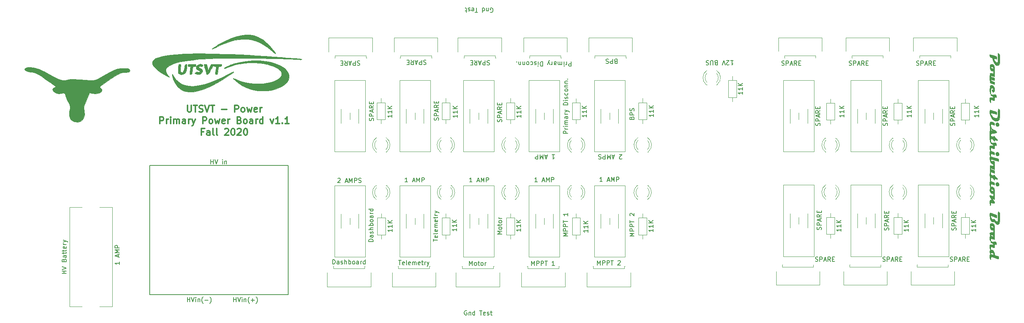
<source format=gbr>
G04 #@! TF.GenerationSoftware,KiCad,Pcbnew,(5.1.6)-1*
G04 #@! TF.CreationDate,2020-09-27T14:43:59-05:00*
G04 #@! TF.ProjectId,Power-Primary,506f7765-722d-4507-9269-6d6172792e6b,rev?*
G04 #@! TF.SameCoordinates,Original*
G04 #@! TF.FileFunction,Legend,Top*
G04 #@! TF.FilePolarity,Positive*
%FSLAX46Y46*%
G04 Gerber Fmt 4.6, Leading zero omitted, Abs format (unit mm)*
G04 Created by KiCad (PCBNEW (5.1.6)-1) date 2020-09-27 14:43:59*
%MOMM*%
%LPD*%
G01*
G04 APERTURE LIST*
%ADD10C,0.150000*%
%ADD11C,0.375000*%
%ADD12C,0.120000*%
%ADD13C,0.010000*%
G04 APERTURE END LIST*
D10*
X137637638Y-90555819D02*
X138209066Y-90555819D01*
X137923352Y-90555819D02*
X137923352Y-91555819D01*
X138018590Y-91412961D01*
X138113828Y-91317723D01*
X138209066Y-91270104D01*
X136494780Y-90841533D02*
X136018590Y-90841533D01*
X136590019Y-90555819D02*
X136256685Y-91555819D01*
X135923352Y-90555819D01*
X135590019Y-90555819D02*
X135590019Y-91555819D01*
X135256685Y-90841533D01*
X134923352Y-91555819D01*
X134923352Y-90555819D01*
X134447161Y-90555819D02*
X134447161Y-91555819D01*
X134066209Y-91555819D01*
X133970971Y-91508200D01*
X133923352Y-91460580D01*
X133875733Y-91365342D01*
X133875733Y-91222485D01*
X133923352Y-91127247D01*
X133970971Y-91079628D01*
X134066209Y-91032009D01*
X134447161Y-91032009D01*
X149026761Y-96667580D02*
X148455333Y-96667580D01*
X148741047Y-96667580D02*
X148741047Y-95667580D01*
X148645809Y-95810438D01*
X148550571Y-95905676D01*
X148455333Y-95953295D01*
X150169619Y-96381866D02*
X150645809Y-96381866D01*
X150074380Y-96667580D02*
X150407714Y-95667580D01*
X150741047Y-96667580D01*
X151074380Y-96667580D02*
X151074380Y-95667580D01*
X151407714Y-96381866D01*
X151741047Y-95667580D01*
X151741047Y-96667580D01*
X152217238Y-96667580D02*
X152217238Y-95667580D01*
X152598190Y-95667580D01*
X152693428Y-95715200D01*
X152741047Y-95762819D01*
X152788666Y-95858057D01*
X152788666Y-96000914D01*
X152741047Y-96096152D01*
X152693428Y-96143771D01*
X152598190Y-96191390D01*
X152217238Y-96191390D01*
X134320161Y-96718380D02*
X133748733Y-96718380D01*
X134034447Y-96718380D02*
X134034447Y-95718380D01*
X133939209Y-95861238D01*
X133843971Y-95956476D01*
X133748733Y-96004095D01*
X135463019Y-96432666D02*
X135939209Y-96432666D01*
X135367780Y-96718380D02*
X135701114Y-95718380D01*
X136034447Y-96718380D01*
X136367780Y-96718380D02*
X136367780Y-95718380D01*
X136701114Y-96432666D01*
X137034447Y-95718380D01*
X137034447Y-96718380D01*
X137510638Y-96718380D02*
X137510638Y-95718380D01*
X137891590Y-95718380D01*
X137986828Y-95766000D01*
X138034447Y-95813619D01*
X138082066Y-95908857D01*
X138082066Y-96051714D01*
X138034447Y-96146952D01*
X137986828Y-96194571D01*
X137891590Y-96242190D01*
X137510638Y-96242190D01*
X104983161Y-96769180D02*
X104411733Y-96769180D01*
X104697447Y-96769180D02*
X104697447Y-95769180D01*
X104602209Y-95912038D01*
X104506971Y-96007276D01*
X104411733Y-96054895D01*
X106126019Y-96483466D02*
X106602209Y-96483466D01*
X106030780Y-96769180D02*
X106364114Y-95769180D01*
X106697447Y-96769180D01*
X107030780Y-96769180D02*
X107030780Y-95769180D01*
X107364114Y-96483466D01*
X107697447Y-95769180D01*
X107697447Y-96769180D01*
X108173638Y-96769180D02*
X108173638Y-95769180D01*
X108554590Y-95769180D01*
X108649828Y-95816800D01*
X108697447Y-95864419D01*
X108745066Y-95959657D01*
X108745066Y-96102514D01*
X108697447Y-96197752D01*
X108649828Y-96245371D01*
X108554590Y-96292990D01*
X108173638Y-96292990D01*
X89178142Y-95991419D02*
X89225761Y-95943800D01*
X89321000Y-95896180D01*
X89559095Y-95896180D01*
X89654333Y-95943800D01*
X89701952Y-95991419D01*
X89749571Y-96086657D01*
X89749571Y-96181895D01*
X89701952Y-96324752D01*
X89130523Y-96896180D01*
X89749571Y-96896180D01*
X90892428Y-96610466D02*
X91368619Y-96610466D01*
X90797190Y-96896180D02*
X91130523Y-95896180D01*
X91463857Y-96896180D01*
X91797190Y-96896180D02*
X91797190Y-95896180D01*
X92130523Y-96610466D01*
X92463857Y-95896180D01*
X92463857Y-96896180D01*
X92940047Y-96896180D02*
X92940047Y-95896180D01*
X93321000Y-95896180D01*
X93416238Y-95943800D01*
X93463857Y-95991419D01*
X93511476Y-96086657D01*
X93511476Y-96229514D01*
X93463857Y-96324752D01*
X93416238Y-96372371D01*
X93321000Y-96419990D01*
X92940047Y-96419990D01*
X93892428Y-96848561D02*
X94035285Y-96896180D01*
X94273380Y-96896180D01*
X94368619Y-96848561D01*
X94416238Y-96800942D01*
X94463857Y-96705704D01*
X94463857Y-96610466D01*
X94416238Y-96515228D01*
X94368619Y-96467609D01*
X94273380Y-96419990D01*
X94082904Y-96372371D01*
X93987666Y-96324752D01*
X93940047Y-96277133D01*
X93892428Y-96181895D01*
X93892428Y-96086657D01*
X93940047Y-95991419D01*
X93987666Y-95943800D01*
X94082904Y-95896180D01*
X94321000Y-95896180D01*
X94463857Y-95943800D01*
X119562761Y-96769180D02*
X118991333Y-96769180D01*
X119277047Y-96769180D02*
X119277047Y-95769180D01*
X119181809Y-95912038D01*
X119086571Y-96007276D01*
X118991333Y-96054895D01*
X120705619Y-96483466D02*
X121181809Y-96483466D01*
X120610380Y-96769180D02*
X120943714Y-95769180D01*
X121277047Y-96769180D01*
X121610380Y-96769180D02*
X121610380Y-95769180D01*
X121943714Y-96483466D01*
X122277047Y-95769180D01*
X122277047Y-96769180D01*
X122753238Y-96769180D02*
X122753238Y-95769180D01*
X123134190Y-95769180D01*
X123229428Y-95816800D01*
X123277047Y-95864419D01*
X123324666Y-95959657D01*
X123324666Y-96102514D01*
X123277047Y-96197752D01*
X123229428Y-96245371D01*
X123134190Y-96292990D01*
X122753238Y-96292990D01*
X153442657Y-91460580D02*
X153395038Y-91508200D01*
X153299800Y-91555819D01*
X153061704Y-91555819D01*
X152966466Y-91508200D01*
X152918847Y-91460580D01*
X152871228Y-91365342D01*
X152871228Y-91270104D01*
X152918847Y-91127247D01*
X153490276Y-90555819D01*
X152871228Y-90555819D01*
X151728371Y-90841533D02*
X151252180Y-90841533D01*
X151823609Y-90555819D02*
X151490276Y-91555819D01*
X151156942Y-90555819D01*
X150823609Y-90555819D02*
X150823609Y-91555819D01*
X150490276Y-90841533D01*
X150156942Y-91555819D01*
X150156942Y-90555819D01*
X149680752Y-90555819D02*
X149680752Y-91555819D01*
X149299800Y-91555819D01*
X149204561Y-91508200D01*
X149156942Y-91460580D01*
X149109323Y-91365342D01*
X149109323Y-91222485D01*
X149156942Y-91127247D01*
X149204561Y-91079628D01*
X149299800Y-91032009D01*
X149680752Y-91032009D01*
X148728371Y-90603438D02*
X148585514Y-90555819D01*
X148347419Y-90555819D01*
X148252180Y-90603438D01*
X148204561Y-90651057D01*
X148156942Y-90746295D01*
X148156942Y-90841533D01*
X148204561Y-90936771D01*
X148252180Y-90984390D01*
X148347419Y-91032009D01*
X148537895Y-91079628D01*
X148633133Y-91127247D01*
X148680752Y-91174866D01*
X148728371Y-91270104D01*
X148728371Y-91365342D01*
X148680752Y-91460580D01*
X148633133Y-91508200D01*
X148537895Y-91555819D01*
X148299800Y-91555819D01*
X148156942Y-91508200D01*
X39796980Y-114879238D02*
X39796980Y-115450666D01*
X39796980Y-115164952D02*
X38796980Y-115164952D01*
X38939838Y-115260190D01*
X39035076Y-115355428D01*
X39082695Y-115450666D01*
X39511266Y-113736380D02*
X39511266Y-113260190D01*
X39796980Y-113831619D02*
X38796980Y-113498285D01*
X39796980Y-113164952D01*
X39796980Y-112831619D02*
X38796980Y-112831619D01*
X39511266Y-112498285D01*
X38796980Y-112164952D01*
X39796980Y-112164952D01*
X39796980Y-111688761D02*
X38796980Y-111688761D01*
X38796980Y-111307809D01*
X38844600Y-111212571D01*
X38892219Y-111164952D01*
X38987457Y-111117333D01*
X39130314Y-111117333D01*
X39225552Y-111164952D01*
X39273171Y-111212571D01*
X39320790Y-111307809D01*
X39320790Y-111688761D01*
X123707209Y-58259600D02*
X123802447Y-58307219D01*
X123945304Y-58307219D01*
X124088161Y-58259600D01*
X124183400Y-58164361D01*
X124231019Y-58069123D01*
X124278638Y-57878647D01*
X124278638Y-57735790D01*
X124231019Y-57545314D01*
X124183400Y-57450076D01*
X124088161Y-57354838D01*
X123945304Y-57307219D01*
X123850066Y-57307219D01*
X123707209Y-57354838D01*
X123659590Y-57402457D01*
X123659590Y-57735790D01*
X123850066Y-57735790D01*
X123231019Y-57973885D02*
X123231019Y-57307219D01*
X123231019Y-57878647D02*
X123183400Y-57926266D01*
X123088161Y-57973885D01*
X122945304Y-57973885D01*
X122850066Y-57926266D01*
X122802447Y-57831028D01*
X122802447Y-57307219D01*
X121897685Y-57307219D02*
X121897685Y-58307219D01*
X121897685Y-57354838D02*
X121992923Y-57307219D01*
X122183400Y-57307219D01*
X122278638Y-57354838D01*
X122326257Y-57402457D01*
X122373876Y-57497695D01*
X122373876Y-57783409D01*
X122326257Y-57878647D01*
X122278638Y-57926266D01*
X122183400Y-57973885D01*
X121992923Y-57973885D01*
X121897685Y-57926266D01*
X120802447Y-58307219D02*
X120231019Y-58307219D01*
X120516733Y-57307219D02*
X120516733Y-58307219D01*
X119516733Y-57354838D02*
X119611971Y-57307219D01*
X119802447Y-57307219D01*
X119897685Y-57354838D01*
X119945304Y-57450076D01*
X119945304Y-57831028D01*
X119897685Y-57926266D01*
X119802447Y-57973885D01*
X119611971Y-57973885D01*
X119516733Y-57926266D01*
X119469114Y-57831028D01*
X119469114Y-57735790D01*
X119945304Y-57640552D01*
X119088161Y-57354838D02*
X118992923Y-57307219D01*
X118802447Y-57307219D01*
X118707209Y-57354838D01*
X118659590Y-57450076D01*
X118659590Y-57497695D01*
X118707209Y-57592933D01*
X118802447Y-57640552D01*
X118945304Y-57640552D01*
X119040542Y-57688171D01*
X119088161Y-57783409D01*
X119088161Y-57831028D01*
X119040542Y-57926266D01*
X118945304Y-57973885D01*
X118802447Y-57973885D01*
X118707209Y-57926266D01*
X118373876Y-57973885D02*
X117992923Y-57973885D01*
X118231019Y-58307219D02*
X118231019Y-57450076D01*
X118183400Y-57354838D01*
X118088161Y-57307219D01*
X117992923Y-57307219D01*
X118354790Y-125966600D02*
X118259552Y-125918980D01*
X118116695Y-125918980D01*
X117973838Y-125966600D01*
X117878600Y-126061838D01*
X117830980Y-126157076D01*
X117783361Y-126347552D01*
X117783361Y-126490409D01*
X117830980Y-126680885D01*
X117878600Y-126776123D01*
X117973838Y-126871361D01*
X118116695Y-126918980D01*
X118211933Y-126918980D01*
X118354790Y-126871361D01*
X118402409Y-126823742D01*
X118402409Y-126490409D01*
X118211933Y-126490409D01*
X118830980Y-126252314D02*
X118830980Y-126918980D01*
X118830980Y-126347552D02*
X118878600Y-126299933D01*
X118973838Y-126252314D01*
X119116695Y-126252314D01*
X119211933Y-126299933D01*
X119259552Y-126395171D01*
X119259552Y-126918980D01*
X120164314Y-126918980D02*
X120164314Y-125918980D01*
X120164314Y-126871361D02*
X120069076Y-126918980D01*
X119878600Y-126918980D01*
X119783361Y-126871361D01*
X119735742Y-126823742D01*
X119688123Y-126728504D01*
X119688123Y-126442790D01*
X119735742Y-126347552D01*
X119783361Y-126299933D01*
X119878600Y-126252314D01*
X120069076Y-126252314D01*
X120164314Y-126299933D01*
X121259552Y-125918980D02*
X121830980Y-125918980D01*
X121545266Y-126918980D02*
X121545266Y-125918980D01*
X122545266Y-126871361D02*
X122450028Y-126918980D01*
X122259552Y-126918980D01*
X122164314Y-126871361D01*
X122116695Y-126776123D01*
X122116695Y-126395171D01*
X122164314Y-126299933D01*
X122259552Y-126252314D01*
X122450028Y-126252314D01*
X122545266Y-126299933D01*
X122592885Y-126395171D01*
X122592885Y-126490409D01*
X122116695Y-126585647D01*
X122973838Y-126871361D02*
X123069076Y-126918980D01*
X123259552Y-126918980D01*
X123354790Y-126871361D01*
X123402409Y-126776123D01*
X123402409Y-126728504D01*
X123354790Y-126633266D01*
X123259552Y-126585647D01*
X123116695Y-126585647D01*
X123021457Y-126538028D01*
X122973838Y-126442790D01*
X122973838Y-126395171D01*
X123021457Y-126299933D01*
X123116695Y-126252314D01*
X123259552Y-126252314D01*
X123354790Y-126299933D01*
X123688123Y-126252314D02*
X124069076Y-126252314D01*
X123830980Y-125918980D02*
X123830980Y-126776123D01*
X123878600Y-126871361D01*
X123973838Y-126918980D01*
X124069076Y-126918980D01*
X65610123Y-123921780D02*
X65610123Y-122921780D01*
X65610123Y-123397971D02*
X66181552Y-123397971D01*
X66181552Y-123921780D02*
X66181552Y-122921780D01*
X66514885Y-122921780D02*
X66848219Y-123921780D01*
X67181552Y-122921780D01*
X67514885Y-123921780D02*
X67514885Y-123255114D01*
X67514885Y-122921780D02*
X67467266Y-122969400D01*
X67514885Y-123017019D01*
X67562504Y-122969400D01*
X67514885Y-122921780D01*
X67514885Y-123017019D01*
X67991076Y-123255114D02*
X67991076Y-123921780D01*
X67991076Y-123350352D02*
X68038695Y-123302733D01*
X68133933Y-123255114D01*
X68276790Y-123255114D01*
X68372028Y-123302733D01*
X68419647Y-123397971D01*
X68419647Y-123921780D01*
X69181552Y-124302733D02*
X69133933Y-124255114D01*
X69038695Y-124112257D01*
X68991076Y-124017019D01*
X68943457Y-123874161D01*
X68895838Y-123636066D01*
X68895838Y-123445590D01*
X68943457Y-123207495D01*
X68991076Y-123064638D01*
X69038695Y-122969400D01*
X69133933Y-122826542D01*
X69181552Y-122778923D01*
X69562504Y-123540828D02*
X70324409Y-123540828D01*
X69943457Y-123921780D02*
X69943457Y-123159876D01*
X70705361Y-124302733D02*
X70752980Y-124255114D01*
X70848219Y-124112257D01*
X70895838Y-124017019D01*
X70943457Y-123874161D01*
X70991076Y-123636066D01*
X70991076Y-123445590D01*
X70943457Y-123207495D01*
X70895838Y-123064638D01*
X70848219Y-122969400D01*
X70752980Y-122826542D01*
X70705361Y-122778923D01*
X55145323Y-123921780D02*
X55145323Y-122921780D01*
X55145323Y-123397971D02*
X55716752Y-123397971D01*
X55716752Y-123921780D02*
X55716752Y-122921780D01*
X56050085Y-122921780D02*
X56383419Y-123921780D01*
X56716752Y-122921780D01*
X57050085Y-123921780D02*
X57050085Y-123255114D01*
X57050085Y-122921780D02*
X57002466Y-122969400D01*
X57050085Y-123017019D01*
X57097704Y-122969400D01*
X57050085Y-122921780D01*
X57050085Y-123017019D01*
X57526276Y-123255114D02*
X57526276Y-123921780D01*
X57526276Y-123350352D02*
X57573895Y-123302733D01*
X57669133Y-123255114D01*
X57811990Y-123255114D01*
X57907228Y-123302733D01*
X57954847Y-123397971D01*
X57954847Y-123921780D01*
X58716752Y-124302733D02*
X58669133Y-124255114D01*
X58573895Y-124112257D01*
X58526276Y-124017019D01*
X58478657Y-123874161D01*
X58431038Y-123636066D01*
X58431038Y-123445590D01*
X58478657Y-123207495D01*
X58526276Y-123064638D01*
X58573895Y-122969400D01*
X58669133Y-122826542D01*
X58716752Y-122778923D01*
X59097704Y-123540828D02*
X59859609Y-123540828D01*
X60240561Y-124302733D02*
X60288180Y-124255114D01*
X60383419Y-124112257D01*
X60431038Y-124017019D01*
X60478657Y-123874161D01*
X60526276Y-123636066D01*
X60526276Y-123445590D01*
X60478657Y-123207495D01*
X60431038Y-123064638D01*
X60383419Y-122969400D01*
X60288180Y-122826542D01*
X60240561Y-122778923D01*
X178064800Y-69219819D02*
X178636228Y-69219819D01*
X178350514Y-69219819D02*
X178350514Y-70219819D01*
X178445752Y-70076961D01*
X178540990Y-69981723D01*
X178636228Y-69934104D01*
X177683847Y-70124580D02*
X177636228Y-70172200D01*
X177540990Y-70219819D01*
X177302895Y-70219819D01*
X177207657Y-70172200D01*
X177160038Y-70124580D01*
X177112419Y-70029342D01*
X177112419Y-69934104D01*
X177160038Y-69791247D01*
X177731466Y-69219819D01*
X177112419Y-69219819D01*
X176826704Y-70219819D02*
X176493371Y-69219819D01*
X176160038Y-70219819D01*
X174731466Y-69743628D02*
X174588609Y-69696009D01*
X174540990Y-69648390D01*
X174493371Y-69553152D01*
X174493371Y-69410295D01*
X174540990Y-69315057D01*
X174588609Y-69267438D01*
X174683847Y-69219819D01*
X175064800Y-69219819D01*
X175064800Y-70219819D01*
X174731466Y-70219819D01*
X174636228Y-70172200D01*
X174588609Y-70124580D01*
X174540990Y-70029342D01*
X174540990Y-69934104D01*
X174588609Y-69838866D01*
X174636228Y-69791247D01*
X174731466Y-69743628D01*
X175064800Y-69743628D01*
X174064800Y-70219819D02*
X174064800Y-69410295D01*
X174017180Y-69315057D01*
X173969561Y-69267438D01*
X173874323Y-69219819D01*
X173683847Y-69219819D01*
X173588609Y-69267438D01*
X173540990Y-69315057D01*
X173493371Y-69410295D01*
X173493371Y-70219819D01*
X173064800Y-69267438D02*
X172921942Y-69219819D01*
X172683847Y-69219819D01*
X172588609Y-69267438D01*
X172540990Y-69315057D01*
X172493371Y-69410295D01*
X172493371Y-69505533D01*
X172540990Y-69600771D01*
X172588609Y-69648390D01*
X172683847Y-69696009D01*
X172874323Y-69743628D01*
X172969561Y-69791247D01*
X173017180Y-69838866D01*
X173064800Y-69934104D01*
X173064800Y-70029342D01*
X173017180Y-70124580D01*
X172969561Y-70172200D01*
X172874323Y-70219819D01*
X172636228Y-70219819D01*
X172493371Y-70172200D01*
D11*
X55178571Y-79408371D02*
X55178571Y-80622657D01*
X55249999Y-80765514D01*
X55321428Y-80836942D01*
X55464285Y-80908371D01*
X55749999Y-80908371D01*
X55892857Y-80836942D01*
X55964285Y-80765514D01*
X56035714Y-80622657D01*
X56035714Y-79408371D01*
X56535714Y-79408371D02*
X57392857Y-79408371D01*
X56964285Y-80908371D02*
X56964285Y-79408371D01*
X57821428Y-80836942D02*
X58035714Y-80908371D01*
X58392857Y-80908371D01*
X58535714Y-80836942D01*
X58607142Y-80765514D01*
X58678571Y-80622657D01*
X58678571Y-80479800D01*
X58607142Y-80336942D01*
X58535714Y-80265514D01*
X58392857Y-80194085D01*
X58107142Y-80122657D01*
X57964285Y-80051228D01*
X57892857Y-79979800D01*
X57821428Y-79836942D01*
X57821428Y-79694085D01*
X57892857Y-79551228D01*
X57964285Y-79479800D01*
X58107142Y-79408371D01*
X58464285Y-79408371D01*
X58678571Y-79479800D01*
X59107142Y-79408371D02*
X59607142Y-80908371D01*
X60107142Y-79408371D01*
X60392857Y-79408371D02*
X61249999Y-79408371D01*
X60821428Y-80908371D02*
X60821428Y-79408371D01*
X62892857Y-80336942D02*
X64035714Y-80336942D01*
X65892857Y-80908371D02*
X65892857Y-79408371D01*
X66464285Y-79408371D01*
X66607142Y-79479800D01*
X66678571Y-79551228D01*
X66749999Y-79694085D01*
X66749999Y-79908371D01*
X66678571Y-80051228D01*
X66607142Y-80122657D01*
X66464285Y-80194085D01*
X65892857Y-80194085D01*
X67607142Y-80908371D02*
X67464285Y-80836942D01*
X67392857Y-80765514D01*
X67321428Y-80622657D01*
X67321428Y-80194085D01*
X67392857Y-80051228D01*
X67464285Y-79979800D01*
X67607142Y-79908371D01*
X67821428Y-79908371D01*
X67964285Y-79979800D01*
X68035714Y-80051228D01*
X68107142Y-80194085D01*
X68107142Y-80622657D01*
X68035714Y-80765514D01*
X67964285Y-80836942D01*
X67821428Y-80908371D01*
X67607142Y-80908371D01*
X68607142Y-79908371D02*
X68892857Y-80908371D01*
X69178571Y-80194085D01*
X69464285Y-80908371D01*
X69750000Y-79908371D01*
X70892857Y-80836942D02*
X70750000Y-80908371D01*
X70464285Y-80908371D01*
X70321428Y-80836942D01*
X70250000Y-80694085D01*
X70250000Y-80122657D01*
X70321428Y-79979800D01*
X70464285Y-79908371D01*
X70750000Y-79908371D01*
X70892857Y-79979800D01*
X70964285Y-80122657D01*
X70964285Y-80265514D01*
X70250000Y-80408371D01*
X71607142Y-80908371D02*
X71607142Y-79908371D01*
X71607142Y-80194085D02*
X71678571Y-80051228D01*
X71750000Y-79979800D01*
X71892857Y-79908371D01*
X72035714Y-79908371D01*
X48928571Y-83533371D02*
X48928571Y-82033371D01*
X49499999Y-82033371D01*
X49642857Y-82104800D01*
X49714285Y-82176228D01*
X49785714Y-82319085D01*
X49785714Y-82533371D01*
X49714285Y-82676228D01*
X49642857Y-82747657D01*
X49499999Y-82819085D01*
X48928571Y-82819085D01*
X50428571Y-83533371D02*
X50428571Y-82533371D01*
X50428571Y-82819085D02*
X50499999Y-82676228D01*
X50571428Y-82604800D01*
X50714285Y-82533371D01*
X50857142Y-82533371D01*
X51357142Y-83533371D02*
X51357142Y-82533371D01*
X51357142Y-82033371D02*
X51285714Y-82104800D01*
X51357142Y-82176228D01*
X51428571Y-82104800D01*
X51357142Y-82033371D01*
X51357142Y-82176228D01*
X52071428Y-83533371D02*
X52071428Y-82533371D01*
X52071428Y-82676228D02*
X52142857Y-82604800D01*
X52285714Y-82533371D01*
X52499999Y-82533371D01*
X52642857Y-82604800D01*
X52714285Y-82747657D01*
X52714285Y-83533371D01*
X52714285Y-82747657D02*
X52785714Y-82604800D01*
X52928571Y-82533371D01*
X53142857Y-82533371D01*
X53285714Y-82604800D01*
X53357142Y-82747657D01*
X53357142Y-83533371D01*
X54714285Y-83533371D02*
X54714285Y-82747657D01*
X54642857Y-82604800D01*
X54499999Y-82533371D01*
X54214285Y-82533371D01*
X54071428Y-82604800D01*
X54714285Y-83461942D02*
X54571428Y-83533371D01*
X54214285Y-83533371D01*
X54071428Y-83461942D01*
X53999999Y-83319085D01*
X53999999Y-83176228D01*
X54071428Y-83033371D01*
X54214285Y-82961942D01*
X54571428Y-82961942D01*
X54714285Y-82890514D01*
X55428571Y-83533371D02*
X55428571Y-82533371D01*
X55428571Y-82819085D02*
X55499999Y-82676228D01*
X55571428Y-82604800D01*
X55714285Y-82533371D01*
X55857142Y-82533371D01*
X56214285Y-82533371D02*
X56571428Y-83533371D01*
X56928571Y-82533371D02*
X56571428Y-83533371D01*
X56428571Y-83890514D01*
X56357142Y-83961942D01*
X56214285Y-84033371D01*
X58642857Y-83533371D02*
X58642857Y-82033371D01*
X59214285Y-82033371D01*
X59357142Y-82104800D01*
X59428571Y-82176228D01*
X59499999Y-82319085D01*
X59499999Y-82533371D01*
X59428571Y-82676228D01*
X59357142Y-82747657D01*
X59214285Y-82819085D01*
X58642857Y-82819085D01*
X60357142Y-83533371D02*
X60214285Y-83461942D01*
X60142857Y-83390514D01*
X60071428Y-83247657D01*
X60071428Y-82819085D01*
X60142857Y-82676228D01*
X60214285Y-82604800D01*
X60357142Y-82533371D01*
X60571428Y-82533371D01*
X60714285Y-82604800D01*
X60785714Y-82676228D01*
X60857142Y-82819085D01*
X60857142Y-83247657D01*
X60785714Y-83390514D01*
X60714285Y-83461942D01*
X60571428Y-83533371D01*
X60357142Y-83533371D01*
X61357142Y-82533371D02*
X61642857Y-83533371D01*
X61928571Y-82819085D01*
X62214285Y-83533371D01*
X62499999Y-82533371D01*
X63642857Y-83461942D02*
X63499999Y-83533371D01*
X63214285Y-83533371D01*
X63071428Y-83461942D01*
X62999999Y-83319085D01*
X62999999Y-82747657D01*
X63071428Y-82604800D01*
X63214285Y-82533371D01*
X63499999Y-82533371D01*
X63642857Y-82604800D01*
X63714285Y-82747657D01*
X63714285Y-82890514D01*
X62999999Y-83033371D01*
X64357142Y-83533371D02*
X64357142Y-82533371D01*
X64357142Y-82819085D02*
X64428571Y-82676228D01*
X64499999Y-82604800D01*
X64642857Y-82533371D01*
X64785714Y-82533371D01*
X66928571Y-82747657D02*
X67142857Y-82819085D01*
X67214285Y-82890514D01*
X67285714Y-83033371D01*
X67285714Y-83247657D01*
X67214285Y-83390514D01*
X67142857Y-83461942D01*
X66999999Y-83533371D01*
X66428571Y-83533371D01*
X66428571Y-82033371D01*
X66928571Y-82033371D01*
X67071428Y-82104800D01*
X67142857Y-82176228D01*
X67214285Y-82319085D01*
X67214285Y-82461942D01*
X67142857Y-82604800D01*
X67071428Y-82676228D01*
X66928571Y-82747657D01*
X66428571Y-82747657D01*
X68142857Y-83533371D02*
X68000000Y-83461942D01*
X67928571Y-83390514D01*
X67857142Y-83247657D01*
X67857142Y-82819085D01*
X67928571Y-82676228D01*
X68000000Y-82604800D01*
X68142857Y-82533371D01*
X68357142Y-82533371D01*
X68500000Y-82604800D01*
X68571428Y-82676228D01*
X68642857Y-82819085D01*
X68642857Y-83247657D01*
X68571428Y-83390514D01*
X68500000Y-83461942D01*
X68357142Y-83533371D01*
X68142857Y-83533371D01*
X69928571Y-83533371D02*
X69928571Y-82747657D01*
X69857142Y-82604800D01*
X69714285Y-82533371D01*
X69428571Y-82533371D01*
X69285714Y-82604800D01*
X69928571Y-83461942D02*
X69785714Y-83533371D01*
X69428571Y-83533371D01*
X69285714Y-83461942D01*
X69214285Y-83319085D01*
X69214285Y-83176228D01*
X69285714Y-83033371D01*
X69428571Y-82961942D01*
X69785714Y-82961942D01*
X69928571Y-82890514D01*
X70642857Y-83533371D02*
X70642857Y-82533371D01*
X70642857Y-82819085D02*
X70714285Y-82676228D01*
X70785714Y-82604800D01*
X70928571Y-82533371D01*
X71071428Y-82533371D01*
X72214285Y-83533371D02*
X72214285Y-82033371D01*
X72214285Y-83461942D02*
X72071428Y-83533371D01*
X71785714Y-83533371D01*
X71642857Y-83461942D01*
X71571428Y-83390514D01*
X71500000Y-83247657D01*
X71500000Y-82819085D01*
X71571428Y-82676228D01*
X71642857Y-82604800D01*
X71785714Y-82533371D01*
X72071428Y-82533371D01*
X72214285Y-82604800D01*
X73928571Y-82533371D02*
X74285714Y-83533371D01*
X74642857Y-82533371D01*
X76000000Y-83533371D02*
X75142857Y-83533371D01*
X75571428Y-83533371D02*
X75571428Y-82033371D01*
X75428571Y-82247657D01*
X75285714Y-82390514D01*
X75142857Y-82461942D01*
X76642857Y-83390514D02*
X76714285Y-83461942D01*
X76642857Y-83533371D01*
X76571428Y-83461942D01*
X76642857Y-83390514D01*
X76642857Y-83533371D01*
X78142857Y-83533371D02*
X77285714Y-83533371D01*
X77714285Y-83533371D02*
X77714285Y-82033371D01*
X77571428Y-82247657D01*
X77428571Y-82390514D01*
X77285714Y-82461942D01*
X58821428Y-85372657D02*
X58321428Y-85372657D01*
X58321428Y-86158371D02*
X58321428Y-84658371D01*
X59035714Y-84658371D01*
X60250000Y-86158371D02*
X60250000Y-85372657D01*
X60178571Y-85229800D01*
X60035714Y-85158371D01*
X59750000Y-85158371D01*
X59607142Y-85229800D01*
X60250000Y-86086942D02*
X60107142Y-86158371D01*
X59750000Y-86158371D01*
X59607142Y-86086942D01*
X59535714Y-85944085D01*
X59535714Y-85801228D01*
X59607142Y-85658371D01*
X59750000Y-85586942D01*
X60107142Y-85586942D01*
X60250000Y-85515514D01*
X61178571Y-86158371D02*
X61035714Y-86086942D01*
X60964285Y-85944085D01*
X60964285Y-84658371D01*
X61964285Y-86158371D02*
X61821428Y-86086942D01*
X61750000Y-85944085D01*
X61750000Y-84658371D01*
X63607142Y-84801228D02*
X63678571Y-84729800D01*
X63821428Y-84658371D01*
X64178571Y-84658371D01*
X64321428Y-84729800D01*
X64392857Y-84801228D01*
X64464285Y-84944085D01*
X64464285Y-85086942D01*
X64392857Y-85301228D01*
X63535714Y-86158371D01*
X64464285Y-86158371D01*
X65392857Y-84658371D02*
X65535714Y-84658371D01*
X65678571Y-84729800D01*
X65750000Y-84801228D01*
X65821428Y-84944085D01*
X65892857Y-85229800D01*
X65892857Y-85586942D01*
X65821428Y-85872657D01*
X65750000Y-86015514D01*
X65678571Y-86086942D01*
X65535714Y-86158371D01*
X65392857Y-86158371D01*
X65250000Y-86086942D01*
X65178571Y-86015514D01*
X65107142Y-85872657D01*
X65035714Y-85586942D01*
X65035714Y-85229800D01*
X65107142Y-84944085D01*
X65178571Y-84801228D01*
X65250000Y-84729800D01*
X65392857Y-84658371D01*
X66464285Y-84801228D02*
X66535714Y-84729800D01*
X66678571Y-84658371D01*
X67035714Y-84658371D01*
X67178571Y-84729800D01*
X67250000Y-84801228D01*
X67321428Y-84944085D01*
X67321428Y-85086942D01*
X67250000Y-85301228D01*
X66392857Y-86158371D01*
X67321428Y-86158371D01*
X68250000Y-84658371D02*
X68392857Y-84658371D01*
X68535714Y-84729800D01*
X68607142Y-84801228D01*
X68678571Y-84944085D01*
X68750000Y-85229800D01*
X68750000Y-85586942D01*
X68678571Y-85872657D01*
X68607142Y-86015514D01*
X68535714Y-86086942D01*
X68392857Y-86158371D01*
X68250000Y-86158371D01*
X68107142Y-86086942D01*
X68035714Y-86015514D01*
X67964285Y-85872657D01*
X67892857Y-85586942D01*
X67892857Y-85229800D01*
X67964285Y-84944085D01*
X68035714Y-84801228D01*
X68107142Y-84729800D01*
X68250000Y-84658371D01*
D12*
X200660000Y-83640400D02*
X200660000Y-82690400D01*
X200660000Y-77900400D02*
X200660000Y-78850400D01*
X201580000Y-82690400D02*
X201580000Y-78850400D01*
X199740000Y-82690400D02*
X201580000Y-82690400D01*
X199740000Y-78850400D02*
X199740000Y-82690400D01*
X201580000Y-78850400D02*
X199740000Y-78850400D01*
X215900000Y-83640400D02*
X215900000Y-82690400D01*
X215900000Y-77900400D02*
X215900000Y-78850400D01*
X216820000Y-82690400D02*
X216820000Y-78850400D01*
X214980000Y-82690400D02*
X216820000Y-82690400D01*
X214980000Y-78850400D02*
X214980000Y-82690400D01*
X216820000Y-78850400D02*
X214980000Y-78850400D01*
X231140000Y-83640400D02*
X231140000Y-82690400D01*
X231140000Y-77900400D02*
X231140000Y-78850400D01*
X232060000Y-82690400D02*
X232060000Y-78850400D01*
X230220000Y-82690400D02*
X232060000Y-82690400D01*
X230220000Y-78850400D02*
X230220000Y-82690400D01*
X232060000Y-78850400D02*
X230220000Y-78850400D01*
X231140000Y-103810000D02*
X231140000Y-104760000D01*
X231140000Y-109550000D02*
X231140000Y-108600000D01*
X230220000Y-104760000D02*
X230220000Y-108600000D01*
X232060000Y-104760000D02*
X230220000Y-104760000D01*
X232060000Y-108600000D02*
X232060000Y-104760000D01*
X230220000Y-108600000D02*
X232060000Y-108600000D01*
X215900000Y-103810000D02*
X215900000Y-104760000D01*
X215900000Y-109550000D02*
X215900000Y-108600000D01*
X214980000Y-104760000D02*
X214980000Y-108600000D01*
X216820000Y-104760000D02*
X214980000Y-104760000D01*
X216820000Y-108600000D02*
X216820000Y-104760000D01*
X214980000Y-108600000D02*
X216820000Y-108600000D01*
X200660000Y-103810000D02*
X200660000Y-104760000D01*
X200660000Y-109550000D02*
X200660000Y-108600000D01*
X199740000Y-104760000D02*
X199740000Y-108600000D01*
X201580000Y-104760000D02*
X199740000Y-104760000D01*
X201580000Y-108600000D02*
X201580000Y-104760000D01*
X199740000Y-108600000D02*
X201580000Y-108600000D01*
X190255000Y-68620000D02*
X190275000Y-68620000D01*
X190255000Y-68120000D02*
X190255000Y-68620000D01*
X197285000Y-68120000D02*
X190255000Y-68120000D01*
X197285000Y-68620000D02*
X197285000Y-68120000D01*
X197265000Y-68620000D02*
X197285000Y-68620000D01*
X188835000Y-64030000D02*
X188835000Y-67105000D01*
X198705000Y-64030000D02*
X188835000Y-64030000D01*
X198705000Y-67105000D02*
X198705000Y-64030000D01*
X205495000Y-68620000D02*
X205515000Y-68620000D01*
X205495000Y-68120000D02*
X205495000Y-68620000D01*
X212525000Y-68120000D02*
X205495000Y-68120000D01*
X212525000Y-68620000D02*
X212525000Y-68120000D01*
X212505000Y-68620000D02*
X212525000Y-68620000D01*
X204075000Y-64030000D02*
X204075000Y-67105000D01*
X213945000Y-64030000D02*
X204075000Y-64030000D01*
X213945000Y-67105000D02*
X213945000Y-64030000D01*
X220775000Y-68620000D02*
X220795000Y-68620000D01*
X220775000Y-68120000D02*
X220775000Y-68620000D01*
X227805000Y-68120000D02*
X220775000Y-68120000D01*
X227805000Y-68620000D02*
X227805000Y-68120000D01*
X227785000Y-68620000D02*
X227805000Y-68620000D01*
X219355000Y-64030000D02*
X219355000Y-67105000D01*
X229225000Y-64030000D02*
X219355000Y-64030000D01*
X229225000Y-67105000D02*
X229225000Y-64030000D01*
X227265000Y-115530000D02*
X227245000Y-115530000D01*
X227265000Y-116030000D02*
X227265000Y-115530000D01*
X220235000Y-116030000D02*
X227265000Y-116030000D01*
X220235000Y-115530000D02*
X220235000Y-116030000D01*
X220255000Y-115530000D02*
X220235000Y-115530000D01*
X228685000Y-120120000D02*
X228685000Y-117045000D01*
X218815000Y-120120000D02*
X228685000Y-120120000D01*
X218815000Y-117045000D02*
X218815000Y-120120000D01*
X212025000Y-115530000D02*
X212005000Y-115530000D01*
X212025000Y-116030000D02*
X212025000Y-115530000D01*
X204995000Y-116030000D02*
X212025000Y-116030000D01*
X204995000Y-115530000D02*
X204995000Y-116030000D01*
X205015000Y-115530000D02*
X204995000Y-115530000D01*
X213445000Y-120120000D02*
X213445000Y-117045000D01*
X203575000Y-120120000D02*
X213445000Y-120120000D01*
X203575000Y-117045000D02*
X203575000Y-120120000D01*
X196785000Y-115530000D02*
X196765000Y-115530000D01*
X196785000Y-116030000D02*
X196785000Y-115530000D01*
X189755000Y-116030000D02*
X196785000Y-116030000D01*
X189755000Y-115530000D02*
X189755000Y-116030000D01*
X189775000Y-115530000D02*
X189755000Y-115530000D01*
X198205000Y-120120000D02*
X198205000Y-117045000D01*
X188335000Y-120120000D02*
X198205000Y-120120000D01*
X188335000Y-117045000D02*
X188335000Y-120120000D01*
X191470000Y-83406400D02*
X191470000Y-80206400D01*
X195470000Y-80206400D02*
X195470000Y-83406400D01*
X193470000Y-82556400D02*
X193470000Y-81056400D01*
X190000000Y-73706400D02*
X190000000Y-89906400D01*
X196940000Y-73706400D02*
X190000000Y-73706400D01*
X196940000Y-89906400D02*
X196940000Y-73706400D01*
X190000000Y-89906400D02*
X196940000Y-89906400D01*
X206710000Y-83406400D02*
X206710000Y-80206400D01*
X210710000Y-80206400D02*
X210710000Y-83406400D01*
X208710000Y-82556400D02*
X208710000Y-81056400D01*
X205240000Y-73706400D02*
X205240000Y-89906400D01*
X212180000Y-73706400D02*
X205240000Y-73706400D01*
X212180000Y-89906400D02*
X212180000Y-73706400D01*
X205240000Y-89906400D02*
X212180000Y-89906400D01*
X221950000Y-83406400D02*
X221950000Y-80206400D01*
X225950000Y-80206400D02*
X225950000Y-83406400D01*
X223950000Y-82556400D02*
X223950000Y-81056400D01*
X220480000Y-73706400D02*
X220480000Y-89906400D01*
X227420000Y-73706400D02*
X220480000Y-73706400D01*
X227420000Y-89906400D02*
X227420000Y-73706400D01*
X220480000Y-89906400D02*
X227420000Y-89906400D01*
X225950000Y-103930000D02*
X225950000Y-107130000D01*
X221950000Y-107130000D02*
X221950000Y-103930000D01*
X223950000Y-104780000D02*
X223950000Y-106280000D01*
X227420000Y-113630000D02*
X227420000Y-97430000D01*
X220480000Y-113630000D02*
X227420000Y-113630000D01*
X220480000Y-97430000D02*
X220480000Y-113630000D01*
X227420000Y-97430000D02*
X220480000Y-97430000D01*
X210710000Y-103930000D02*
X210710000Y-107130000D01*
X206710000Y-107130000D02*
X206710000Y-103930000D01*
X208710000Y-104780000D02*
X208710000Y-106280000D01*
X212180000Y-113630000D02*
X212180000Y-97430000D01*
X205240000Y-113630000D02*
X212180000Y-113630000D01*
X205240000Y-97430000D02*
X205240000Y-113630000D01*
X212180000Y-97430000D02*
X205240000Y-97430000D01*
X196940000Y-97430000D02*
X190000000Y-97430000D01*
X190000000Y-97430000D02*
X190000000Y-113630000D01*
X190000000Y-113630000D02*
X196940000Y-113630000D01*
X196940000Y-113630000D02*
X196940000Y-97430000D01*
X193470000Y-104780000D02*
X193470000Y-106280000D01*
X191470000Y-107130000D02*
X191470000Y-103930000D01*
X195470000Y-103930000D02*
X195470000Y-107130000D01*
X199580000Y-86806600D02*
X199424000Y-86806600D01*
X201896000Y-86806600D02*
X201740000Y-86806600D01*
X199580163Y-89407730D02*
G75*
G02*
X199580000Y-87325639I1079837J1041130D01*
G01*
X201739837Y-89407730D02*
G75*
G03*
X201740000Y-87325639I-1079837J1041130D01*
G01*
X199581392Y-90038935D02*
G75*
G02*
X199424484Y-86806600I1078608J1672335D01*
G01*
X201738608Y-90038935D02*
G75*
G03*
X201895516Y-86806600I-1078608J1672335D01*
G01*
X214820000Y-86806600D02*
X214664000Y-86806600D01*
X217136000Y-86806600D02*
X216980000Y-86806600D01*
X214820163Y-89407730D02*
G75*
G02*
X214820000Y-87325639I1079837J1041130D01*
G01*
X216979837Y-89407730D02*
G75*
G03*
X216980000Y-87325639I-1079837J1041130D01*
G01*
X214821392Y-90038935D02*
G75*
G02*
X214664484Y-86806600I1078608J1672335D01*
G01*
X216978608Y-90038935D02*
G75*
G03*
X217135516Y-86806600I-1078608J1672335D01*
G01*
X230060000Y-86806600D02*
X229904000Y-86806600D01*
X232376000Y-86806600D02*
X232220000Y-86806600D01*
X230060163Y-89407730D02*
G75*
G02*
X230060000Y-87325639I1079837J1041130D01*
G01*
X232219837Y-89407730D02*
G75*
G03*
X232220000Y-87325639I-1079837J1041130D01*
G01*
X230061392Y-90038935D02*
G75*
G02*
X229904484Y-86806600I1078608J1672335D01*
G01*
X232218608Y-90038935D02*
G75*
G03*
X232375516Y-86806600I-1078608J1672335D01*
G01*
X232220000Y-100620000D02*
X232376000Y-100620000D01*
X229904000Y-100620000D02*
X230060000Y-100620000D01*
X232219837Y-98018870D02*
G75*
G02*
X232220000Y-100100961I-1079837J-1041130D01*
G01*
X230060163Y-98018870D02*
G75*
G03*
X230060000Y-100100961I1079837J-1041130D01*
G01*
X232218608Y-97387665D02*
G75*
G02*
X232375516Y-100620000I-1078608J-1672335D01*
G01*
X230061392Y-97387665D02*
G75*
G03*
X229904484Y-100620000I1078608J-1672335D01*
G01*
X216980000Y-100620000D02*
X217136000Y-100620000D01*
X214664000Y-100620000D02*
X214820000Y-100620000D01*
X216979837Y-98018870D02*
G75*
G02*
X216980000Y-100100961I-1079837J-1041130D01*
G01*
X214820163Y-98018870D02*
G75*
G03*
X214820000Y-100100961I1079837J-1041130D01*
G01*
X216978608Y-97387665D02*
G75*
G02*
X217135516Y-100620000I-1078608J-1672335D01*
G01*
X214821392Y-97387665D02*
G75*
G03*
X214664484Y-100620000I1078608J-1672335D01*
G01*
X201740000Y-100620000D02*
X201896000Y-100620000D01*
X199424000Y-100620000D02*
X199580000Y-100620000D01*
X201739837Y-98018870D02*
G75*
G02*
X201740000Y-100100961I-1079837J-1041130D01*
G01*
X199580163Y-98018870D02*
G75*
G03*
X199580000Y-100100961I1079837J-1041130D01*
G01*
X201738608Y-97387665D02*
G75*
G02*
X201895516Y-100620000I-1078608J-1672335D01*
G01*
X199581392Y-97387665D02*
G75*
G03*
X199424484Y-100620000I1078608J-1672335D01*
G01*
D13*
G36*
X20416990Y-70835669D02*
G01*
X21535428Y-71186641D01*
X22880176Y-71795251D01*
X24227204Y-72523558D01*
X25332299Y-73125093D01*
X26189092Y-73504797D01*
X26893938Y-73686652D01*
X27543190Y-73694642D01*
X28233201Y-73552749D01*
X28293212Y-73535594D01*
X28759219Y-73479081D01*
X29513773Y-73470609D01*
X30424856Y-73509874D01*
X30833212Y-73541476D01*
X32104725Y-73649058D01*
X33051262Y-73702005D01*
X33769380Y-73684672D01*
X34355638Y-73581413D01*
X34906592Y-73376582D01*
X35518801Y-73054535D01*
X36156002Y-72679016D01*
X37447590Y-71940943D01*
X38491732Y-71432417D01*
X39374869Y-71122729D01*
X40183439Y-70981173D01*
X40955240Y-70974115D01*
X41627897Y-71033659D01*
X41976480Y-71141827D01*
X42100196Y-71340611D01*
X42108967Y-71462457D01*
X42043684Y-71725903D01*
X41778073Y-71863405D01*
X41207490Y-71923716D01*
X41109133Y-71928271D01*
X40616015Y-71960673D01*
X40190550Y-72034544D01*
X39757269Y-72185990D01*
X39240708Y-72451115D01*
X38565399Y-72866025D01*
X37655876Y-73466825D01*
X37074159Y-73858713D01*
X36199812Y-74458266D01*
X35639668Y-74871813D01*
X35350812Y-75140674D01*
X35290332Y-75306172D01*
X35415311Y-75409628D01*
X35449457Y-75423113D01*
X35786052Y-75701209D01*
X35771596Y-76085466D01*
X35424923Y-76476143D01*
X35227925Y-76596284D01*
X34424355Y-76789713D01*
X33496498Y-76636582D01*
X33271883Y-76550190D01*
X32965656Y-76518834D01*
X32901467Y-76708156D01*
X32815799Y-77046272D01*
X32590131Y-77641316D01*
X32271465Y-78370424D01*
X32238253Y-78441793D01*
X31897885Y-79202169D01*
X31726648Y-79721578D01*
X31699465Y-80135211D01*
X31791260Y-80578258D01*
X31822293Y-80684309D01*
X31913755Y-81588278D01*
X31662907Y-82345145D01*
X31142056Y-82893289D01*
X30423504Y-83171090D01*
X29579557Y-83116923D01*
X29155551Y-82957045D01*
X28648650Y-82491816D01*
X28399784Y-81761274D01*
X28433729Y-80853377D01*
X28491673Y-80600111D01*
X28607340Y-80048837D01*
X28582756Y-79595701D01*
X28389326Y-79064650D01*
X28168933Y-78612869D01*
X27864228Y-77968591D01*
X27659797Y-77454164D01*
X27606559Y-77237853D01*
X27470458Y-76723003D01*
X27088019Y-76550999D01*
X26682530Y-76639140D01*
X26090364Y-76743474D01*
X25421612Y-76570613D01*
X25377175Y-76552311D01*
X24855273Y-76216223D01*
X24643255Y-75830179D01*
X24761446Y-75487586D01*
X25106396Y-75307833D01*
X25304510Y-75218669D01*
X25280101Y-75069419D01*
X24989736Y-74806093D01*
X24389981Y-74374702D01*
X24312646Y-74321159D01*
X23131821Y-73506269D01*
X22239375Y-72899249D01*
X21575049Y-72467836D01*
X21078586Y-72179767D01*
X20689728Y-72002779D01*
X20348217Y-71904608D01*
X19993795Y-71852992D01*
X19645525Y-71822300D01*
X18856201Y-71671820D01*
X18399904Y-71422450D01*
X18286620Y-71140326D01*
X18526329Y-70891582D01*
X19129019Y-70742353D01*
X19479909Y-70725308D01*
X20416990Y-70835669D01*
G37*
X20416990Y-70835669D02*
X21535428Y-71186641D01*
X22880176Y-71795251D01*
X24227204Y-72523558D01*
X25332299Y-73125093D01*
X26189092Y-73504797D01*
X26893938Y-73686652D01*
X27543190Y-73694642D01*
X28233201Y-73552749D01*
X28293212Y-73535594D01*
X28759219Y-73479081D01*
X29513773Y-73470609D01*
X30424856Y-73509874D01*
X30833212Y-73541476D01*
X32104725Y-73649058D01*
X33051262Y-73702005D01*
X33769380Y-73684672D01*
X34355638Y-73581413D01*
X34906592Y-73376582D01*
X35518801Y-73054535D01*
X36156002Y-72679016D01*
X37447590Y-71940943D01*
X38491732Y-71432417D01*
X39374869Y-71122729D01*
X40183439Y-70981173D01*
X40955240Y-70974115D01*
X41627897Y-71033659D01*
X41976480Y-71141827D01*
X42100196Y-71340611D01*
X42108967Y-71462457D01*
X42043684Y-71725903D01*
X41778073Y-71863405D01*
X41207490Y-71923716D01*
X41109133Y-71928271D01*
X40616015Y-71960673D01*
X40190550Y-72034544D01*
X39757269Y-72185990D01*
X39240708Y-72451115D01*
X38565399Y-72866025D01*
X37655876Y-73466825D01*
X37074159Y-73858713D01*
X36199812Y-74458266D01*
X35639668Y-74871813D01*
X35350812Y-75140674D01*
X35290332Y-75306172D01*
X35415311Y-75409628D01*
X35449457Y-75423113D01*
X35786052Y-75701209D01*
X35771596Y-76085466D01*
X35424923Y-76476143D01*
X35227925Y-76596284D01*
X34424355Y-76789713D01*
X33496498Y-76636582D01*
X33271883Y-76550190D01*
X32965656Y-76518834D01*
X32901467Y-76708156D01*
X32815799Y-77046272D01*
X32590131Y-77641316D01*
X32271465Y-78370424D01*
X32238253Y-78441793D01*
X31897885Y-79202169D01*
X31726648Y-79721578D01*
X31699465Y-80135211D01*
X31791260Y-80578258D01*
X31822293Y-80684309D01*
X31913755Y-81588278D01*
X31662907Y-82345145D01*
X31142056Y-82893289D01*
X30423504Y-83171090D01*
X29579557Y-83116923D01*
X29155551Y-82957045D01*
X28648650Y-82491816D01*
X28399784Y-81761274D01*
X28433729Y-80853377D01*
X28491673Y-80600111D01*
X28607340Y-80048837D01*
X28582756Y-79595701D01*
X28389326Y-79064650D01*
X28168933Y-78612869D01*
X27864228Y-77968591D01*
X27659797Y-77454164D01*
X27606559Y-77237853D01*
X27470458Y-76723003D01*
X27088019Y-76550999D01*
X26682530Y-76639140D01*
X26090364Y-76743474D01*
X25421612Y-76570613D01*
X25377175Y-76552311D01*
X24855273Y-76216223D01*
X24643255Y-75830179D01*
X24761446Y-75487586D01*
X25106396Y-75307833D01*
X25304510Y-75218669D01*
X25280101Y-75069419D01*
X24989736Y-74806093D01*
X24389981Y-74374702D01*
X24312646Y-74321159D01*
X23131821Y-73506269D01*
X22239375Y-72899249D01*
X21575049Y-72467836D01*
X21078586Y-72179767D01*
X20689728Y-72002779D01*
X20348217Y-71904608D01*
X19993795Y-71852992D01*
X19645525Y-71822300D01*
X18856201Y-71671820D01*
X18399904Y-71422450D01*
X18286620Y-71140326D01*
X18526329Y-70891582D01*
X19129019Y-70742353D01*
X19479909Y-70725308D01*
X20416990Y-70835669D01*
D10*
X46615880Y-122283920D02*
X46615880Y-93033920D01*
X77955880Y-122283920D02*
X46615880Y-122283920D01*
X77955880Y-93033920D02*
X77955880Y-122283920D01*
X46615880Y-93033920D02*
X77955880Y-93033920D01*
D13*
G36*
X65631029Y-71788935D02*
G01*
X65631132Y-71795861D01*
X65559086Y-71889263D01*
X65359568Y-72054808D01*
X65051821Y-72280083D01*
X64655087Y-72552678D01*
X64188607Y-72860184D01*
X63671622Y-73190188D01*
X63123375Y-73530280D01*
X62563107Y-73868050D01*
X62010061Y-74191087D01*
X61483476Y-74486979D01*
X61325706Y-74572824D01*
X60020478Y-75224146D01*
X58795022Y-75727211D01*
X57648079Y-76082448D01*
X56578387Y-76290286D01*
X56150933Y-76333793D01*
X55818265Y-76349903D01*
X55516559Y-76351014D01*
X55346600Y-76340437D01*
X54910769Y-76257176D01*
X54441502Y-76125755D01*
X54009292Y-75968364D01*
X53719227Y-75828138D01*
X53312868Y-75525646D01*
X52902494Y-75105566D01*
X52527619Y-74613955D01*
X52227755Y-74096868D01*
X52219886Y-74080512D01*
X52065397Y-73725043D01*
X51921941Y-73338237D01*
X51801673Y-72960438D01*
X51716749Y-72631990D01*
X51679326Y-72393236D01*
X51685560Y-72307186D01*
X51737123Y-72330646D01*
X51846683Y-72474967D01*
X51993138Y-72711288D01*
X52035609Y-72785944D01*
X52524510Y-73502667D01*
X53112829Y-74082430D01*
X53800271Y-74525132D01*
X54586541Y-74830673D01*
X55471341Y-74998951D01*
X56454377Y-75029867D01*
X57535352Y-74923321D01*
X58057981Y-74829627D01*
X59209453Y-74547662D01*
X60416068Y-74155162D01*
X61691595Y-73646738D01*
X63049807Y-73017001D01*
X64191258Y-72429687D01*
X64699915Y-72159881D01*
X65078134Y-71965388D01*
X65343136Y-71838627D01*
X65512139Y-71772018D01*
X65602363Y-71757980D01*
X65631029Y-71788935D01*
G37*
X65631029Y-71788935D02*
X65631132Y-71795861D01*
X65559086Y-71889263D01*
X65359568Y-72054808D01*
X65051821Y-72280083D01*
X64655087Y-72552678D01*
X64188607Y-72860184D01*
X63671622Y-73190188D01*
X63123375Y-73530280D01*
X62563107Y-73868050D01*
X62010061Y-74191087D01*
X61483476Y-74486979D01*
X61325706Y-74572824D01*
X60020478Y-75224146D01*
X58795022Y-75727211D01*
X57648079Y-76082448D01*
X56578387Y-76290286D01*
X56150933Y-76333793D01*
X55818265Y-76349903D01*
X55516559Y-76351014D01*
X55346600Y-76340437D01*
X54910769Y-76257176D01*
X54441502Y-76125755D01*
X54009292Y-75968364D01*
X53719227Y-75828138D01*
X53312868Y-75525646D01*
X52902494Y-75105566D01*
X52527619Y-74613955D01*
X52227755Y-74096868D01*
X52219886Y-74080512D01*
X52065397Y-73725043D01*
X51921941Y-73338237D01*
X51801673Y-72960438D01*
X51716749Y-72631990D01*
X51679326Y-72393236D01*
X51685560Y-72307186D01*
X51737123Y-72330646D01*
X51846683Y-72474967D01*
X51993138Y-72711288D01*
X52035609Y-72785944D01*
X52524510Y-73502667D01*
X53112829Y-74082430D01*
X53800271Y-74525132D01*
X54586541Y-74830673D01*
X55471341Y-74998951D01*
X56454377Y-75029867D01*
X57535352Y-74923321D01*
X58057981Y-74829627D01*
X59209453Y-74547662D01*
X60416068Y-74155162D01*
X61691595Y-73646738D01*
X63049807Y-73017001D01*
X64191258Y-72429687D01*
X64699915Y-72159881D01*
X65078134Y-71965388D01*
X65343136Y-71838627D01*
X65512139Y-71772018D01*
X65602363Y-71757980D01*
X65631029Y-71788935D01*
G36*
X71424193Y-69225389D02*
G01*
X72867400Y-69364063D01*
X73999093Y-69580898D01*
X74970184Y-69857871D01*
X75825482Y-70192824D01*
X76558370Y-70579030D01*
X77162233Y-71009760D01*
X77630454Y-71478286D01*
X77956415Y-71977882D01*
X78133500Y-72501818D01*
X78155092Y-73043367D01*
X78014574Y-73595801D01*
X77994701Y-73643608D01*
X77709365Y-74114332D01*
X77275260Y-74565033D01*
X76712827Y-74982214D01*
X76042505Y-75352378D01*
X75284734Y-75662030D01*
X74650600Y-75851731D01*
X74005727Y-75978556D01*
X73258846Y-76065724D01*
X72473368Y-76109769D01*
X71712706Y-76107228D01*
X71040270Y-76054636D01*
X71009933Y-76050608D01*
X69767976Y-75802714D01*
X68593479Y-75408588D01*
X67499341Y-74874229D01*
X66498458Y-74205642D01*
X65845267Y-73646846D01*
X65626186Y-73433462D01*
X65506595Y-73295722D01*
X65496212Y-73232952D01*
X65604753Y-73244478D01*
X65841936Y-73329624D01*
X66217479Y-73487715D01*
X66480267Y-73602757D01*
X67357844Y-73933363D01*
X68298260Y-74186542D01*
X69279770Y-74363356D01*
X70280629Y-74464868D01*
X71279092Y-74492141D01*
X72253412Y-74446239D01*
X73181846Y-74328224D01*
X74042649Y-74139158D01*
X74814074Y-73880106D01*
X75474377Y-73552131D01*
X76001812Y-73156294D01*
X76022727Y-73136272D01*
X76256975Y-72900210D01*
X76391594Y-72726748D01*
X76453750Y-72566249D01*
X76470606Y-72369077D01*
X76470933Y-72317295D01*
X76418549Y-71946985D01*
X76249892Y-71614969D01*
X75947704Y-71296557D01*
X75554148Y-71005716D01*
X75113747Y-70761332D01*
X74549351Y-70517457D01*
X73905629Y-70289641D01*
X73227251Y-70093434D01*
X72558885Y-69944388D01*
X72449267Y-69924823D01*
X71432914Y-69796687D01*
X70321372Y-69736867D01*
X69173676Y-69744518D01*
X68048860Y-69818793D01*
X67005961Y-69958845D01*
X66752599Y-70006513D01*
X66464575Y-70076344D01*
X66058685Y-70190434D01*
X65576354Y-70335592D01*
X65059008Y-70498626D01*
X64548070Y-70666347D01*
X64084965Y-70825563D01*
X63711119Y-70963083D01*
X63568880Y-71020316D01*
X63451749Y-71045439D01*
X63447294Y-70968391D01*
X63547925Y-70861495D01*
X63776144Y-70714511D01*
X64099678Y-70543188D01*
X64486254Y-70363274D01*
X64903596Y-70190519D01*
X65319433Y-70040672D01*
X65404643Y-70013244D01*
X66894455Y-69617518D01*
X68411678Y-69353427D01*
X69930272Y-69222281D01*
X71424193Y-69225389D01*
G37*
X71424193Y-69225389D02*
X72867400Y-69364063D01*
X73999093Y-69580898D01*
X74970184Y-69857871D01*
X75825482Y-70192824D01*
X76558370Y-70579030D01*
X77162233Y-71009760D01*
X77630454Y-71478286D01*
X77956415Y-71977882D01*
X78133500Y-72501818D01*
X78155092Y-73043367D01*
X78014574Y-73595801D01*
X77994701Y-73643608D01*
X77709365Y-74114332D01*
X77275260Y-74565033D01*
X76712827Y-74982214D01*
X76042505Y-75352378D01*
X75284734Y-75662030D01*
X74650600Y-75851731D01*
X74005727Y-75978556D01*
X73258846Y-76065724D01*
X72473368Y-76109769D01*
X71712706Y-76107228D01*
X71040270Y-76054636D01*
X71009933Y-76050608D01*
X69767976Y-75802714D01*
X68593479Y-75408588D01*
X67499341Y-74874229D01*
X66498458Y-74205642D01*
X65845267Y-73646846D01*
X65626186Y-73433462D01*
X65506595Y-73295722D01*
X65496212Y-73232952D01*
X65604753Y-73244478D01*
X65841936Y-73329624D01*
X66217479Y-73487715D01*
X66480267Y-73602757D01*
X67357844Y-73933363D01*
X68298260Y-74186542D01*
X69279770Y-74363356D01*
X70280629Y-74464868D01*
X71279092Y-74492141D01*
X72253412Y-74446239D01*
X73181846Y-74328224D01*
X74042649Y-74139158D01*
X74814074Y-73880106D01*
X75474377Y-73552131D01*
X76001812Y-73156294D01*
X76022727Y-73136272D01*
X76256975Y-72900210D01*
X76391594Y-72726748D01*
X76453750Y-72566249D01*
X76470606Y-72369077D01*
X76470933Y-72317295D01*
X76418549Y-71946985D01*
X76249892Y-71614969D01*
X75947704Y-71296557D01*
X75554148Y-71005716D01*
X75113747Y-70761332D01*
X74549351Y-70517457D01*
X73905629Y-70289641D01*
X73227251Y-70093434D01*
X72558885Y-69944388D01*
X72449267Y-69924823D01*
X71432914Y-69796687D01*
X70321372Y-69736867D01*
X69173676Y-69744518D01*
X68048860Y-69818793D01*
X67005961Y-69958845D01*
X66752599Y-70006513D01*
X66464575Y-70076344D01*
X66058685Y-70190434D01*
X65576354Y-70335592D01*
X65059008Y-70498626D01*
X64548070Y-70666347D01*
X64084965Y-70825563D01*
X63711119Y-70963083D01*
X63568880Y-71020316D01*
X63451749Y-71045439D01*
X63447294Y-70968391D01*
X63547925Y-70861495D01*
X63776144Y-70714511D01*
X64099678Y-70543188D01*
X64486254Y-70363274D01*
X64903596Y-70190519D01*
X65319433Y-70040672D01*
X65404643Y-70013244D01*
X66894455Y-69617518D01*
X68411678Y-69353427D01*
X69930272Y-69222281D01*
X71424193Y-69225389D01*
G36*
X59970245Y-67655655D02*
G01*
X61608665Y-67688393D01*
X63330696Y-67737216D01*
X65122225Y-67801675D01*
X66969139Y-67881321D01*
X68857326Y-67975703D01*
X70772673Y-68084373D01*
X72701066Y-68206881D01*
X74628393Y-68342778D01*
X76343933Y-68475636D01*
X77026543Y-68530425D01*
X77693529Y-68583208D01*
X78315203Y-68631692D01*
X78861878Y-68673583D01*
X79303866Y-68706588D01*
X79611480Y-68728415D01*
X79645933Y-68730696D01*
X80202930Y-68771943D01*
X80605781Y-68813997D01*
X80869667Y-68859329D01*
X81009768Y-68910406D01*
X81042933Y-68957865D01*
X80962036Y-68995768D01*
X80731210Y-69009523D01*
X80368250Y-68998255D01*
X80302100Y-68994263D01*
X79495109Y-68948907D01*
X78538897Y-68905571D01*
X77453568Y-68864695D01*
X76259227Y-68826722D01*
X74975979Y-68792095D01*
X73623927Y-68761256D01*
X72223178Y-68734647D01*
X70793835Y-68712711D01*
X69356003Y-68695889D01*
X67929787Y-68684623D01*
X66535291Y-68679357D01*
X65972267Y-68679037D01*
X64629209Y-68681852D01*
X63432227Y-68689906D01*
X62358109Y-68704461D01*
X61383644Y-68726778D01*
X60485620Y-68758120D01*
X59640827Y-68799747D01*
X58826053Y-68852921D01*
X58018088Y-68918905D01*
X57193718Y-68998960D01*
X56329735Y-69094348D01*
X55402926Y-69206331D01*
X54753933Y-69288859D01*
X54212792Y-69375639D01*
X53609094Y-69500236D01*
X52990322Y-69650416D01*
X52403957Y-69813942D01*
X51897482Y-69978578D01*
X51563748Y-70110937D01*
X51046895Y-70389867D01*
X50640888Y-70701652D01*
X50370004Y-71026229D01*
X50307278Y-71149395D01*
X50252986Y-71492748D01*
X50355260Y-71886582D01*
X50615155Y-72334213D01*
X50734071Y-72492256D01*
X50943526Y-72765304D01*
X51050989Y-72934602D01*
X51047980Y-73003135D01*
X50926021Y-72973889D01*
X50676631Y-72849847D01*
X50306617Y-72642733D01*
X49495548Y-72161861D01*
X48829010Y-71726400D01*
X48292099Y-71324720D01*
X47869909Y-70945193D01*
X47547534Y-70576190D01*
X47416555Y-70387990D01*
X47230876Y-69995774D01*
X47196501Y-69635653D01*
X47315099Y-69306908D01*
X47588333Y-69008818D01*
X48017871Y-68740665D01*
X48605379Y-68501728D01*
X49352522Y-68291287D01*
X50260969Y-68108624D01*
X51332383Y-67953017D01*
X52568433Y-67823749D01*
X53526267Y-67748975D01*
X54534937Y-67694545D01*
X55697783Y-67658448D01*
X57000691Y-67640233D01*
X58429550Y-67639452D01*
X59970245Y-67655655D01*
G37*
X59970245Y-67655655D02*
X61608665Y-67688393D01*
X63330696Y-67737216D01*
X65122225Y-67801675D01*
X66969139Y-67881321D01*
X68857326Y-67975703D01*
X70772673Y-68084373D01*
X72701066Y-68206881D01*
X74628393Y-68342778D01*
X76343933Y-68475636D01*
X77026543Y-68530425D01*
X77693529Y-68583208D01*
X78315203Y-68631692D01*
X78861878Y-68673583D01*
X79303866Y-68706588D01*
X79611480Y-68728415D01*
X79645933Y-68730696D01*
X80202930Y-68771943D01*
X80605781Y-68813997D01*
X80869667Y-68859329D01*
X81009768Y-68910406D01*
X81042933Y-68957865D01*
X80962036Y-68995768D01*
X80731210Y-69009523D01*
X80368250Y-68998255D01*
X80302100Y-68994263D01*
X79495109Y-68948907D01*
X78538897Y-68905571D01*
X77453568Y-68864695D01*
X76259227Y-68826722D01*
X74975979Y-68792095D01*
X73623927Y-68761256D01*
X72223178Y-68734647D01*
X70793835Y-68712711D01*
X69356003Y-68695889D01*
X67929787Y-68684623D01*
X66535291Y-68679357D01*
X65972267Y-68679037D01*
X64629209Y-68681852D01*
X63432227Y-68689906D01*
X62358109Y-68704461D01*
X61383644Y-68726778D01*
X60485620Y-68758120D01*
X59640827Y-68799747D01*
X58826053Y-68852921D01*
X58018088Y-68918905D01*
X57193718Y-68998960D01*
X56329735Y-69094348D01*
X55402926Y-69206331D01*
X54753933Y-69288859D01*
X54212792Y-69375639D01*
X53609094Y-69500236D01*
X52990322Y-69650416D01*
X52403957Y-69813942D01*
X51897482Y-69978578D01*
X51563748Y-70110937D01*
X51046895Y-70389867D01*
X50640888Y-70701652D01*
X50370004Y-71026229D01*
X50307278Y-71149395D01*
X50252986Y-71492748D01*
X50355260Y-71886582D01*
X50615155Y-72334213D01*
X50734071Y-72492256D01*
X50943526Y-72765304D01*
X51050989Y-72934602D01*
X51047980Y-73003135D01*
X50926021Y-72973889D01*
X50676631Y-72849847D01*
X50306617Y-72642733D01*
X49495548Y-72161861D01*
X48829010Y-71726400D01*
X48292099Y-71324720D01*
X47869909Y-70945193D01*
X47547534Y-70576190D01*
X47416555Y-70387990D01*
X47230876Y-69995774D01*
X47196501Y-69635653D01*
X47315099Y-69306908D01*
X47588333Y-69008818D01*
X48017871Y-68740665D01*
X48605379Y-68501728D01*
X49352522Y-68291287D01*
X50260969Y-68108624D01*
X51332383Y-67953017D01*
X52568433Y-67823749D01*
X53526267Y-67748975D01*
X54534937Y-67694545D01*
X55697783Y-67658448D01*
X57000691Y-67640233D01*
X58429550Y-67639452D01*
X59970245Y-67655655D01*
G36*
X55009732Y-70081556D02*
G01*
X55053915Y-70207030D01*
X55048144Y-70443788D01*
X55000867Y-70818119D01*
X54994865Y-70859457D01*
X54917572Y-71335249D01*
X54837473Y-71674544D01*
X54739182Y-71909712D01*
X54607312Y-72073123D01*
X54426475Y-72197146D01*
X54337267Y-72242839D01*
X54017683Y-72372442D01*
X53758401Y-72401461D01*
X53486265Y-72333536D01*
X53381050Y-72290413D01*
X53192315Y-72172375D01*
X53077407Y-71996368D01*
X53027244Y-71731269D01*
X53032743Y-71345956D01*
X53048514Y-71150986D01*
X53094053Y-70699231D01*
X53138279Y-70389888D01*
X53190885Y-70196392D01*
X53261565Y-70092179D01*
X53360010Y-70050686D01*
X53452183Y-70044733D01*
X53589745Y-70060600D01*
X53669175Y-70127088D01*
X53695354Y-70272532D01*
X53673162Y-70525266D01*
X53607480Y-70913624D01*
X53604569Y-70929397D01*
X53551805Y-71359357D01*
X53580925Y-71652882D01*
X53694348Y-71823071D01*
X53777265Y-71864114D01*
X53980721Y-71889544D01*
X54143804Y-71811891D01*
X54275303Y-71615973D01*
X54384001Y-71286604D01*
X54478686Y-70808602D01*
X54511260Y-70595646D01*
X54568081Y-70292296D01*
X54637369Y-70124936D01*
X54733201Y-70060230D01*
X54737712Y-70059319D01*
X54907147Y-70041082D01*
X55009732Y-70081556D01*
G37*
X55009732Y-70081556D02*
X55053915Y-70207030D01*
X55048144Y-70443788D01*
X55000867Y-70818119D01*
X54994865Y-70859457D01*
X54917572Y-71335249D01*
X54837473Y-71674544D01*
X54739182Y-71909712D01*
X54607312Y-72073123D01*
X54426475Y-72197146D01*
X54337267Y-72242839D01*
X54017683Y-72372442D01*
X53758401Y-72401461D01*
X53486265Y-72333536D01*
X53381050Y-72290413D01*
X53192315Y-72172375D01*
X53077407Y-71996368D01*
X53027244Y-71731269D01*
X53032743Y-71345956D01*
X53048514Y-71150986D01*
X53094053Y-70699231D01*
X53138279Y-70389888D01*
X53190885Y-70196392D01*
X53261565Y-70092179D01*
X53360010Y-70050686D01*
X53452183Y-70044733D01*
X53589745Y-70060600D01*
X53669175Y-70127088D01*
X53695354Y-70272532D01*
X53673162Y-70525266D01*
X53607480Y-70913624D01*
X53604569Y-70929397D01*
X53551805Y-71359357D01*
X53580925Y-71652882D01*
X53694348Y-71823071D01*
X53777265Y-71864114D01*
X53980721Y-71889544D01*
X54143804Y-71811891D01*
X54275303Y-71615973D01*
X54384001Y-71286604D01*
X54478686Y-70808602D01*
X54511260Y-70595646D01*
X54568081Y-70292296D01*
X54637369Y-70124936D01*
X54733201Y-70060230D01*
X54737712Y-70059319D01*
X54907147Y-70041082D01*
X55009732Y-70081556D01*
G36*
X58273374Y-70024352D02*
G01*
X58344653Y-70042683D01*
X58595137Y-70142352D01*
X58680694Y-70267445D01*
X58604938Y-70427025D01*
X58528643Y-70504026D01*
X58369793Y-70601347D01*
X58206968Y-70565350D01*
X58189976Y-70556503D01*
X57973700Y-70507565D01*
X57844267Y-70552733D01*
X57702702Y-70662387D01*
X57709249Y-70771804D01*
X57870540Y-70894303D01*
X58060467Y-70986795D01*
X58383997Y-71174817D01*
X58546474Y-71389548D01*
X58555822Y-71646688D01*
X58488170Y-71834345D01*
X58352666Y-72055017D01*
X58202268Y-72213512D01*
X58186656Y-72224093D01*
X57845135Y-72352772D01*
X57457220Y-72373255D01*
X57106372Y-72281481D01*
X57097594Y-72277104D01*
X56816588Y-72134593D01*
X57018634Y-71932548D01*
X57182900Y-71798962D01*
X57333323Y-71781843D01*
X57453350Y-71818963D01*
X57717884Y-71862116D01*
X57849810Y-71819766D01*
X57988709Y-71709728D01*
X57976603Y-71598794D01*
X57807533Y-71474690D01*
X57643785Y-71395625D01*
X57328971Y-71235038D01*
X57155280Y-71078243D01*
X57098887Y-70890740D01*
X57131872Y-70654317D01*
X57210976Y-70442613D01*
X57353508Y-70289958D01*
X57603820Y-70145253D01*
X57863238Y-70030374D01*
X58059538Y-69993796D01*
X58273374Y-70024352D01*
G37*
X58273374Y-70024352D02*
X58344653Y-70042683D01*
X58595137Y-70142352D01*
X58680694Y-70267445D01*
X58604938Y-70427025D01*
X58528643Y-70504026D01*
X58369793Y-70601347D01*
X58206968Y-70565350D01*
X58189976Y-70556503D01*
X57973700Y-70507565D01*
X57844267Y-70552733D01*
X57702702Y-70662387D01*
X57709249Y-70771804D01*
X57870540Y-70894303D01*
X58060467Y-70986795D01*
X58383997Y-71174817D01*
X58546474Y-71389548D01*
X58555822Y-71646688D01*
X58488170Y-71834345D01*
X58352666Y-72055017D01*
X58202268Y-72213512D01*
X58186656Y-72224093D01*
X57845135Y-72352772D01*
X57457220Y-72373255D01*
X57106372Y-72281481D01*
X57097594Y-72277104D01*
X56816588Y-72134593D01*
X57018634Y-71932548D01*
X57182900Y-71798962D01*
X57333323Y-71781843D01*
X57453350Y-71818963D01*
X57717884Y-71862116D01*
X57849810Y-71819766D01*
X57988709Y-71709728D01*
X57976603Y-71598794D01*
X57807533Y-71474690D01*
X57643785Y-71395625D01*
X57328971Y-71235038D01*
X57155280Y-71078243D01*
X57098887Y-70890740D01*
X57131872Y-70654317D01*
X57210976Y-70442613D01*
X57353508Y-70289958D01*
X57603820Y-70145253D01*
X57863238Y-70030374D01*
X58059538Y-69993796D01*
X58273374Y-70024352D01*
G36*
X57082267Y-70298733D02*
G01*
X57068396Y-70462916D01*
X56994102Y-70534954D01*
X56810362Y-70552463D01*
X56751250Y-70552733D01*
X56420233Y-70552733D01*
X56325005Y-71166567D01*
X56270863Y-71515053D01*
X56220952Y-71835447D01*
X56186519Y-72055567D01*
X56135188Y-72246631D01*
X56026785Y-72320619D01*
X55883483Y-72330733D01*
X55722430Y-72322026D01*
X55655343Y-72264793D01*
X55654967Y-72112361D01*
X55673340Y-71970900D01*
X55710315Y-71681455D01*
X55752560Y-71320184D01*
X55778556Y-71081900D01*
X55834139Y-70552733D01*
X55516994Y-70552733D01*
X55312329Y-70542209D01*
X55236272Y-70491384D01*
X55248482Y-70371377D01*
X55250902Y-70362233D01*
X55291791Y-70186493D01*
X55303110Y-70108233D01*
X55382434Y-70082163D01*
X55596034Y-70061280D01*
X55908875Y-70048084D01*
X56193267Y-70044733D01*
X57082267Y-70044733D01*
X57082267Y-70298733D01*
G37*
X57082267Y-70298733D02*
X57068396Y-70462916D01*
X56994102Y-70534954D01*
X56810362Y-70552463D01*
X56751250Y-70552733D01*
X56420233Y-70552733D01*
X56325005Y-71166567D01*
X56270863Y-71515053D01*
X56220952Y-71835447D01*
X56186519Y-72055567D01*
X56135188Y-72246631D01*
X56026785Y-72320619D01*
X55883483Y-72330733D01*
X55722430Y-72322026D01*
X55655343Y-72264793D01*
X55654967Y-72112361D01*
X55673340Y-71970900D01*
X55710315Y-71681455D01*
X55752560Y-71320184D01*
X55778556Y-71081900D01*
X55834139Y-70552733D01*
X55516994Y-70552733D01*
X55312329Y-70542209D01*
X55236272Y-70491384D01*
X55248482Y-70371377D01*
X55250902Y-70362233D01*
X55291791Y-70186493D01*
X55303110Y-70108233D01*
X55382434Y-70082163D01*
X55596034Y-70061280D01*
X55908875Y-70048084D01*
X56193267Y-70044733D01*
X57082267Y-70044733D01*
X57082267Y-70298733D01*
G36*
X62110391Y-70052313D02*
G01*
X62468421Y-70063642D01*
X62730103Y-70082409D01*
X62862943Y-70106874D01*
X62872130Y-70113538D01*
X62888296Y-70245066D01*
X62869176Y-70364113D01*
X62783856Y-70497710D01*
X62590691Y-70560887D01*
X62513426Y-70569306D01*
X62204600Y-70595067D01*
X62082993Y-71462900D01*
X62027038Y-71851349D01*
X61981930Y-72102160D01*
X61935359Y-72245437D01*
X61875017Y-72311285D01*
X61788595Y-72329809D01*
X61728157Y-72330733D01*
X61544556Y-72310143D01*
X61457735Y-72267233D01*
X61453422Y-72159333D01*
X61474934Y-71928982D01*
X61517789Y-71620329D01*
X61532918Y-71526400D01*
X61600698Y-71111057D01*
X61636776Y-70834639D01*
X61636251Y-70668872D01*
X61594222Y-70585481D01*
X61505788Y-70556193D01*
X61366048Y-70552733D01*
X61364141Y-70552733D01*
X61136285Y-70519085D01*
X61046641Y-70414381D01*
X60999346Y-70432756D01*
X60888391Y-70578480D01*
X60728810Y-70828968D01*
X60535639Y-71161633D01*
X60468933Y-71282214D01*
X60238533Y-71696132D01*
X60066745Y-71982317D01*
X59935895Y-72164210D01*
X59828307Y-72265255D01*
X59726306Y-72308892D01*
X59690423Y-72314741D01*
X59535978Y-72311105D01*
X59446334Y-72224997D01*
X59377500Y-72018408D01*
X59314955Y-71778947D01*
X59227430Y-71442203D01*
X59132249Y-71074853D01*
X59117651Y-71018400D01*
X59029882Y-70682921D01*
X58953282Y-70397304D01*
X58901494Y-70212230D01*
X58893938Y-70187344D01*
X58884996Y-70088249D01*
X58970307Y-70052852D01*
X59159262Y-70060344D01*
X59473195Y-70087067D01*
X59632075Y-70714688D01*
X59712454Y-71018777D01*
X59780647Y-71252624D01*
X59823940Y-71373130D01*
X59828261Y-71379616D01*
X59879703Y-71326343D01*
X59986294Y-71152389D01*
X60129330Y-70889454D01*
X60207210Y-70737426D01*
X60548854Y-70057931D01*
X61688508Y-70050163D01*
X62110391Y-70052313D01*
G37*
X62110391Y-70052313D02*
X62468421Y-70063642D01*
X62730103Y-70082409D01*
X62862943Y-70106874D01*
X62872130Y-70113538D01*
X62888296Y-70245066D01*
X62869176Y-70364113D01*
X62783856Y-70497710D01*
X62590691Y-70560887D01*
X62513426Y-70569306D01*
X62204600Y-70595067D01*
X62082993Y-71462900D01*
X62027038Y-71851349D01*
X61981930Y-72102160D01*
X61935359Y-72245437D01*
X61875017Y-72311285D01*
X61788595Y-72329809D01*
X61728157Y-72330733D01*
X61544556Y-72310143D01*
X61457735Y-72267233D01*
X61453422Y-72159333D01*
X61474934Y-71928982D01*
X61517789Y-71620329D01*
X61532918Y-71526400D01*
X61600698Y-71111057D01*
X61636776Y-70834639D01*
X61636251Y-70668872D01*
X61594222Y-70585481D01*
X61505788Y-70556193D01*
X61366048Y-70552733D01*
X61364141Y-70552733D01*
X61136285Y-70519085D01*
X61046641Y-70414381D01*
X60999346Y-70432756D01*
X60888391Y-70578480D01*
X60728810Y-70828968D01*
X60535639Y-71161633D01*
X60468933Y-71282214D01*
X60238533Y-71696132D01*
X60066745Y-71982317D01*
X59935895Y-72164210D01*
X59828307Y-72265255D01*
X59726306Y-72308892D01*
X59690423Y-72314741D01*
X59535978Y-72311105D01*
X59446334Y-72224997D01*
X59377500Y-72018408D01*
X59314955Y-71778947D01*
X59227430Y-71442203D01*
X59132249Y-71074853D01*
X59117651Y-71018400D01*
X59029882Y-70682921D01*
X58953282Y-70397304D01*
X58901494Y-70212230D01*
X58893938Y-70187344D01*
X58884996Y-70088249D01*
X58970307Y-70052852D01*
X59159262Y-70060344D01*
X59473195Y-70087067D01*
X59632075Y-70714688D01*
X59712454Y-71018777D01*
X59780647Y-71252624D01*
X59823940Y-71373130D01*
X59828261Y-71379616D01*
X59879703Y-71326343D01*
X59986294Y-71152389D01*
X60129330Y-70889454D01*
X60207210Y-70737426D01*
X60548854Y-70057931D01*
X61688508Y-70050163D01*
X62110391Y-70052313D01*
G36*
X69269763Y-63395679D02*
G01*
X70226631Y-63565518D01*
X71141494Y-63884675D01*
X72020392Y-64353007D01*
X72368468Y-64585784D01*
X72661820Y-64816922D01*
X73000731Y-65121540D01*
X73366449Y-65478506D01*
X73740222Y-65866685D01*
X74103297Y-66264945D01*
X74436922Y-66652151D01*
X74722345Y-67007170D01*
X74940812Y-67308869D01*
X75073572Y-67536114D01*
X75102275Y-67666703D01*
X75031970Y-67643415D01*
X74858582Y-67525688D01*
X74605886Y-67331251D01*
X74297659Y-67077831D01*
X74193077Y-66988801D01*
X73260522Y-66236319D01*
X72376734Y-65627437D01*
X71519296Y-65152110D01*
X70665791Y-64800294D01*
X69793800Y-64561946D01*
X68880906Y-64427021D01*
X68404516Y-64395305D01*
X67581214Y-64391871D01*
X66768865Y-64456552D01*
X65944394Y-64595424D01*
X65084729Y-64814565D01*
X64166795Y-65120051D01*
X63167518Y-65517957D01*
X62063824Y-66014361D01*
X61823600Y-66128351D01*
X61450752Y-66307159D01*
X61133468Y-66460254D01*
X60902963Y-66572510D01*
X60790447Y-66628798D01*
X60786433Y-66631028D01*
X60725210Y-66607224D01*
X60722933Y-66587102D01*
X60794168Y-66496366D01*
X60993063Y-66340473D01*
X61297406Y-66133080D01*
X61684983Y-65887845D01*
X62133581Y-65618425D01*
X62620986Y-65338476D01*
X63124986Y-65061655D01*
X63623367Y-64801620D01*
X63643933Y-64791225D01*
X64901431Y-64212343D01*
X66086723Y-63783490D01*
X67205849Y-63504523D01*
X68264849Y-63375300D01*
X69269763Y-63395679D01*
G37*
X69269763Y-63395679D02*
X70226631Y-63565518D01*
X71141494Y-63884675D01*
X72020392Y-64353007D01*
X72368468Y-64585784D01*
X72661820Y-64816922D01*
X73000731Y-65121540D01*
X73366449Y-65478506D01*
X73740222Y-65866685D01*
X74103297Y-66264945D01*
X74436922Y-66652151D01*
X74722345Y-67007170D01*
X74940812Y-67308869D01*
X75073572Y-67536114D01*
X75102275Y-67666703D01*
X75031970Y-67643415D01*
X74858582Y-67525688D01*
X74605886Y-67331251D01*
X74297659Y-67077831D01*
X74193077Y-66988801D01*
X73260522Y-66236319D01*
X72376734Y-65627437D01*
X71519296Y-65152110D01*
X70665791Y-64800294D01*
X69793800Y-64561946D01*
X68880906Y-64427021D01*
X68404516Y-64395305D01*
X67581214Y-64391871D01*
X66768865Y-64456552D01*
X65944394Y-64595424D01*
X65084729Y-64814565D01*
X64166795Y-65120051D01*
X63167518Y-65517957D01*
X62063824Y-66014361D01*
X61823600Y-66128351D01*
X61450752Y-66307159D01*
X61133468Y-66460254D01*
X60902963Y-66572510D01*
X60790447Y-66628798D01*
X60786433Y-66631028D01*
X60725210Y-66607224D01*
X60722933Y-66587102D01*
X60794168Y-66496366D01*
X60993063Y-66340473D01*
X61297406Y-66133080D01*
X61684983Y-65887845D01*
X62133581Y-65618425D01*
X62620986Y-65338476D01*
X63124986Y-65061655D01*
X63623367Y-64801620D01*
X63643933Y-64791225D01*
X64901431Y-64212343D01*
X66086723Y-63783490D01*
X67205849Y-63504523D01*
X68264849Y-63375300D01*
X69269763Y-63395679D01*
D12*
X99009200Y-103937000D02*
X99009200Y-104887000D01*
X99009200Y-109677000D02*
X99009200Y-108727000D01*
X98089200Y-104887000D02*
X98089200Y-108727000D01*
X99929200Y-104887000D02*
X98089200Y-104887000D01*
X99929200Y-108727000D02*
X99929200Y-104887000D01*
X98089200Y-108727000D02*
X99929200Y-108727000D01*
X112719600Y-108727000D02*
X114559600Y-108727000D01*
X114559600Y-108727000D02*
X114559600Y-104887000D01*
X114559600Y-104887000D02*
X112719600Y-104887000D01*
X112719600Y-104887000D02*
X112719600Y-108727000D01*
X113639600Y-109677000D02*
X113639600Y-108727000D01*
X113639600Y-103937000D02*
X113639600Y-104887000D01*
X128219200Y-103937000D02*
X128219200Y-104887000D01*
X128219200Y-109677000D02*
X128219200Y-108727000D01*
X127299200Y-104887000D02*
X127299200Y-108727000D01*
X129139200Y-104887000D02*
X127299200Y-104887000D01*
X129139200Y-108727000D02*
X129139200Y-104887000D01*
X127299200Y-108727000D02*
X129139200Y-108727000D01*
X142183600Y-108727000D02*
X144023600Y-108727000D01*
X144023600Y-108727000D02*
X144023600Y-104887000D01*
X144023600Y-104887000D02*
X142183600Y-104887000D01*
X142183600Y-104887000D02*
X142183600Y-108727000D01*
X143103600Y-109677000D02*
X143103600Y-108727000D01*
X143103600Y-103937000D02*
X143103600Y-104887000D01*
X158140400Y-103937000D02*
X158140400Y-104887000D01*
X158140400Y-109677000D02*
X158140400Y-108727000D01*
X157220400Y-104887000D02*
X157220400Y-108727000D01*
X159060400Y-104887000D02*
X157220400Y-104887000D01*
X159060400Y-108727000D02*
X159060400Y-104887000D01*
X157220400Y-108727000D02*
X159060400Y-108727000D01*
X158140400Y-83540400D02*
X158140400Y-82590400D01*
X158140400Y-77800400D02*
X158140400Y-78750400D01*
X159060400Y-82590400D02*
X159060400Y-78750400D01*
X157220400Y-82590400D02*
X159060400Y-82590400D01*
X157220400Y-78750400D02*
X157220400Y-82590400D01*
X159060400Y-78750400D02*
X157220400Y-78750400D01*
X144023600Y-78775800D02*
X142183600Y-78775800D01*
X142183600Y-78775800D02*
X142183600Y-82615800D01*
X142183600Y-82615800D02*
X144023600Y-82615800D01*
X144023600Y-82615800D02*
X144023600Y-78775800D01*
X143103600Y-77825800D02*
X143103600Y-78775800D01*
X143103600Y-83565800D02*
X143103600Y-82615800D01*
X128270000Y-83540400D02*
X128270000Y-82590400D01*
X128270000Y-77800400D02*
X128270000Y-78750400D01*
X129190000Y-82590400D02*
X129190000Y-78750400D01*
X127350000Y-82590400D02*
X129190000Y-82590400D01*
X127350000Y-78750400D02*
X127350000Y-82590400D01*
X129190000Y-78750400D02*
X127350000Y-78750400D01*
X114559600Y-78750400D02*
X112719600Y-78750400D01*
X112719600Y-78750400D02*
X112719600Y-82590400D01*
X112719600Y-82590400D02*
X114559600Y-82590400D01*
X114559600Y-82590400D02*
X114559600Y-78750400D01*
X113639600Y-77800400D02*
X113639600Y-78750400D01*
X113639600Y-83540400D02*
X113639600Y-82590400D01*
X98983800Y-83540400D02*
X98983800Y-82590400D01*
X98983800Y-77800400D02*
X98983800Y-78750400D01*
X99903800Y-82590400D02*
X99903800Y-78750400D01*
X98063800Y-82590400D02*
X99903800Y-82590400D01*
X98063800Y-78750400D02*
X98063800Y-82590400D01*
X99903800Y-78750400D02*
X98063800Y-78750400D01*
X155784200Y-67265400D02*
X155784200Y-64055400D01*
X155784200Y-64055400D02*
X145914200Y-64055400D01*
X145914200Y-64055400D02*
X145914200Y-67265400D01*
X154479200Y-68645400D02*
X154364200Y-68645400D01*
X154364200Y-68645400D02*
X154364200Y-68145400D01*
X154364200Y-68145400D02*
X147334200Y-68145400D01*
X147334200Y-68145400D02*
X147334200Y-68645400D01*
X147334200Y-68645400D02*
X147219200Y-68645400D01*
X119054600Y-83406400D02*
X119054600Y-80206400D01*
X123054600Y-80206400D02*
X123054600Y-83406400D01*
X121054600Y-82556400D02*
X121054600Y-81056400D01*
X117584600Y-73706400D02*
X117584600Y-89906400D01*
X124524600Y-73706400D02*
X117584600Y-73706400D01*
X124524600Y-89906400D02*
X124524600Y-73706400D01*
X117584600Y-89906400D02*
X124524600Y-89906400D01*
X103316000Y-68645400D02*
X103201000Y-68645400D01*
X103316000Y-68145400D02*
X103316000Y-68645400D01*
X110346000Y-68145400D02*
X103316000Y-68145400D01*
X110346000Y-68645400D02*
X110346000Y-68145400D01*
X110461000Y-68645400D02*
X110346000Y-68645400D01*
X101896000Y-64055400D02*
X101896000Y-67265400D01*
X111766000Y-64055400D02*
X101896000Y-64055400D01*
X111766000Y-67265400D02*
X111766000Y-64055400D01*
X104627400Y-83406400D02*
X104627400Y-80206400D01*
X108627400Y-80206400D02*
X108627400Y-83406400D01*
X106627400Y-82556400D02*
X106627400Y-81056400D01*
X103157400Y-73706400D02*
X103157400Y-89906400D01*
X110097400Y-73706400D02*
X103157400Y-73706400D01*
X110097400Y-89906400D02*
X110097400Y-73706400D01*
X103157400Y-89906400D02*
X110097400Y-89906400D01*
X100089200Y-89926600D02*
X100245200Y-89926600D01*
X97773200Y-89926600D02*
X97929200Y-89926600D01*
X100089037Y-87325470D02*
G75*
G02*
X100089200Y-89407561I-1079837J-1041130D01*
G01*
X97929363Y-87325470D02*
G75*
G03*
X97929200Y-89407561I1079837J-1041130D01*
G01*
X100087808Y-86694265D02*
G75*
G02*
X100244716Y-89926600I-1078608J-1672335D01*
G01*
X97930592Y-86694265D02*
G75*
G03*
X97773684Y-89926600I1078608J-1672335D01*
G01*
X100245200Y-97550800D02*
X100089200Y-97550800D01*
X97929200Y-97550800D02*
X97773200Y-97550800D01*
X100087808Y-100783135D02*
G75*
G03*
X100244716Y-97550800I-1078608J1672335D01*
G01*
X97930592Y-100783135D02*
G75*
G02*
X97773684Y-97550800I1078608J1672335D01*
G01*
X100089037Y-100151930D02*
G75*
G03*
X100089200Y-98069839I-1079837J1041130D01*
G01*
X97929363Y-100151930D02*
G75*
G02*
X97929200Y-98069839I1079837J1041130D01*
G01*
X112585000Y-97550800D02*
X112429000Y-97550800D01*
X114901000Y-97550800D02*
X114745000Y-97550800D01*
X112585163Y-100151930D02*
G75*
G02*
X112585000Y-98069839I1079837J1041130D01*
G01*
X114744837Y-100151930D02*
G75*
G03*
X114745000Y-98069839I-1079837J1041130D01*
G01*
X112586392Y-100783135D02*
G75*
G02*
X112429484Y-97550800I1078608J1672335D01*
G01*
X114743608Y-100783135D02*
G75*
G03*
X114900516Y-97550800I-1078608J1672335D01*
G01*
X127164600Y-97550800D02*
X127008600Y-97550800D01*
X129480600Y-97550800D02*
X129324600Y-97550800D01*
X127164763Y-100151930D02*
G75*
G02*
X127164600Y-98069839I1079837J1041130D01*
G01*
X129324437Y-100151930D02*
G75*
G03*
X129324600Y-98069839I-1079837J1041130D01*
G01*
X127165992Y-100783135D02*
G75*
G02*
X127009084Y-97550800I1078608J1672335D01*
G01*
X129323208Y-100783135D02*
G75*
G03*
X129480116Y-97550800I-1078608J1672335D01*
G01*
X144339600Y-97550800D02*
X144183600Y-97550800D01*
X142023600Y-97550800D02*
X141867600Y-97550800D01*
X144182208Y-100783135D02*
G75*
G03*
X144339116Y-97550800I-1078608J1672335D01*
G01*
X142024992Y-100783135D02*
G75*
G02*
X141868084Y-97550800I1078608J1672335D01*
G01*
X144183437Y-100151930D02*
G75*
G03*
X144183600Y-98069839I-1079837J1041130D01*
G01*
X142023763Y-100151930D02*
G75*
G02*
X142023600Y-98069839I1079837J1041130D01*
G01*
X157060400Y-97550800D02*
X156904400Y-97550800D01*
X159376400Y-97550800D02*
X159220400Y-97550800D01*
X157060563Y-100151930D02*
G75*
G02*
X157060400Y-98069839I1079837J1041130D01*
G01*
X159220237Y-100151930D02*
G75*
G03*
X159220400Y-98069839I-1079837J1041130D01*
G01*
X157061792Y-100783135D02*
G75*
G02*
X156904884Y-97550800I1078608J1672335D01*
G01*
X159219008Y-100783135D02*
G75*
G03*
X159375916Y-97550800I-1078608J1672335D01*
G01*
X159245800Y-89926600D02*
X159401800Y-89926600D01*
X156929800Y-89926600D02*
X157085800Y-89926600D01*
X159245637Y-87325470D02*
G75*
G02*
X159245800Y-89407561I-1079837J-1041130D01*
G01*
X157085963Y-87325470D02*
G75*
G03*
X157085800Y-89407561I1079837J-1041130D01*
G01*
X159244408Y-86694265D02*
G75*
G02*
X159401316Y-89926600I-1078608J-1672335D01*
G01*
X157087192Y-86694265D02*
G75*
G03*
X156930284Y-89926600I1078608J-1672335D01*
G01*
X141867600Y-89926600D02*
X142023600Y-89926600D01*
X144183600Y-89926600D02*
X144339600Y-89926600D01*
X142024992Y-86694265D02*
G75*
G03*
X141868084Y-89926600I1078608J-1672335D01*
G01*
X144182208Y-86694265D02*
G75*
G02*
X144339116Y-89926600I-1078608J-1672335D01*
G01*
X142023763Y-87325470D02*
G75*
G03*
X142023600Y-89407561I1079837J-1041130D01*
G01*
X144183437Y-87325470D02*
G75*
G02*
X144183600Y-89407561I-1079837J-1041130D01*
G01*
X129324600Y-89926600D02*
X129480600Y-89926600D01*
X127008600Y-89926600D02*
X127164600Y-89926600D01*
X129324437Y-87325470D02*
G75*
G02*
X129324600Y-89407561I-1079837J-1041130D01*
G01*
X127164763Y-87325470D02*
G75*
G03*
X127164600Y-89407561I1079837J-1041130D01*
G01*
X129323208Y-86694265D02*
G75*
G02*
X129480116Y-89926600I-1078608J-1672335D01*
G01*
X127165992Y-86694265D02*
G75*
G03*
X127009084Y-89926600I1078608J-1672335D01*
G01*
X114694200Y-89926600D02*
X114850200Y-89926600D01*
X112378200Y-89926600D02*
X112534200Y-89926600D01*
X114694037Y-87325470D02*
G75*
G02*
X114694200Y-89407561I-1079837J-1041130D01*
G01*
X112534363Y-87325470D02*
G75*
G03*
X112534200Y-89407561I1079837J-1041130D01*
G01*
X114692808Y-86694265D02*
G75*
G02*
X114849716Y-89926600I-1078608J-1672335D01*
G01*
X112535592Y-86694265D02*
G75*
G03*
X112378684Y-89926600I1078608J-1672335D01*
G01*
X95365400Y-97558300D02*
X88425400Y-97558300D01*
X88425400Y-97558300D02*
X88425400Y-113758300D01*
X88425400Y-113758300D02*
X95365400Y-113758300D01*
X95365400Y-113758300D02*
X95365400Y-97558300D01*
X91895400Y-104908300D02*
X91895400Y-106408300D01*
X89895400Y-107258300D02*
X89895400Y-104058300D01*
X93895400Y-104058300D02*
X93895400Y-107258300D01*
X110097400Y-97558300D02*
X103157400Y-97558300D01*
X103157400Y-97558300D02*
X103157400Y-113758300D01*
X103157400Y-113758300D02*
X110097400Y-113758300D01*
X110097400Y-113758300D02*
X110097400Y-97558300D01*
X106627400Y-104908300D02*
X106627400Y-106408300D01*
X104627400Y-107258300D02*
X104627400Y-104058300D01*
X108627400Y-104058300D02*
X108627400Y-107258300D01*
X123054600Y-104058300D02*
X123054600Y-107258300D01*
X119054600Y-107258300D02*
X119054600Y-104058300D01*
X121054600Y-104908300D02*
X121054600Y-106408300D01*
X124524600Y-113758300D02*
X124524600Y-97558300D01*
X117584600Y-113758300D02*
X124524600Y-113758300D01*
X117584600Y-97558300D02*
X117584600Y-113758300D01*
X124524600Y-97558300D02*
X117584600Y-97558300D01*
X139358400Y-97558300D02*
X132418400Y-97558300D01*
X132418400Y-97558300D02*
X132418400Y-113758300D01*
X132418400Y-113758300D02*
X139358400Y-113758300D01*
X139358400Y-113758300D02*
X139358400Y-97558300D01*
X135888400Y-104908300D02*
X135888400Y-106408300D01*
X133888400Y-107258300D02*
X133888400Y-104058300D01*
X137888400Y-104058300D02*
X137888400Y-107258300D01*
X154141000Y-97558300D02*
X147201000Y-97558300D01*
X147201000Y-97558300D02*
X147201000Y-113758300D01*
X147201000Y-113758300D02*
X154141000Y-113758300D01*
X154141000Y-113758300D02*
X154141000Y-97558300D01*
X150671000Y-104908300D02*
X150671000Y-106408300D01*
X148671000Y-107258300D02*
X148671000Y-104058300D01*
X152671000Y-104058300D02*
X152671000Y-107258300D01*
X148671000Y-83406400D02*
X148671000Y-80206400D01*
X152671000Y-80206400D02*
X152671000Y-83406400D01*
X150671000Y-82556400D02*
X150671000Y-81056400D01*
X147201000Y-73706400D02*
X147201000Y-89906400D01*
X154141000Y-73706400D02*
X147201000Y-73706400D01*
X154141000Y-89906400D02*
X154141000Y-73706400D01*
X147201000Y-89906400D02*
X154141000Y-89906400D01*
X133888400Y-83406400D02*
X133888400Y-80206400D01*
X137888400Y-80206400D02*
X137888400Y-83406400D01*
X135888400Y-82556400D02*
X135888400Y-81056400D01*
X132418400Y-73706400D02*
X132418400Y-89906400D01*
X139358400Y-73706400D02*
X132418400Y-73706400D01*
X139358400Y-89906400D02*
X139358400Y-73706400D01*
X132418400Y-89906400D02*
X139358400Y-89906400D01*
X86785800Y-117291000D02*
X86785800Y-120501000D01*
X86785800Y-120501000D02*
X96655800Y-120501000D01*
X96655800Y-120501000D02*
X96655800Y-117291000D01*
X88090800Y-115911000D02*
X88205800Y-115911000D01*
X88205800Y-115911000D02*
X88205800Y-116411000D01*
X88205800Y-116411000D02*
X95235800Y-116411000D01*
X95235800Y-116411000D02*
X95235800Y-115911000D01*
X95235800Y-115911000D02*
X95350800Y-115911000D01*
X109917000Y-115911000D02*
X110032000Y-115911000D01*
X109917000Y-116411000D02*
X109917000Y-115911000D01*
X102887000Y-116411000D02*
X109917000Y-116411000D01*
X102887000Y-115911000D02*
X102887000Y-116411000D01*
X102772000Y-115911000D02*
X102887000Y-115911000D01*
X111337000Y-120501000D02*
X111337000Y-117291000D01*
X101467000Y-120501000D02*
X111337000Y-120501000D01*
X101467000Y-117291000D02*
X101467000Y-120501000D01*
X124369600Y-115911000D02*
X124484600Y-115911000D01*
X124369600Y-116411000D02*
X124369600Y-115911000D01*
X117339600Y-116411000D02*
X124369600Y-116411000D01*
X117339600Y-115911000D02*
X117339600Y-116411000D01*
X117224600Y-115911000D02*
X117339600Y-115911000D01*
X125789600Y-120501000D02*
X125789600Y-117291000D01*
X115919600Y-120501000D02*
X125789600Y-120501000D01*
X115919600Y-117291000D02*
X115919600Y-120501000D01*
X139152400Y-115911000D02*
X139267400Y-115911000D01*
X139152400Y-116411000D02*
X139152400Y-115911000D01*
X132122400Y-116411000D02*
X139152400Y-116411000D01*
X132122400Y-115911000D02*
X132122400Y-116411000D01*
X132007400Y-115911000D02*
X132122400Y-115911000D01*
X140572400Y-120501000D02*
X140572400Y-117291000D01*
X130702400Y-120501000D02*
X140572400Y-120501000D01*
X130702400Y-117291000D02*
X130702400Y-120501000D01*
X154011400Y-115911000D02*
X154126400Y-115911000D01*
X154011400Y-116411000D02*
X154011400Y-115911000D01*
X146981400Y-116411000D02*
X154011400Y-116411000D01*
X146981400Y-115911000D02*
X146981400Y-116411000D01*
X146866400Y-115911000D02*
X146981400Y-115911000D01*
X155431400Y-120501000D02*
X155431400Y-117291000D01*
X145561400Y-120501000D02*
X155431400Y-120501000D01*
X145561400Y-117291000D02*
X145561400Y-120501000D01*
X141052200Y-67265400D02*
X141052200Y-64055400D01*
X141052200Y-64055400D02*
X131182200Y-64055400D01*
X131182200Y-64055400D02*
X131182200Y-67265400D01*
X139747200Y-68645400D02*
X139632200Y-68645400D01*
X139632200Y-68645400D02*
X139632200Y-68145400D01*
X139632200Y-68145400D02*
X132602200Y-68145400D01*
X132602200Y-68145400D02*
X132602200Y-68645400D01*
X132602200Y-68645400D02*
X132487200Y-68645400D01*
X117768600Y-68645400D02*
X117653600Y-68645400D01*
X117768600Y-68145400D02*
X117768600Y-68645400D01*
X124798600Y-68145400D02*
X117768600Y-68145400D01*
X124798600Y-68645400D02*
X124798600Y-68145400D01*
X124913600Y-68645400D02*
X124798600Y-68645400D01*
X116348600Y-64055400D02*
X116348600Y-67265400D01*
X126218600Y-64055400D02*
X116348600Y-64055400D01*
X126218600Y-67265400D02*
X126218600Y-64055400D01*
X89895400Y-83406400D02*
X89895400Y-80206400D01*
X93895400Y-80206400D02*
X93895400Y-83406400D01*
X91895400Y-82556400D02*
X91895400Y-81056400D01*
X88425400Y-73706400D02*
X88425400Y-89906400D01*
X95365400Y-73706400D02*
X88425400Y-73706400D01*
X95365400Y-89906400D02*
X95365400Y-73706400D01*
X88425400Y-89906400D02*
X95365400Y-89906400D01*
X88558600Y-68645400D02*
X88443600Y-68645400D01*
X88558600Y-68145400D02*
X88558600Y-68645400D01*
X95588600Y-68145400D02*
X88558600Y-68145400D01*
X95588600Y-68645400D02*
X95588600Y-68145400D01*
X95703600Y-68645400D02*
X95588600Y-68645400D01*
X87138600Y-64055400D02*
X87138600Y-67265400D01*
X97008600Y-64055400D02*
X87138600Y-64055400D01*
X97008600Y-67265400D02*
X97008600Y-64055400D01*
X172525400Y-74686600D02*
X172681400Y-74686600D01*
X174841400Y-74686600D02*
X174997400Y-74686600D01*
X172682792Y-71454265D02*
G75*
G03*
X172525884Y-74686600I1078608J-1672335D01*
G01*
X174840008Y-71454265D02*
G75*
G02*
X174996916Y-74686600I-1078608J-1672335D01*
G01*
X172681563Y-72085470D02*
G75*
G03*
X172681400Y-74167561I1079837J-1041130D01*
G01*
X174841237Y-72085470D02*
G75*
G02*
X174841400Y-74167561I-1079837J-1041130D01*
G01*
X177540400Y-77561200D02*
X179380400Y-77561200D01*
X179380400Y-77561200D02*
X179380400Y-73721200D01*
X179380400Y-73721200D02*
X177540400Y-73721200D01*
X177540400Y-73721200D02*
X177540400Y-77561200D01*
X178460400Y-78511200D02*
X178460400Y-77561200D01*
X178460400Y-72771200D02*
X178460400Y-73721200D01*
D13*
G36*
X238698606Y-97465202D02*
G01*
X238550666Y-97638362D01*
X238379000Y-97705333D01*
X238189433Y-97632462D01*
X238057053Y-97453852D01*
X238004362Y-97229506D01*
X238053861Y-97019427D01*
X238099600Y-96960266D01*
X238302454Y-96855114D01*
X238516208Y-96882512D01*
X238686724Y-97018661D01*
X238759865Y-97239767D01*
X238760000Y-97250552D01*
X238698606Y-97465202D01*
G37*
X238698606Y-97465202D02*
X238550666Y-97638362D01*
X238379000Y-97705333D01*
X238189433Y-97632462D01*
X238057053Y-97453852D01*
X238004362Y-97229506D01*
X238053861Y-97019427D01*
X238099600Y-96960266D01*
X238302454Y-96855114D01*
X238516208Y-96882512D01*
X238686724Y-97018661D01*
X238759865Y-97239767D01*
X238760000Y-97250552D01*
X238698606Y-97465202D01*
G36*
X238698606Y-90607202D02*
G01*
X238550666Y-90780362D01*
X238379000Y-90847333D01*
X238189433Y-90774462D01*
X238057053Y-90595852D01*
X238004362Y-90371506D01*
X238053861Y-90161427D01*
X238099600Y-90102266D01*
X238302454Y-89997114D01*
X238516208Y-90024512D01*
X238686724Y-90160661D01*
X238759865Y-90381767D01*
X238760000Y-90392552D01*
X238698606Y-90607202D01*
G37*
X238698606Y-90607202D02*
X238550666Y-90780362D01*
X238379000Y-90847333D01*
X238189433Y-90774462D01*
X238057053Y-90595852D01*
X238004362Y-90371506D01*
X238053861Y-90161427D01*
X238099600Y-90102266D01*
X238302454Y-89997114D01*
X238516208Y-90024512D01*
X238686724Y-90160661D01*
X238759865Y-90381767D01*
X238760000Y-90392552D01*
X238698606Y-90607202D01*
G36*
X238698606Y-83918536D02*
G01*
X238550666Y-84091696D01*
X238379000Y-84158666D01*
X238189433Y-84085795D01*
X238057053Y-83907185D01*
X238004362Y-83682839D01*
X238053861Y-83472760D01*
X238099600Y-83413600D01*
X238302454Y-83308448D01*
X238516208Y-83335845D01*
X238686724Y-83471995D01*
X238759865Y-83693100D01*
X238760000Y-83703885D01*
X238698606Y-83918536D01*
G37*
X238698606Y-83918536D02*
X238550666Y-84091696D01*
X238379000Y-84158666D01*
X238189433Y-84085795D01*
X238057053Y-83907185D01*
X238004362Y-83682839D01*
X238053861Y-83472760D01*
X238099600Y-83413600D01*
X238302454Y-83308448D01*
X238516208Y-83335845D01*
X238686724Y-83471995D01*
X238759865Y-83693100D01*
X238760000Y-83703885D01*
X238698606Y-83918536D01*
G36*
X238653720Y-114142356D02*
G01*
X238584507Y-114196596D01*
X238565463Y-114191289D01*
X238436186Y-114149721D01*
X238190663Y-114076856D01*
X237875849Y-113986551D01*
X237786333Y-113961333D01*
X237460987Y-113868720D01*
X237192429Y-113789858D01*
X237027616Y-113738604D01*
X237007203Y-113731377D01*
X236933842Y-113755590D01*
X236900906Y-113915739D01*
X236897333Y-114047308D01*
X236889473Y-114264701D01*
X236856071Y-114342421D01*
X236782393Y-114309784D01*
X236770333Y-114300000D01*
X236702288Y-114164445D01*
X236658304Y-113928568D01*
X236640541Y-113650971D01*
X236651157Y-113390255D01*
X236692310Y-113205019D01*
X236728229Y-113156858D01*
X236767067Y-113044411D01*
X236728229Y-112945761D01*
X236652245Y-112693165D01*
X236665228Y-112440687D01*
X236744933Y-112284933D01*
X236802938Y-112169719D01*
X236744933Y-112081733D01*
X236689582Y-111946137D01*
X236652680Y-111702015D01*
X236643333Y-111486409D01*
X236660022Y-111165102D01*
X236727359Y-110987376D01*
X236871252Y-110929294D01*
X237117608Y-110966922D01*
X237185970Y-110985070D01*
X237386439Y-111029997D01*
X237472724Y-111008038D01*
X237490000Y-110922189D01*
X237417033Y-110788251D01*
X237230498Y-110652610D01*
X237193666Y-110634051D01*
X237003118Y-110515375D01*
X236902177Y-110398289D01*
X236897333Y-110374736D01*
X236837544Y-110225113D01*
X236770333Y-110151333D01*
X236703951Y-110017979D01*
X236659703Y-109784002D01*
X236640146Y-109507820D01*
X236647837Y-109247850D01*
X236685334Y-109062509D01*
X236720507Y-109012964D01*
X236748856Y-108905927D01*
X236701132Y-108709480D01*
X236649428Y-108438132D01*
X236737240Y-108260395D01*
X236967367Y-108172776D01*
X237062369Y-108166677D01*
X237062369Y-108728547D01*
X236978106Y-108756739D01*
X236900664Y-108871861D01*
X236949494Y-108984490D01*
X236960833Y-108991630D01*
X237083630Y-109036058D01*
X237257166Y-109082907D01*
X237425806Y-109103226D01*
X237485827Y-109035742D01*
X237490000Y-108976791D01*
X237417761Y-108844868D01*
X237250493Y-108751491D01*
X237062369Y-108728547D01*
X237062369Y-108166677D01*
X237140418Y-108161666D01*
X237361976Y-108152992D01*
X237462230Y-108101899D01*
X237489139Y-107970787D01*
X237490109Y-107887498D01*
X237467006Y-107692747D01*
X237384051Y-107626063D01*
X237341833Y-107625746D01*
X237064013Y-107620491D01*
X236887102Y-107528705D01*
X236772507Y-107361537D01*
X236665924Y-107007328D01*
X236668494Y-106623593D01*
X236745837Y-106364362D01*
X236916885Y-106165131D01*
X237054010Y-106125703D01*
X237054010Y-106686041D01*
X236930358Y-106719131D01*
X236897333Y-106835127D01*
X236979729Y-106980954D01*
X237193666Y-107081203D01*
X237388739Y-107132390D01*
X237471613Y-107111018D01*
X237489887Y-107000557D01*
X237490000Y-106978283D01*
X237422485Y-106797936D01*
X237299500Y-106733364D01*
X237054010Y-106686041D01*
X237054010Y-106125703D01*
X237142276Y-106100322D01*
X237377723Y-106166714D01*
X237578938Y-106361086D01*
X237617928Y-106427795D01*
X237665478Y-106558466D01*
X237700186Y-106755232D01*
X237723675Y-107041465D01*
X237737571Y-107440538D01*
X237743497Y-107975824D01*
X237744000Y-108242128D01*
X237742380Y-108736767D01*
X237737875Y-109167458D01*
X237731015Y-109507884D01*
X237722331Y-109731725D01*
X237712356Y-109812665D01*
X237712311Y-109812666D01*
X237620638Y-109787037D01*
X237425870Y-109722307D01*
X237320666Y-109685666D01*
X237098076Y-109609388D01*
X236953529Y-109564087D01*
X236929022Y-109558666D01*
X236908705Y-109633600D01*
X236897881Y-109819551D01*
X236897333Y-109878771D01*
X236916132Y-110099943D01*
X237001807Y-110221678D01*
X237168966Y-110301405D01*
X237414365Y-110357371D01*
X237524566Y-110319967D01*
X237706875Y-110240032D01*
X237919464Y-110268180D01*
X238075269Y-110391897D01*
X238079688Y-110399767D01*
X238149606Y-110616205D01*
X238167333Y-110778671D01*
X238149804Y-110927855D01*
X238063050Y-110948923D01*
X237955666Y-110913333D01*
X237830472Y-110874388D01*
X237767986Y-110905608D01*
X237746424Y-111042229D01*
X237744000Y-111255708D01*
X237739506Y-111504860D01*
X237710002Y-111622512D01*
X237631456Y-111646496D01*
X237511166Y-111622215D01*
X237259946Y-111552498D01*
X237087833Y-111495698D01*
X236970804Y-111465490D01*
X236915191Y-111513771D01*
X236898324Y-111677283D01*
X236897333Y-111804428D01*
X236906220Y-112038718D01*
X236949817Y-112149407D01*
X237053529Y-112181974D01*
X237082964Y-112182695D01*
X237082964Y-112801359D01*
X236978106Y-112820739D01*
X236905653Y-112939149D01*
X236915025Y-113085053D01*
X236960833Y-113140297D01*
X237083630Y-113184725D01*
X237257166Y-113231573D01*
X237423980Y-113253000D01*
X237483901Y-113181849D01*
X237490000Y-113083124D01*
X237435483Y-112907049D01*
X237274439Y-112824921D01*
X237082964Y-112801359D01*
X237082964Y-112182695D01*
X237109000Y-112183333D01*
X237387659Y-112259081D01*
X237591950Y-112486501D01*
X237722052Y-112865859D01*
X237763117Y-113150531D01*
X237795017Y-113300159D01*
X237884172Y-113397069D01*
X238073475Y-113475253D01*
X238230833Y-113521207D01*
X238486703Y-113598849D01*
X238618953Y-113673721D01*
X238668257Y-113784046D01*
X238675333Y-113938901D01*
X238653720Y-114142356D01*
G37*
X238653720Y-114142356D02*
X238584507Y-114196596D01*
X238565463Y-114191289D01*
X238436186Y-114149721D01*
X238190663Y-114076856D01*
X237875849Y-113986551D01*
X237786333Y-113961333D01*
X237460987Y-113868720D01*
X237192429Y-113789858D01*
X237027616Y-113738604D01*
X237007203Y-113731377D01*
X236933842Y-113755590D01*
X236900906Y-113915739D01*
X236897333Y-114047308D01*
X236889473Y-114264701D01*
X236856071Y-114342421D01*
X236782393Y-114309784D01*
X236770333Y-114300000D01*
X236702288Y-114164445D01*
X236658304Y-113928568D01*
X236640541Y-113650971D01*
X236651157Y-113390255D01*
X236692310Y-113205019D01*
X236728229Y-113156858D01*
X236767067Y-113044411D01*
X236728229Y-112945761D01*
X236652245Y-112693165D01*
X236665228Y-112440687D01*
X236744933Y-112284933D01*
X236802938Y-112169719D01*
X236744933Y-112081733D01*
X236689582Y-111946137D01*
X236652680Y-111702015D01*
X236643333Y-111486409D01*
X236660022Y-111165102D01*
X236727359Y-110987376D01*
X236871252Y-110929294D01*
X237117608Y-110966922D01*
X237185970Y-110985070D01*
X237386439Y-111029997D01*
X237472724Y-111008038D01*
X237490000Y-110922189D01*
X237417033Y-110788251D01*
X237230498Y-110652610D01*
X237193666Y-110634051D01*
X237003118Y-110515375D01*
X236902177Y-110398289D01*
X236897333Y-110374736D01*
X236837544Y-110225113D01*
X236770333Y-110151333D01*
X236703951Y-110017979D01*
X236659703Y-109784002D01*
X236640146Y-109507820D01*
X236647837Y-109247850D01*
X236685334Y-109062509D01*
X236720507Y-109012964D01*
X236748856Y-108905927D01*
X236701132Y-108709480D01*
X236649428Y-108438132D01*
X236737240Y-108260395D01*
X236967367Y-108172776D01*
X237062369Y-108166677D01*
X237062369Y-108728547D01*
X236978106Y-108756739D01*
X236900664Y-108871861D01*
X236949494Y-108984490D01*
X236960833Y-108991630D01*
X237083630Y-109036058D01*
X237257166Y-109082907D01*
X237425806Y-109103226D01*
X237485827Y-109035742D01*
X237490000Y-108976791D01*
X237417761Y-108844868D01*
X237250493Y-108751491D01*
X237062369Y-108728547D01*
X237062369Y-108166677D01*
X237140418Y-108161666D01*
X237361976Y-108152992D01*
X237462230Y-108101899D01*
X237489139Y-107970787D01*
X237490109Y-107887498D01*
X237467006Y-107692747D01*
X237384051Y-107626063D01*
X237341833Y-107625746D01*
X237064013Y-107620491D01*
X236887102Y-107528705D01*
X236772507Y-107361537D01*
X236665924Y-107007328D01*
X236668494Y-106623593D01*
X236745837Y-106364362D01*
X236916885Y-106165131D01*
X237054010Y-106125703D01*
X237054010Y-106686041D01*
X236930358Y-106719131D01*
X236897333Y-106835127D01*
X236979729Y-106980954D01*
X237193666Y-107081203D01*
X237388739Y-107132390D01*
X237471613Y-107111018D01*
X237489887Y-107000557D01*
X237490000Y-106978283D01*
X237422485Y-106797936D01*
X237299500Y-106733364D01*
X237054010Y-106686041D01*
X237054010Y-106125703D01*
X237142276Y-106100322D01*
X237377723Y-106166714D01*
X237578938Y-106361086D01*
X237617928Y-106427795D01*
X237665478Y-106558466D01*
X237700186Y-106755232D01*
X237723675Y-107041465D01*
X237737571Y-107440538D01*
X237743497Y-107975824D01*
X237744000Y-108242128D01*
X237742380Y-108736767D01*
X237737875Y-109167458D01*
X237731015Y-109507884D01*
X237722331Y-109731725D01*
X237712356Y-109812665D01*
X237712311Y-109812666D01*
X237620638Y-109787037D01*
X237425870Y-109722307D01*
X237320666Y-109685666D01*
X237098076Y-109609388D01*
X236953529Y-109564087D01*
X236929022Y-109558666D01*
X236908705Y-109633600D01*
X236897881Y-109819551D01*
X236897333Y-109878771D01*
X236916132Y-110099943D01*
X237001807Y-110221678D01*
X237168966Y-110301405D01*
X237414365Y-110357371D01*
X237524566Y-110319967D01*
X237706875Y-110240032D01*
X237919464Y-110268180D01*
X238075269Y-110391897D01*
X238079688Y-110399767D01*
X238149606Y-110616205D01*
X238167333Y-110778671D01*
X238149804Y-110927855D01*
X238063050Y-110948923D01*
X237955666Y-110913333D01*
X237830472Y-110874388D01*
X237767986Y-110905608D01*
X237746424Y-111042229D01*
X237744000Y-111255708D01*
X237739506Y-111504860D01*
X237710002Y-111622512D01*
X237631456Y-111646496D01*
X237511166Y-111622215D01*
X237259946Y-111552498D01*
X237087833Y-111495698D01*
X236970804Y-111465490D01*
X236915191Y-111513771D01*
X236898324Y-111677283D01*
X236897333Y-111804428D01*
X236906220Y-112038718D01*
X236949817Y-112149407D01*
X237053529Y-112181974D01*
X237082964Y-112182695D01*
X237082964Y-112801359D01*
X236978106Y-112820739D01*
X236905653Y-112939149D01*
X236915025Y-113085053D01*
X236960833Y-113140297D01*
X237083630Y-113184725D01*
X237257166Y-113231573D01*
X237423980Y-113253000D01*
X237483901Y-113181849D01*
X237490000Y-113083124D01*
X237435483Y-112907049D01*
X237274439Y-112824921D01*
X237082964Y-112801359D01*
X237082964Y-112182695D01*
X237109000Y-112183333D01*
X237387659Y-112259081D01*
X237591950Y-112486501D01*
X237722052Y-112865859D01*
X237763117Y-113150531D01*
X237795017Y-113300159D01*
X237884172Y-113397069D01*
X238073475Y-113475253D01*
X238230833Y-113521207D01*
X238486703Y-113598849D01*
X238618953Y-113673721D01*
X238668257Y-113784046D01*
X238675333Y-113938901D01*
X238653720Y-114142356D01*
G36*
X238921292Y-105299908D02*
G01*
X238898631Y-105710051D01*
X238863545Y-106002593D01*
X238830151Y-106127712D01*
X238665113Y-106331426D01*
X238443738Y-106401813D01*
X238203610Y-106346446D01*
X237982312Y-106172901D01*
X237832237Y-105926619D01*
X237743977Y-105756406D01*
X237651358Y-105719783D01*
X237557363Y-105757927D01*
X237296352Y-105812734D01*
X237046599Y-105716162D01*
X236847300Y-105483844D01*
X236841102Y-105472273D01*
X236768850Y-105269713D01*
X236710841Y-104987084D01*
X236669377Y-104663276D01*
X236646761Y-104337181D01*
X236645294Y-104047689D01*
X236667278Y-103833693D01*
X236715016Y-103734081D01*
X236738175Y-103733416D01*
X236867823Y-103779970D01*
X237112569Y-103866684D01*
X237427700Y-103977736D01*
X237553280Y-104021859D01*
X238251560Y-104267000D01*
X238251780Y-104584500D01*
X238244682Y-104788742D01*
X238226811Y-104896850D01*
X238221311Y-104902000D01*
X238134187Y-104872019D01*
X237930552Y-104792493D01*
X237650188Y-104679047D01*
X237574666Y-104648000D01*
X237281620Y-104528650D01*
X237055599Y-104439409D01*
X236936384Y-104395901D01*
X236928022Y-104394000D01*
X236887641Y-104463081D01*
X236896603Y-104630395D01*
X236943674Y-104836049D01*
X237017617Y-105020151D01*
X237056720Y-105080075D01*
X237192767Y-105212430D01*
X237328206Y-105219645D01*
X237427673Y-105180515D01*
X237568908Y-105133794D01*
X237673676Y-105172775D01*
X237794083Y-105324456D01*
X237839814Y-105394072D01*
X238034455Y-105626354D01*
X238224184Y-105734566D01*
X238381288Y-105706659D01*
X238431058Y-105651163D01*
X238459143Y-105525828D01*
X238482367Y-105268483D01*
X238498346Y-104916435D01*
X238504693Y-104506989D01*
X238504703Y-104499833D01*
X238510049Y-104103550D01*
X238523687Y-103777582D01*
X238543596Y-103554200D01*
X238567754Y-103465674D01*
X238569500Y-103465359D01*
X238681350Y-103513593D01*
X238781166Y-103580526D01*
X238842747Y-103647999D01*
X238884797Y-103759744D01*
X238910854Y-103944912D01*
X238924455Y-104232656D01*
X238929138Y-104652128D01*
X238929333Y-104801516D01*
X238921292Y-105299908D01*
G37*
X238921292Y-105299908D02*
X238898631Y-105710051D01*
X238863545Y-106002593D01*
X238830151Y-106127712D01*
X238665113Y-106331426D01*
X238443738Y-106401813D01*
X238203610Y-106346446D01*
X237982312Y-106172901D01*
X237832237Y-105926619D01*
X237743977Y-105756406D01*
X237651358Y-105719783D01*
X237557363Y-105757927D01*
X237296352Y-105812734D01*
X237046599Y-105716162D01*
X236847300Y-105483844D01*
X236841102Y-105472273D01*
X236768850Y-105269713D01*
X236710841Y-104987084D01*
X236669377Y-104663276D01*
X236646761Y-104337181D01*
X236645294Y-104047689D01*
X236667278Y-103833693D01*
X236715016Y-103734081D01*
X236738175Y-103733416D01*
X236867823Y-103779970D01*
X237112569Y-103866684D01*
X237427700Y-103977736D01*
X237553280Y-104021859D01*
X238251560Y-104267000D01*
X238251780Y-104584500D01*
X238244682Y-104788742D01*
X238226811Y-104896850D01*
X238221311Y-104902000D01*
X238134187Y-104872019D01*
X237930552Y-104792493D01*
X237650188Y-104679047D01*
X237574666Y-104648000D01*
X237281620Y-104528650D01*
X237055599Y-104439409D01*
X236936384Y-104395901D01*
X236928022Y-104394000D01*
X236887641Y-104463081D01*
X236896603Y-104630395D01*
X236943674Y-104836049D01*
X237017617Y-105020151D01*
X237056720Y-105080075D01*
X237192767Y-105212430D01*
X237328206Y-105219645D01*
X237427673Y-105180515D01*
X237568908Y-105133794D01*
X237673676Y-105172775D01*
X237794083Y-105324456D01*
X237839814Y-105394072D01*
X238034455Y-105626354D01*
X238224184Y-105734566D01*
X238381288Y-105706659D01*
X238431058Y-105651163D01*
X238459143Y-105525828D01*
X238482367Y-105268483D01*
X238498346Y-104916435D01*
X238504693Y-104506989D01*
X238504703Y-104499833D01*
X238510049Y-104103550D01*
X238523687Y-103777582D01*
X238543596Y-103554200D01*
X238567754Y-103465674D01*
X238569500Y-103465359D01*
X238681350Y-103513593D01*
X238781166Y-103580526D01*
X238842747Y-103647999D01*
X238884797Y-103759744D01*
X238910854Y-103944912D01*
X238924455Y-104232656D01*
X238929138Y-104652128D01*
X238929333Y-104801516D01*
X238921292Y-105299908D01*
G36*
X238061500Y-91930943D02*
G01*
X237732946Y-91835700D01*
X237446050Y-91748206D01*
X237259534Y-91686405D01*
X237251655Y-91683467D01*
X237009961Y-91624848D01*
X236895693Y-91669164D01*
X236918811Y-91803914D01*
X237033132Y-91957722D01*
X237169138Y-92057522D01*
X237313185Y-92017591D01*
X237322590Y-92011816D01*
X237487182Y-91961767D01*
X237610125Y-92026960D01*
X237672446Y-92113069D01*
X237712799Y-92267832D01*
X237735185Y-92521738D01*
X237743601Y-92905274D01*
X237744000Y-93047518D01*
X237744000Y-93956969D01*
X237342818Y-93753864D01*
X237092835Y-93645603D01*
X236941818Y-93619498D01*
X236911498Y-93641173D01*
X236916674Y-93815146D01*
X237069359Y-93954435D01*
X237355292Y-94062508D01*
X237590208Y-94137025D01*
X237704249Y-94219055D01*
X237740967Y-94356589D01*
X237744000Y-94490869D01*
X237744000Y-94810398D01*
X237320666Y-94649544D01*
X236897333Y-94488690D01*
X236897333Y-94824590D01*
X236911277Y-95046378D01*
X236980271Y-95159930D01*
X237145062Y-95225741D01*
X237172500Y-95233116D01*
X237383539Y-95265621D01*
X237482243Y-95212883D01*
X237490020Y-95196304D01*
X237571917Y-95132715D01*
X237692655Y-95210103D01*
X237816602Y-95393740D01*
X237958399Y-95567386D01*
X238163962Y-95727127D01*
X238167943Y-95729495D01*
X238334134Y-95867276D01*
X238417854Y-96011507D01*
X238410807Y-96121205D01*
X238304695Y-96155388D01*
X238252000Y-96144705D01*
X238018192Y-96078375D01*
X237913333Y-96048627D01*
X237779756Y-96047855D01*
X237744000Y-96175627D01*
X237709146Y-96324260D01*
X237630501Y-96332645D01*
X237546941Y-96208320D01*
X237523218Y-96132825D01*
X237398130Y-95936837D01*
X237174096Y-95797055D01*
X236976488Y-95758000D01*
X236931216Y-95834129D01*
X236902569Y-96028664D01*
X236897333Y-96178771D01*
X236897333Y-96599542D01*
X237299500Y-96716303D01*
X237541690Y-96796674D01*
X237664837Y-96883946D01*
X237714812Y-97023458D01*
X237727792Y-97139640D01*
X237753917Y-97446218D01*
X237346792Y-97322692D01*
X237110048Y-97251858D01*
X236952920Y-97206730D01*
X236918500Y-97198249D01*
X236905320Y-97272920D01*
X236897919Y-97460853D01*
X236897333Y-97540996D01*
X236915979Y-97764108D01*
X236969343Y-97835957D01*
X236986812Y-97829359D01*
X237054010Y-97819129D01*
X237054010Y-98388708D01*
X236930358Y-98421798D01*
X236897333Y-98537794D01*
X236979729Y-98683621D01*
X237193666Y-98783869D01*
X237388739Y-98835056D01*
X237471613Y-98813685D01*
X237489887Y-98703224D01*
X237490000Y-98680949D01*
X237422485Y-98500603D01*
X237299500Y-98436030D01*
X237054010Y-98388708D01*
X237054010Y-97819129D01*
X237176834Y-97800428D01*
X237393878Y-97887737D01*
X237577258Y-98062679D01*
X237615460Y-98125688D01*
X237672958Y-98287692D01*
X237711825Y-98530114D01*
X237734541Y-98879971D01*
X237743581Y-99364278D01*
X237744000Y-99527167D01*
X237744000Y-100680077D01*
X237553500Y-100620420D01*
X237345092Y-100552405D01*
X237236000Y-100514451D01*
X237217278Y-100544157D01*
X237297401Y-100668241D01*
X237426500Y-100822647D01*
X237637078Y-101103811D01*
X237738412Y-101344088D01*
X237744000Y-101399160D01*
X237731515Y-101520657D01*
X237672527Y-101579188D01*
X237534735Y-101578002D01*
X237285836Y-101520348D01*
X237087833Y-101465163D01*
X236967209Y-101446356D01*
X236912289Y-101508330D01*
X236897668Y-101690329D01*
X236897333Y-101759458D01*
X236879400Y-101975157D01*
X236834458Y-102097528D01*
X236814280Y-102108000D01*
X236723549Y-102028349D01*
X236668324Y-101803491D01*
X236652449Y-101454564D01*
X236659498Y-101256808D01*
X236679131Y-100992941D01*
X236715167Y-100859064D01*
X236791520Y-100815998D01*
X236923936Y-100823604D01*
X237162206Y-100851543D01*
X236902770Y-100493401D01*
X236752258Y-100248470D01*
X236658642Y-100024605D01*
X236643333Y-99936296D01*
X236645468Y-99808110D01*
X236678791Y-99754061D01*
X236783682Y-99767285D01*
X237000520Y-99840917D01*
X237066666Y-99864333D01*
X237289257Y-99940611D01*
X237433804Y-99985912D01*
X237458311Y-99991333D01*
X237478190Y-99916141D01*
X237489213Y-99728395D01*
X237490000Y-99653664D01*
X237474844Y-99431780D01*
X237417488Y-99338318D01*
X237341833Y-99328413D01*
X237064013Y-99323158D01*
X236887102Y-99231372D01*
X236772507Y-99064204D01*
X236655005Y-98667803D01*
X236683342Y-98256693D01*
X236742637Y-98088020D01*
X236799563Y-97899458D01*
X236748774Y-97777080D01*
X236742637Y-97770770D01*
X236687115Y-97634754D01*
X236654621Y-97399636D01*
X236645705Y-97124251D01*
X236660917Y-96867436D01*
X236700805Y-96688026D01*
X236732111Y-96644459D01*
X236773741Y-96550499D01*
X236733694Y-96484527D01*
X236702226Y-96358910D01*
X236679670Y-96076427D01*
X236666488Y-95649336D01*
X236663142Y-95089894D01*
X236666082Y-94692898D01*
X236685666Y-93006333D01*
X236897333Y-93018630D01*
X237149881Y-93054362D01*
X237299500Y-93092005D01*
X237440576Y-93112600D01*
X237487226Y-93018634D01*
X237490000Y-92940720D01*
X237436590Y-92756971D01*
X237283954Y-92676643D01*
X237095794Y-92573635D01*
X236912308Y-92391567D01*
X236896777Y-92370552D01*
X236779185Y-92131568D01*
X236695656Y-91823714D01*
X236653959Y-91504362D01*
X236661861Y-91230881D01*
X236720429Y-91068121D01*
X236772716Y-90941027D01*
X236732111Y-90892207D01*
X236680234Y-90778882D01*
X236651701Y-90556857D01*
X236646339Y-90285124D01*
X236663977Y-90022675D01*
X236704443Y-89828504D01*
X236735377Y-89773156D01*
X236781632Y-89670956D01*
X236735377Y-89624226D01*
X236686202Y-89515090D01*
X236652806Y-89290297D01*
X236643333Y-89061679D01*
X236659287Y-88736423D01*
X236724100Y-88554818D01*
X236863203Y-88492810D01*
X237102024Y-88526346D01*
X237185970Y-88548403D01*
X237386439Y-88593330D01*
X237472724Y-88571371D01*
X237490000Y-88485523D01*
X237417033Y-88351585D01*
X237230498Y-88215943D01*
X237193666Y-88197384D01*
X237003118Y-88078709D01*
X236902177Y-87961623D01*
X236897333Y-87938070D01*
X236837581Y-87787280D01*
X236774708Y-87718297D01*
X236729860Y-87650329D01*
X236696766Y-87517033D01*
X236673805Y-87296677D01*
X236659355Y-86967533D01*
X236651794Y-86507868D01*
X236649633Y-86042118D01*
X236653425Y-85463981D01*
X236666116Y-84988121D01*
X236686771Y-84633142D01*
X236714455Y-84417648D01*
X236734037Y-84363059D01*
X236772962Y-84245903D01*
X236732111Y-84203540D01*
X236674387Y-84087249D01*
X236645064Y-83866365D01*
X236642658Y-83598596D01*
X236665684Y-83341649D01*
X236712656Y-83153232D01*
X236760714Y-83092309D01*
X236905803Y-83088514D01*
X237144163Y-83129175D01*
X237289880Y-83166831D01*
X237535484Y-83247603D01*
X237661563Y-83333165D01*
X237713329Y-83467513D01*
X237727792Y-83592974D01*
X237753917Y-83899551D01*
X237346792Y-83776025D01*
X237110048Y-83705191D01*
X236952920Y-83660064D01*
X236918500Y-83651583D01*
X236891192Y-83721967D01*
X236891208Y-83893957D01*
X236912179Y-84103211D01*
X236947736Y-84285386D01*
X236990138Y-84375362D01*
X237044313Y-84497634D01*
X237033452Y-84717830D01*
X236961693Y-84979311D01*
X236942582Y-85026500D01*
X236926977Y-85133324D01*
X237031107Y-85171944D01*
X237116875Y-85174666D01*
X237272254Y-85159832D01*
X237280966Y-85104932D01*
X237252933Y-85073066D01*
X237166226Y-84906058D01*
X237151333Y-84804308D01*
X237160017Y-84697429D01*
X237212070Y-84701702D01*
X237346496Y-84820495D01*
X237347290Y-84821241D01*
X237539037Y-84952920D01*
X237713531Y-85005333D01*
X237887033Y-85064241D01*
X238072946Y-85206776D01*
X238080335Y-85214517D01*
X238205905Y-85375434D01*
X238211845Y-85489700D01*
X238172683Y-85549220D01*
X238013131Y-85645486D01*
X237842756Y-85676291D01*
X237611175Y-85690073D01*
X237322371Y-85722240D01*
X237257166Y-85731481D01*
X237031629Y-85775077D01*
X236927695Y-85845224D01*
X236898543Y-85985988D01*
X236897333Y-86070138D01*
X236919563Y-86273464D01*
X237020796Y-86377001D01*
X237172500Y-86427783D01*
X237383539Y-86460288D01*
X237482243Y-86407550D01*
X237490020Y-86390971D01*
X237571917Y-86327381D01*
X237692655Y-86404770D01*
X237816602Y-86588406D01*
X237958399Y-86762053D01*
X238163962Y-86921794D01*
X238167943Y-86924161D01*
X238328036Y-87058125D01*
X238414140Y-87202993D01*
X238415647Y-87316237D01*
X238321952Y-87355327D01*
X238273166Y-87346090D01*
X238068689Y-87288358D01*
X237934500Y-87250012D01*
X237789323Y-87236481D01*
X237744862Y-87336497D01*
X237744000Y-87370294D01*
X237709146Y-87518926D01*
X237630501Y-87527312D01*
X237546941Y-87402987D01*
X237523218Y-87327492D01*
X237398130Y-87131504D01*
X237174096Y-86991721D01*
X236976488Y-86952666D01*
X236930466Y-87028625D01*
X236901918Y-87221988D01*
X236897333Y-87357437D01*
X236906872Y-87606815D01*
X236955873Y-87744201D01*
X237074917Y-87826707D01*
X237168966Y-87864738D01*
X237414365Y-87920705D01*
X237524566Y-87883300D01*
X237706875Y-87803365D01*
X237919464Y-87831513D01*
X238075269Y-87955230D01*
X238079688Y-87963100D01*
X238149606Y-88179538D01*
X238167333Y-88342004D01*
X238149804Y-88491189D01*
X238063050Y-88512257D01*
X237955666Y-88476666D01*
X237830472Y-88437722D01*
X237767986Y-88468941D01*
X237746424Y-88605562D01*
X237744000Y-88819041D01*
X237739506Y-89068193D01*
X237710002Y-89185845D01*
X237631456Y-89209829D01*
X237511166Y-89185549D01*
X237259946Y-89115831D01*
X237087833Y-89059031D01*
X236970528Y-89028810D01*
X236914971Y-89077463D01*
X236898270Y-89241782D01*
X236897333Y-89365200D01*
X236904415Y-89590859D01*
X236953809Y-89716120D01*
X237087741Y-89792753D01*
X237299500Y-89858303D01*
X237541690Y-89938674D01*
X237664837Y-90025946D01*
X237714812Y-90165458D01*
X237727792Y-90281640D01*
X237753917Y-90588218D01*
X237346792Y-90464692D01*
X237110048Y-90393858D01*
X236952920Y-90348730D01*
X236918500Y-90340249D01*
X236905157Y-90414770D01*
X236897822Y-90601715D01*
X236897333Y-90672876D01*
X236897333Y-91006419D01*
X237638166Y-91228319D01*
X237984671Y-91331953D01*
X238281255Y-91420377D01*
X238481770Y-91479844D01*
X238527166Y-91493148D01*
X238641460Y-91597150D01*
X238675333Y-91820181D01*
X238675333Y-92104285D01*
X238061500Y-91930943D01*
G37*
X238061500Y-91930943D02*
X237732946Y-91835700D01*
X237446050Y-91748206D01*
X237259534Y-91686405D01*
X237251655Y-91683467D01*
X237009961Y-91624848D01*
X236895693Y-91669164D01*
X236918811Y-91803914D01*
X237033132Y-91957722D01*
X237169138Y-92057522D01*
X237313185Y-92017591D01*
X237322590Y-92011816D01*
X237487182Y-91961767D01*
X237610125Y-92026960D01*
X237672446Y-92113069D01*
X237712799Y-92267832D01*
X237735185Y-92521738D01*
X237743601Y-92905274D01*
X237744000Y-93047518D01*
X237744000Y-93956969D01*
X237342818Y-93753864D01*
X237092835Y-93645603D01*
X236941818Y-93619498D01*
X236911498Y-93641173D01*
X236916674Y-93815146D01*
X237069359Y-93954435D01*
X237355292Y-94062508D01*
X237590208Y-94137025D01*
X237704249Y-94219055D01*
X237740967Y-94356589D01*
X237744000Y-94490869D01*
X237744000Y-94810398D01*
X237320666Y-94649544D01*
X236897333Y-94488690D01*
X236897333Y-94824590D01*
X236911277Y-95046378D01*
X236980271Y-95159930D01*
X237145062Y-95225741D01*
X237172500Y-95233116D01*
X237383539Y-95265621D01*
X237482243Y-95212883D01*
X237490020Y-95196304D01*
X237571917Y-95132715D01*
X237692655Y-95210103D01*
X237816602Y-95393740D01*
X237958399Y-95567386D01*
X238163962Y-95727127D01*
X238167943Y-95729495D01*
X238334134Y-95867276D01*
X238417854Y-96011507D01*
X238410807Y-96121205D01*
X238304695Y-96155388D01*
X238252000Y-96144705D01*
X238018192Y-96078375D01*
X237913333Y-96048627D01*
X237779756Y-96047855D01*
X237744000Y-96175627D01*
X237709146Y-96324260D01*
X237630501Y-96332645D01*
X237546941Y-96208320D01*
X237523218Y-96132825D01*
X237398130Y-95936837D01*
X237174096Y-95797055D01*
X236976488Y-95758000D01*
X236931216Y-95834129D01*
X236902569Y-96028664D01*
X236897333Y-96178771D01*
X236897333Y-96599542D01*
X237299500Y-96716303D01*
X237541690Y-96796674D01*
X237664837Y-96883946D01*
X237714812Y-97023458D01*
X237727792Y-97139640D01*
X237753917Y-97446218D01*
X237346792Y-97322692D01*
X237110048Y-97251858D01*
X236952920Y-97206730D01*
X236918500Y-97198249D01*
X236905320Y-97272920D01*
X236897919Y-97460853D01*
X236897333Y-97540996D01*
X236915979Y-97764108D01*
X236969343Y-97835957D01*
X236986812Y-97829359D01*
X237054010Y-97819129D01*
X237054010Y-98388708D01*
X236930358Y-98421798D01*
X236897333Y-98537794D01*
X236979729Y-98683621D01*
X237193666Y-98783869D01*
X237388739Y-98835056D01*
X237471613Y-98813685D01*
X237489887Y-98703224D01*
X237490000Y-98680949D01*
X237422485Y-98500603D01*
X237299500Y-98436030D01*
X237054010Y-98388708D01*
X237054010Y-97819129D01*
X237176834Y-97800428D01*
X237393878Y-97887737D01*
X237577258Y-98062679D01*
X237615460Y-98125688D01*
X237672958Y-98287692D01*
X237711825Y-98530114D01*
X237734541Y-98879971D01*
X237743581Y-99364278D01*
X237744000Y-99527167D01*
X237744000Y-100680077D01*
X237553500Y-100620420D01*
X237345092Y-100552405D01*
X237236000Y-100514451D01*
X237217278Y-100544157D01*
X237297401Y-100668241D01*
X237426500Y-100822647D01*
X237637078Y-101103811D01*
X237738412Y-101344088D01*
X237744000Y-101399160D01*
X237731515Y-101520657D01*
X237672527Y-101579188D01*
X237534735Y-101578002D01*
X237285836Y-101520348D01*
X237087833Y-101465163D01*
X236967209Y-101446356D01*
X236912289Y-101508330D01*
X236897668Y-101690329D01*
X236897333Y-101759458D01*
X236879400Y-101975157D01*
X236834458Y-102097528D01*
X236814280Y-102108000D01*
X236723549Y-102028349D01*
X236668324Y-101803491D01*
X236652449Y-101454564D01*
X236659498Y-101256808D01*
X236679131Y-100992941D01*
X236715167Y-100859064D01*
X236791520Y-100815998D01*
X236923936Y-100823604D01*
X237162206Y-100851543D01*
X236902770Y-100493401D01*
X236752258Y-100248470D01*
X236658642Y-100024605D01*
X236643333Y-99936296D01*
X236645468Y-99808110D01*
X236678791Y-99754061D01*
X236783682Y-99767285D01*
X237000520Y-99840917D01*
X237066666Y-99864333D01*
X237289257Y-99940611D01*
X237433804Y-99985912D01*
X237458311Y-99991333D01*
X237478190Y-99916141D01*
X237489213Y-99728395D01*
X237490000Y-99653664D01*
X237474844Y-99431780D01*
X237417488Y-99338318D01*
X237341833Y-99328413D01*
X237064013Y-99323158D01*
X236887102Y-99231372D01*
X236772507Y-99064204D01*
X236655005Y-98667803D01*
X236683342Y-98256693D01*
X236742637Y-98088020D01*
X236799563Y-97899458D01*
X236748774Y-97777080D01*
X236742637Y-97770770D01*
X236687115Y-97634754D01*
X236654621Y-97399636D01*
X236645705Y-97124251D01*
X236660917Y-96867436D01*
X236700805Y-96688026D01*
X236732111Y-96644459D01*
X236773741Y-96550499D01*
X236733694Y-96484527D01*
X236702226Y-96358910D01*
X236679670Y-96076427D01*
X236666488Y-95649336D01*
X236663142Y-95089894D01*
X236666082Y-94692898D01*
X236685666Y-93006333D01*
X236897333Y-93018630D01*
X237149881Y-93054362D01*
X237299500Y-93092005D01*
X237440576Y-93112600D01*
X237487226Y-93018634D01*
X237490000Y-92940720D01*
X237436590Y-92756971D01*
X237283954Y-92676643D01*
X237095794Y-92573635D01*
X236912308Y-92391567D01*
X236896777Y-92370552D01*
X236779185Y-92131568D01*
X236695656Y-91823714D01*
X236653959Y-91504362D01*
X236661861Y-91230881D01*
X236720429Y-91068121D01*
X236772716Y-90941027D01*
X236732111Y-90892207D01*
X236680234Y-90778882D01*
X236651701Y-90556857D01*
X236646339Y-90285124D01*
X236663977Y-90022675D01*
X236704443Y-89828504D01*
X236735377Y-89773156D01*
X236781632Y-89670956D01*
X236735377Y-89624226D01*
X236686202Y-89515090D01*
X236652806Y-89290297D01*
X236643333Y-89061679D01*
X236659287Y-88736423D01*
X236724100Y-88554818D01*
X236863203Y-88492810D01*
X237102024Y-88526346D01*
X237185970Y-88548403D01*
X237386439Y-88593330D01*
X237472724Y-88571371D01*
X237490000Y-88485523D01*
X237417033Y-88351585D01*
X237230498Y-88215943D01*
X237193666Y-88197384D01*
X237003118Y-88078709D01*
X236902177Y-87961623D01*
X236897333Y-87938070D01*
X236837581Y-87787280D01*
X236774708Y-87718297D01*
X236729860Y-87650329D01*
X236696766Y-87517033D01*
X236673805Y-87296677D01*
X236659355Y-86967533D01*
X236651794Y-86507868D01*
X236649633Y-86042118D01*
X236653425Y-85463981D01*
X236666116Y-84988121D01*
X236686771Y-84633142D01*
X236714455Y-84417648D01*
X236734037Y-84363059D01*
X236772962Y-84245903D01*
X236732111Y-84203540D01*
X236674387Y-84087249D01*
X236645064Y-83866365D01*
X236642658Y-83598596D01*
X236665684Y-83341649D01*
X236712656Y-83153232D01*
X236760714Y-83092309D01*
X236905803Y-83088514D01*
X237144163Y-83129175D01*
X237289880Y-83166831D01*
X237535484Y-83247603D01*
X237661563Y-83333165D01*
X237713329Y-83467513D01*
X237727792Y-83592974D01*
X237753917Y-83899551D01*
X237346792Y-83776025D01*
X237110048Y-83705191D01*
X236952920Y-83660064D01*
X236918500Y-83651583D01*
X236891192Y-83721967D01*
X236891208Y-83893957D01*
X236912179Y-84103211D01*
X236947736Y-84285386D01*
X236990138Y-84375362D01*
X237044313Y-84497634D01*
X237033452Y-84717830D01*
X236961693Y-84979311D01*
X236942582Y-85026500D01*
X236926977Y-85133324D01*
X237031107Y-85171944D01*
X237116875Y-85174666D01*
X237272254Y-85159832D01*
X237280966Y-85104932D01*
X237252933Y-85073066D01*
X237166226Y-84906058D01*
X237151333Y-84804308D01*
X237160017Y-84697429D01*
X237212070Y-84701702D01*
X237346496Y-84820495D01*
X237347290Y-84821241D01*
X237539037Y-84952920D01*
X237713531Y-85005333D01*
X237887033Y-85064241D01*
X238072946Y-85206776D01*
X238080335Y-85214517D01*
X238205905Y-85375434D01*
X238211845Y-85489700D01*
X238172683Y-85549220D01*
X238013131Y-85645486D01*
X237842756Y-85676291D01*
X237611175Y-85690073D01*
X237322371Y-85722240D01*
X237257166Y-85731481D01*
X237031629Y-85775077D01*
X236927695Y-85845224D01*
X236898543Y-85985988D01*
X236897333Y-86070138D01*
X236919563Y-86273464D01*
X237020796Y-86377001D01*
X237172500Y-86427783D01*
X237383539Y-86460288D01*
X237482243Y-86407550D01*
X237490020Y-86390971D01*
X237571917Y-86327381D01*
X237692655Y-86404770D01*
X237816602Y-86588406D01*
X237958399Y-86762053D01*
X238163962Y-86921794D01*
X238167943Y-86924161D01*
X238328036Y-87058125D01*
X238414140Y-87202993D01*
X238415647Y-87316237D01*
X238321952Y-87355327D01*
X238273166Y-87346090D01*
X238068689Y-87288358D01*
X237934500Y-87250012D01*
X237789323Y-87236481D01*
X237744862Y-87336497D01*
X237744000Y-87370294D01*
X237709146Y-87518926D01*
X237630501Y-87527312D01*
X237546941Y-87402987D01*
X237523218Y-87327492D01*
X237398130Y-87131504D01*
X237174096Y-86991721D01*
X236976488Y-86952666D01*
X236930466Y-87028625D01*
X236901918Y-87221988D01*
X236897333Y-87357437D01*
X236906872Y-87606815D01*
X236955873Y-87744201D01*
X237074917Y-87826707D01*
X237168966Y-87864738D01*
X237414365Y-87920705D01*
X237524566Y-87883300D01*
X237706875Y-87803365D01*
X237919464Y-87831513D01*
X238075269Y-87955230D01*
X238079688Y-87963100D01*
X238149606Y-88179538D01*
X238167333Y-88342004D01*
X238149804Y-88491189D01*
X238063050Y-88512257D01*
X237955666Y-88476666D01*
X237830472Y-88437722D01*
X237767986Y-88468941D01*
X237746424Y-88605562D01*
X237744000Y-88819041D01*
X237739506Y-89068193D01*
X237710002Y-89185845D01*
X237631456Y-89209829D01*
X237511166Y-89185549D01*
X237259946Y-89115831D01*
X237087833Y-89059031D01*
X236970528Y-89028810D01*
X236914971Y-89077463D01*
X236898270Y-89241782D01*
X236897333Y-89365200D01*
X236904415Y-89590859D01*
X236953809Y-89716120D01*
X237087741Y-89792753D01*
X237299500Y-89858303D01*
X237541690Y-89938674D01*
X237664837Y-90025946D01*
X237714812Y-90165458D01*
X237727792Y-90281640D01*
X237753917Y-90588218D01*
X237346792Y-90464692D01*
X237110048Y-90393858D01*
X236952920Y-90348730D01*
X236918500Y-90340249D01*
X236905157Y-90414770D01*
X236897822Y-90601715D01*
X236897333Y-90672876D01*
X236897333Y-91006419D01*
X237638166Y-91228319D01*
X237984671Y-91331953D01*
X238281255Y-91420377D01*
X238481770Y-91479844D01*
X238527166Y-91493148D01*
X238641460Y-91597150D01*
X238675333Y-91820181D01*
X238675333Y-92104285D01*
X238061500Y-91930943D01*
G36*
X238918869Y-81306495D02*
G01*
X238915642Y-81426618D01*
X238899412Y-81877484D01*
X238876441Y-82194225D01*
X238840990Y-82412048D01*
X238787317Y-82566159D01*
X238709684Y-82691765D01*
X238709295Y-82692288D01*
X238466195Y-82899206D01*
X238170466Y-82968591D01*
X237847149Y-82913380D01*
X237521284Y-82746510D01*
X237217911Y-82480918D01*
X236962072Y-82129540D01*
X236778807Y-81705314D01*
X236775111Y-81693011D01*
X236701058Y-81375559D01*
X236657522Y-81049585D01*
X236645765Y-80756654D01*
X236667047Y-80538330D01*
X236722627Y-80436179D01*
X236736922Y-80433333D01*
X236855981Y-80456775D01*
X237093451Y-80519351D01*
X237406196Y-80609435D01*
X237541256Y-80650123D01*
X238252000Y-80866913D01*
X238252000Y-81158123D01*
X238246587Y-81352093D01*
X238233309Y-81447327D01*
X238230833Y-81449321D01*
X238146000Y-81426164D01*
X237939110Y-81364604D01*
X237649813Y-81276495D01*
X237553500Y-81246847D01*
X237199769Y-81145232D01*
X236987312Y-81113709D01*
X236898451Y-81163988D01*
X236915509Y-81307778D01*
X237020808Y-81556790D01*
X237036248Y-81589483D01*
X237269225Y-81927721D01*
X237582544Y-82172106D01*
X237930649Y-82290056D01*
X238024179Y-82296000D01*
X238214242Y-82277600D01*
X238347410Y-82205966D01*
X238433403Y-82056447D01*
X238481940Y-81804392D01*
X238502740Y-81425151D01*
X238506000Y-81073899D01*
X238512036Y-80707728D01*
X238528364Y-80414045D01*
X238552316Y-80227717D01*
X238574484Y-80179333D01*
X238691380Y-80224456D01*
X238793626Y-80289496D01*
X238857367Y-80354207D01*
X238898458Y-80457476D01*
X238920203Y-80630090D01*
X238925905Y-80902833D01*
X238918869Y-81306495D01*
G37*
X238918869Y-81306495D02*
X238915642Y-81426618D01*
X238899412Y-81877484D01*
X238876441Y-82194225D01*
X238840990Y-82412048D01*
X238787317Y-82566159D01*
X238709684Y-82691765D01*
X238709295Y-82692288D01*
X238466195Y-82899206D01*
X238170466Y-82968591D01*
X237847149Y-82913380D01*
X237521284Y-82746510D01*
X237217911Y-82480918D01*
X236962072Y-82129540D01*
X236778807Y-81705314D01*
X236775111Y-81693011D01*
X236701058Y-81375559D01*
X236657522Y-81049585D01*
X236645765Y-80756654D01*
X236667047Y-80538330D01*
X236722627Y-80436179D01*
X236736922Y-80433333D01*
X236855981Y-80456775D01*
X237093451Y-80519351D01*
X237406196Y-80609435D01*
X237541256Y-80650123D01*
X238252000Y-80866913D01*
X238252000Y-81158123D01*
X238246587Y-81352093D01*
X238233309Y-81447327D01*
X238230833Y-81449321D01*
X238146000Y-81426164D01*
X237939110Y-81364604D01*
X237649813Y-81276495D01*
X237553500Y-81246847D01*
X237199769Y-81145232D01*
X236987312Y-81113709D01*
X236898451Y-81163988D01*
X236915509Y-81307778D01*
X237020808Y-81556790D01*
X237036248Y-81589483D01*
X237269225Y-81927721D01*
X237582544Y-82172106D01*
X237930649Y-82290056D01*
X238024179Y-82296000D01*
X238214242Y-82277600D01*
X238347410Y-82205966D01*
X238433403Y-82056447D01*
X238481940Y-81804392D01*
X238502740Y-81425151D01*
X238506000Y-81073899D01*
X238512036Y-80707728D01*
X238528364Y-80414045D01*
X238552316Y-80227717D01*
X238574484Y-80179333D01*
X238691380Y-80224456D01*
X238793626Y-80289496D01*
X238857367Y-80354207D01*
X238898458Y-80457476D01*
X238920203Y-80630090D01*
X238925905Y-80902833D01*
X238918869Y-81306495D01*
G36*
X238149804Y-77569189D02*
G01*
X238063050Y-77590257D01*
X237955666Y-77554666D01*
X237830472Y-77515722D01*
X237767986Y-77546941D01*
X237746424Y-77683562D01*
X237744000Y-77897041D01*
X237739506Y-78146193D01*
X237710002Y-78263845D01*
X237631456Y-78287829D01*
X237511166Y-78263549D01*
X237259946Y-78193831D01*
X237087833Y-78137031D01*
X236971900Y-78106880D01*
X236916079Y-78153701D01*
X236898554Y-78314035D01*
X236897333Y-78456129D01*
X236890251Y-78686893D01*
X236860245Y-78777973D01*
X236794178Y-78758733D01*
X236770333Y-78740000D01*
X236684116Y-78579489D01*
X236645895Y-78273505D01*
X236643333Y-78134309D01*
X236659612Y-77810823D01*
X236725544Y-77630956D01*
X236866775Y-77570707D01*
X237108948Y-77606071D01*
X237185970Y-77626403D01*
X237386439Y-77671330D01*
X237472724Y-77649371D01*
X237490000Y-77563523D01*
X237417033Y-77429585D01*
X237230498Y-77293943D01*
X237193666Y-77275384D01*
X237003118Y-77156709D01*
X236902177Y-77039623D01*
X236897333Y-77016070D01*
X236837544Y-76866447D01*
X236770333Y-76792666D01*
X236709808Y-76658331D01*
X236668790Y-76403407D01*
X236647947Y-76075586D01*
X236647943Y-75722560D01*
X236669445Y-75392022D01*
X236713118Y-75131663D01*
X236745837Y-75037696D01*
X236915706Y-74841205D01*
X237145281Y-74795782D01*
X237370924Y-74885073D01*
X237595035Y-75127335D01*
X237722404Y-75474222D01*
X237742821Y-75884803D01*
X237692167Y-76172976D01*
X237585696Y-76364756D01*
X237435790Y-76423601D01*
X237285546Y-76362132D01*
X237178060Y-76192969D01*
X237151333Y-76014594D01*
X237169000Y-75843284D01*
X237244100Y-75801265D01*
X237320666Y-75819000D01*
X237454126Y-75826160D01*
X237490000Y-75707580D01*
X237414775Y-75550795D01*
X237299500Y-75491364D01*
X237108710Y-75448048D01*
X236990391Y-75461437D01*
X236927250Y-75559384D01*
X236901996Y-75769738D01*
X236897336Y-76120350D01*
X236897333Y-76139104D01*
X236897333Y-76840209D01*
X237168966Y-76942738D01*
X237414365Y-76998705D01*
X237524566Y-76961300D01*
X237706875Y-76881365D01*
X237919464Y-76909513D01*
X238075269Y-77033230D01*
X238079688Y-77041100D01*
X238149606Y-77257538D01*
X238167333Y-77420004D01*
X238149804Y-77569189D01*
G37*
X238149804Y-77569189D02*
X238063050Y-77590257D01*
X237955666Y-77554666D01*
X237830472Y-77515722D01*
X237767986Y-77546941D01*
X237746424Y-77683562D01*
X237744000Y-77897041D01*
X237739506Y-78146193D01*
X237710002Y-78263845D01*
X237631456Y-78287829D01*
X237511166Y-78263549D01*
X237259946Y-78193831D01*
X237087833Y-78137031D01*
X236971900Y-78106880D01*
X236916079Y-78153701D01*
X236898554Y-78314035D01*
X236897333Y-78456129D01*
X236890251Y-78686893D01*
X236860245Y-78777973D01*
X236794178Y-78758733D01*
X236770333Y-78740000D01*
X236684116Y-78579489D01*
X236645895Y-78273505D01*
X236643333Y-78134309D01*
X236659612Y-77810823D01*
X236725544Y-77630956D01*
X236866775Y-77570707D01*
X237108948Y-77606071D01*
X237185970Y-77626403D01*
X237386439Y-77671330D01*
X237472724Y-77649371D01*
X237490000Y-77563523D01*
X237417033Y-77429585D01*
X237230498Y-77293943D01*
X237193666Y-77275384D01*
X237003118Y-77156709D01*
X236902177Y-77039623D01*
X236897333Y-77016070D01*
X236837544Y-76866447D01*
X236770333Y-76792666D01*
X236709808Y-76658331D01*
X236668790Y-76403407D01*
X236647947Y-76075586D01*
X236647943Y-75722560D01*
X236669445Y-75392022D01*
X236713118Y-75131663D01*
X236745837Y-75037696D01*
X236915706Y-74841205D01*
X237145281Y-74795782D01*
X237370924Y-74885073D01*
X237595035Y-75127335D01*
X237722404Y-75474222D01*
X237742821Y-75884803D01*
X237692167Y-76172976D01*
X237585696Y-76364756D01*
X237435790Y-76423601D01*
X237285546Y-76362132D01*
X237178060Y-76192969D01*
X237151333Y-76014594D01*
X237169000Y-75843284D01*
X237244100Y-75801265D01*
X237320666Y-75819000D01*
X237454126Y-75826160D01*
X237490000Y-75707580D01*
X237414775Y-75550795D01*
X237299500Y-75491364D01*
X237108710Y-75448048D01*
X236990391Y-75461437D01*
X236927250Y-75559384D01*
X236901996Y-75769738D01*
X236897336Y-76120350D01*
X236897333Y-76139104D01*
X236897333Y-76840209D01*
X237168966Y-76942738D01*
X237414365Y-76998705D01*
X237524566Y-76961300D01*
X237706875Y-76881365D01*
X237919464Y-76909513D01*
X238075269Y-77033230D01*
X238079688Y-77041100D01*
X238149606Y-77257538D01*
X238167333Y-77420004D01*
X238149804Y-77569189D01*
G36*
X237734627Y-73639820D02*
G01*
X237682282Y-73722419D01*
X237550626Y-73718975D01*
X237303318Y-73641331D01*
X237246645Y-73621422D01*
X237030155Y-73550530D01*
X236928675Y-73544783D01*
X236898889Y-73609282D01*
X236897333Y-73662536D01*
X236942587Y-73780698D01*
X237100804Y-73869976D01*
X237285544Y-73924647D01*
X237563694Y-74016616D01*
X237704536Y-74137431D01*
X237739883Y-74324439D01*
X237729147Y-74445468D01*
X237701666Y-74652573D01*
X237246144Y-74503281D01*
X236982279Y-74401655D01*
X236785495Y-74298161D01*
X236717990Y-74239828D01*
X236691239Y-74114133D01*
X236672441Y-73856986D01*
X236663350Y-73506155D01*
X236665513Y-73109666D01*
X236685666Y-72093666D01*
X236897333Y-72098726D01*
X237149693Y-72129820D01*
X237299500Y-72167932D01*
X237420614Y-72193898D01*
X237475338Y-72136630D01*
X237489678Y-71958013D01*
X237490000Y-71888703D01*
X237475334Y-71664499D01*
X237419649Y-71568829D01*
X237341833Y-71557746D01*
X237064013Y-71552491D01*
X236887102Y-71460705D01*
X236772507Y-71293537D01*
X236665924Y-70939328D01*
X236668494Y-70555593D01*
X236745837Y-70296362D01*
X236916885Y-70097131D01*
X237054010Y-70057703D01*
X237054010Y-70618041D01*
X236930358Y-70651131D01*
X236897333Y-70767127D01*
X236979729Y-70912954D01*
X237193666Y-71013203D01*
X237388739Y-71064390D01*
X237471613Y-71043018D01*
X237489887Y-70932557D01*
X237490000Y-70910283D01*
X237422485Y-70729936D01*
X237299500Y-70665364D01*
X237054010Y-70618041D01*
X237054010Y-70057703D01*
X237142276Y-70032322D01*
X237377723Y-70098714D01*
X237578938Y-70293086D01*
X237617928Y-70359795D01*
X237675015Y-70524843D01*
X237713474Y-70777308D01*
X237735636Y-71142885D01*
X237743829Y-71647270D01*
X237744000Y-71750795D01*
X237741803Y-72169426D01*
X237735779Y-72519635D01*
X237726780Y-72770629D01*
X237715654Y-72891614D01*
X237712311Y-72898000D01*
X237620674Y-72872363D01*
X237425696Y-72807564D01*
X237318104Y-72770095D01*
X237093464Y-72701534D01*
X236943913Y-72675814D01*
X236916000Y-72681777D01*
X236896438Y-72793590D01*
X237016044Y-72917749D01*
X237248394Y-73031192D01*
X237355292Y-73065175D01*
X237591074Y-73141063D01*
X237705270Y-73223998D01*
X237741496Y-73358208D01*
X237744000Y-73459336D01*
X237734627Y-73639820D01*
G37*
X237734627Y-73639820D02*
X237682282Y-73722419D01*
X237550626Y-73718975D01*
X237303318Y-73641331D01*
X237246645Y-73621422D01*
X237030155Y-73550530D01*
X236928675Y-73544783D01*
X236898889Y-73609282D01*
X236897333Y-73662536D01*
X236942587Y-73780698D01*
X237100804Y-73869976D01*
X237285544Y-73924647D01*
X237563694Y-74016616D01*
X237704536Y-74137431D01*
X237739883Y-74324439D01*
X237729147Y-74445468D01*
X237701666Y-74652573D01*
X237246144Y-74503281D01*
X236982279Y-74401655D01*
X236785495Y-74298161D01*
X236717990Y-74239828D01*
X236691239Y-74114133D01*
X236672441Y-73856986D01*
X236663350Y-73506155D01*
X236665513Y-73109666D01*
X236685666Y-72093666D01*
X236897333Y-72098726D01*
X237149693Y-72129820D01*
X237299500Y-72167932D01*
X237420614Y-72193898D01*
X237475338Y-72136630D01*
X237489678Y-71958013D01*
X237490000Y-71888703D01*
X237475334Y-71664499D01*
X237419649Y-71568829D01*
X237341833Y-71557746D01*
X237064013Y-71552491D01*
X236887102Y-71460705D01*
X236772507Y-71293537D01*
X236665924Y-70939328D01*
X236668494Y-70555593D01*
X236745837Y-70296362D01*
X236916885Y-70097131D01*
X237054010Y-70057703D01*
X237054010Y-70618041D01*
X236930358Y-70651131D01*
X236897333Y-70767127D01*
X236979729Y-70912954D01*
X237193666Y-71013203D01*
X237388739Y-71064390D01*
X237471613Y-71043018D01*
X237489887Y-70932557D01*
X237490000Y-70910283D01*
X237422485Y-70729936D01*
X237299500Y-70665364D01*
X237054010Y-70618041D01*
X237054010Y-70057703D01*
X237142276Y-70032322D01*
X237377723Y-70098714D01*
X237578938Y-70293086D01*
X237617928Y-70359795D01*
X237675015Y-70524843D01*
X237713474Y-70777308D01*
X237735636Y-71142885D01*
X237743829Y-71647270D01*
X237744000Y-71750795D01*
X237741803Y-72169426D01*
X237735779Y-72519635D01*
X237726780Y-72770629D01*
X237715654Y-72891614D01*
X237712311Y-72898000D01*
X237620674Y-72872363D01*
X237425696Y-72807564D01*
X237318104Y-72770095D01*
X237093464Y-72701534D01*
X236943913Y-72675814D01*
X236916000Y-72681777D01*
X236896438Y-72793590D01*
X237016044Y-72917749D01*
X237248394Y-73031192D01*
X237355292Y-73065175D01*
X237591074Y-73141063D01*
X237705270Y-73223998D01*
X237741496Y-73358208D01*
X237744000Y-73459336D01*
X237734627Y-73639820D01*
G36*
X238917361Y-69393939D02*
G01*
X238887634Y-69795536D01*
X238840431Y-70052139D01*
X238820290Y-70104000D01*
X238645282Y-70281589D01*
X238386305Y-70350294D01*
X238097583Y-70299085D01*
X238025848Y-70265581D01*
X237876216Y-70124443D01*
X237700831Y-69870245D01*
X237525692Y-69551159D01*
X237376798Y-69215357D01*
X237280148Y-68911010D01*
X237270987Y-68866952D01*
X237198263Y-68652470D01*
X237049636Y-68542130D01*
X236951406Y-68511580D01*
X236768873Y-68440023D01*
X236686039Y-68311247D01*
X236659574Y-68133703D01*
X236633481Y-67824201D01*
X237082907Y-67958637D01*
X237414009Y-68057141D01*
X237742172Y-68153939D01*
X237871000Y-68191607D01*
X238089201Y-68270082D01*
X238192506Y-68374745D01*
X238232077Y-68564937D01*
X238236616Y-68615681D01*
X238243113Y-68823367D01*
X238205407Y-68900046D01*
X238122917Y-68887249D01*
X237929959Y-68824115D01*
X237769103Y-68779776D01*
X237618911Y-68757795D01*
X237590228Y-68828673D01*
X237614613Y-68928304D01*
X237748282Y-69236000D01*
X237936723Y-69482223D01*
X238146628Y-69634847D01*
X238344690Y-69661747D01*
X238367492Y-69654465D01*
X238427078Y-69608658D01*
X238467077Y-69506581D01*
X238491134Y-69319979D01*
X238502893Y-69020599D01*
X238506000Y-68580705D01*
X238506000Y-67560096D01*
X238717666Y-67698785D01*
X238806575Y-67763852D01*
X238866247Y-67842187D01*
X238902455Y-67965776D01*
X238920969Y-68166602D01*
X238927562Y-68476648D01*
X238928085Y-68864904D01*
X238917361Y-69393939D01*
G37*
X238917361Y-69393939D02*
X238887634Y-69795536D01*
X238840431Y-70052139D01*
X238820290Y-70104000D01*
X238645282Y-70281589D01*
X238386305Y-70350294D01*
X238097583Y-70299085D01*
X238025848Y-70265581D01*
X237876216Y-70124443D01*
X237700831Y-69870245D01*
X237525692Y-69551159D01*
X237376798Y-69215357D01*
X237280148Y-68911010D01*
X237270987Y-68866952D01*
X237198263Y-68652470D01*
X237049636Y-68542130D01*
X236951406Y-68511580D01*
X236768873Y-68440023D01*
X236686039Y-68311247D01*
X236659574Y-68133703D01*
X236633481Y-67824201D01*
X237082907Y-67958637D01*
X237414009Y-68057141D01*
X237742172Y-68153939D01*
X237871000Y-68191607D01*
X238089201Y-68270082D01*
X238192506Y-68374745D01*
X238232077Y-68564937D01*
X238236616Y-68615681D01*
X238243113Y-68823367D01*
X238205407Y-68900046D01*
X238122917Y-68887249D01*
X237929959Y-68824115D01*
X237769103Y-68779776D01*
X237618911Y-68757795D01*
X237590228Y-68828673D01*
X237614613Y-68928304D01*
X237748282Y-69236000D01*
X237936723Y-69482223D01*
X238146628Y-69634847D01*
X238344690Y-69661747D01*
X238367492Y-69654465D01*
X238427078Y-69608658D01*
X238467077Y-69506581D01*
X238491134Y-69319979D01*
X238502893Y-69020599D01*
X238506000Y-68580705D01*
X238506000Y-67560096D01*
X238717666Y-67698785D01*
X238806575Y-67763852D01*
X238866247Y-67842187D01*
X238902455Y-67965776D01*
X238920969Y-68166602D01*
X238927562Y-68476648D01*
X238928085Y-68864904D01*
X238917361Y-69393939D01*
D12*
X28524800Y-125014400D02*
X31324800Y-125014400D01*
X35324800Y-125014400D02*
X38124800Y-125014400D01*
X35324800Y-102514400D02*
X38124800Y-102514400D01*
X38124800Y-102514400D02*
X38124800Y-125014400D01*
X28524800Y-102514400D02*
X28524800Y-125014400D01*
X28524800Y-102514400D02*
X31324800Y-102514400D01*
D10*
X203652380Y-81460876D02*
X203652380Y-82032304D01*
X203652380Y-81746590D02*
X202652380Y-81746590D01*
X202795238Y-81841828D01*
X202890476Y-81937066D01*
X202938095Y-82032304D01*
X203652380Y-80508495D02*
X203652380Y-81079923D01*
X203652380Y-80794209D02*
X202652380Y-80794209D01*
X202795238Y-80889447D01*
X202890476Y-80984685D01*
X202938095Y-81079923D01*
X203652380Y-80079923D02*
X202652380Y-80079923D01*
X203652380Y-79508495D02*
X203080952Y-79937066D01*
X202652380Y-79508495D02*
X203223809Y-80079923D01*
X218892380Y-81460876D02*
X218892380Y-82032304D01*
X218892380Y-81746590D02*
X217892380Y-81746590D01*
X218035238Y-81841828D01*
X218130476Y-81937066D01*
X218178095Y-82032304D01*
X218892380Y-80508495D02*
X218892380Y-81079923D01*
X218892380Y-80794209D02*
X217892380Y-80794209D01*
X218035238Y-80889447D01*
X218130476Y-80984685D01*
X218178095Y-81079923D01*
X218892380Y-80079923D02*
X217892380Y-80079923D01*
X218892380Y-79508495D02*
X218320952Y-79937066D01*
X217892380Y-79508495D02*
X218463809Y-80079923D01*
X234132380Y-81460876D02*
X234132380Y-82032304D01*
X234132380Y-81746590D02*
X233132380Y-81746590D01*
X233275238Y-81841828D01*
X233370476Y-81937066D01*
X233418095Y-82032304D01*
X234132380Y-80508495D02*
X234132380Y-81079923D01*
X234132380Y-80794209D02*
X233132380Y-80794209D01*
X233275238Y-80889447D01*
X233370476Y-80984685D01*
X233418095Y-81079923D01*
X234132380Y-80079923D02*
X233132380Y-80079923D01*
X234132380Y-79508495D02*
X233560952Y-79937066D01*
X233132380Y-79508495D02*
X233703809Y-80079923D01*
X233512380Y-107370476D02*
X233512380Y-107941904D01*
X233512380Y-107656190D02*
X232512380Y-107656190D01*
X232655238Y-107751428D01*
X232750476Y-107846666D01*
X232798095Y-107941904D01*
X233512380Y-106418095D02*
X233512380Y-106989523D01*
X233512380Y-106703809D02*
X232512380Y-106703809D01*
X232655238Y-106799047D01*
X232750476Y-106894285D01*
X232798095Y-106989523D01*
X233512380Y-105989523D02*
X232512380Y-105989523D01*
X233512380Y-105418095D02*
X232940952Y-105846666D01*
X232512380Y-105418095D02*
X233083809Y-105989523D01*
X218272380Y-107370476D02*
X218272380Y-107941904D01*
X218272380Y-107656190D02*
X217272380Y-107656190D01*
X217415238Y-107751428D01*
X217510476Y-107846666D01*
X217558095Y-107941904D01*
X218272380Y-106418095D02*
X218272380Y-106989523D01*
X218272380Y-106703809D02*
X217272380Y-106703809D01*
X217415238Y-106799047D01*
X217510476Y-106894285D01*
X217558095Y-106989523D01*
X218272380Y-105989523D02*
X217272380Y-105989523D01*
X218272380Y-105418095D02*
X217700952Y-105846666D01*
X217272380Y-105418095D02*
X217843809Y-105989523D01*
X203032380Y-107370476D02*
X203032380Y-107941904D01*
X203032380Y-107656190D02*
X202032380Y-107656190D01*
X202175238Y-107751428D01*
X202270476Y-107846666D01*
X202318095Y-107941904D01*
X203032380Y-106418095D02*
X203032380Y-106989523D01*
X203032380Y-106703809D02*
X202032380Y-106703809D01*
X202175238Y-106799047D01*
X202270476Y-106894285D01*
X202318095Y-106989523D01*
X203032380Y-105989523D02*
X202032380Y-105989523D01*
X203032380Y-105418095D02*
X202460952Y-105846666D01*
X202032380Y-105418095D02*
X202603809Y-105989523D01*
X189603333Y-70254761D02*
X189746190Y-70302380D01*
X189984285Y-70302380D01*
X190079523Y-70254761D01*
X190127142Y-70207142D01*
X190174761Y-70111904D01*
X190174761Y-70016666D01*
X190127142Y-69921428D01*
X190079523Y-69873809D01*
X189984285Y-69826190D01*
X189793809Y-69778571D01*
X189698571Y-69730952D01*
X189650952Y-69683333D01*
X189603333Y-69588095D01*
X189603333Y-69492857D01*
X189650952Y-69397619D01*
X189698571Y-69350000D01*
X189793809Y-69302380D01*
X190031904Y-69302380D01*
X190174761Y-69350000D01*
X190603333Y-70302380D02*
X190603333Y-69302380D01*
X190984285Y-69302380D01*
X191079523Y-69350000D01*
X191127142Y-69397619D01*
X191174761Y-69492857D01*
X191174761Y-69635714D01*
X191127142Y-69730952D01*
X191079523Y-69778571D01*
X190984285Y-69826190D01*
X190603333Y-69826190D01*
X191555714Y-70016666D02*
X192031904Y-70016666D01*
X191460476Y-70302380D02*
X191793809Y-69302380D01*
X192127142Y-70302380D01*
X193031904Y-70302380D02*
X192698571Y-69826190D01*
X192460476Y-70302380D02*
X192460476Y-69302380D01*
X192841428Y-69302380D01*
X192936666Y-69350000D01*
X192984285Y-69397619D01*
X193031904Y-69492857D01*
X193031904Y-69635714D01*
X192984285Y-69730952D01*
X192936666Y-69778571D01*
X192841428Y-69826190D01*
X192460476Y-69826190D01*
X193460476Y-69778571D02*
X193793809Y-69778571D01*
X193936666Y-70302380D02*
X193460476Y-70302380D01*
X193460476Y-69302380D01*
X193936666Y-69302380D01*
X204843333Y-70254761D02*
X204986190Y-70302380D01*
X205224285Y-70302380D01*
X205319523Y-70254761D01*
X205367142Y-70207142D01*
X205414761Y-70111904D01*
X205414761Y-70016666D01*
X205367142Y-69921428D01*
X205319523Y-69873809D01*
X205224285Y-69826190D01*
X205033809Y-69778571D01*
X204938571Y-69730952D01*
X204890952Y-69683333D01*
X204843333Y-69588095D01*
X204843333Y-69492857D01*
X204890952Y-69397619D01*
X204938571Y-69350000D01*
X205033809Y-69302380D01*
X205271904Y-69302380D01*
X205414761Y-69350000D01*
X205843333Y-70302380D02*
X205843333Y-69302380D01*
X206224285Y-69302380D01*
X206319523Y-69350000D01*
X206367142Y-69397619D01*
X206414761Y-69492857D01*
X206414761Y-69635714D01*
X206367142Y-69730952D01*
X206319523Y-69778571D01*
X206224285Y-69826190D01*
X205843333Y-69826190D01*
X206795714Y-70016666D02*
X207271904Y-70016666D01*
X206700476Y-70302380D02*
X207033809Y-69302380D01*
X207367142Y-70302380D01*
X208271904Y-70302380D02*
X207938571Y-69826190D01*
X207700476Y-70302380D02*
X207700476Y-69302380D01*
X208081428Y-69302380D01*
X208176666Y-69350000D01*
X208224285Y-69397619D01*
X208271904Y-69492857D01*
X208271904Y-69635714D01*
X208224285Y-69730952D01*
X208176666Y-69778571D01*
X208081428Y-69826190D01*
X207700476Y-69826190D01*
X208700476Y-69778571D02*
X209033809Y-69778571D01*
X209176666Y-70302380D02*
X208700476Y-70302380D01*
X208700476Y-69302380D01*
X209176666Y-69302380D01*
X220083333Y-70254761D02*
X220226190Y-70302380D01*
X220464285Y-70302380D01*
X220559523Y-70254761D01*
X220607142Y-70207142D01*
X220654761Y-70111904D01*
X220654761Y-70016666D01*
X220607142Y-69921428D01*
X220559523Y-69873809D01*
X220464285Y-69826190D01*
X220273809Y-69778571D01*
X220178571Y-69730952D01*
X220130952Y-69683333D01*
X220083333Y-69588095D01*
X220083333Y-69492857D01*
X220130952Y-69397619D01*
X220178571Y-69350000D01*
X220273809Y-69302380D01*
X220511904Y-69302380D01*
X220654761Y-69350000D01*
X221083333Y-70302380D02*
X221083333Y-69302380D01*
X221464285Y-69302380D01*
X221559523Y-69350000D01*
X221607142Y-69397619D01*
X221654761Y-69492857D01*
X221654761Y-69635714D01*
X221607142Y-69730952D01*
X221559523Y-69778571D01*
X221464285Y-69826190D01*
X221083333Y-69826190D01*
X222035714Y-70016666D02*
X222511904Y-70016666D01*
X221940476Y-70302380D02*
X222273809Y-69302380D01*
X222607142Y-70302380D01*
X223511904Y-70302380D02*
X223178571Y-69826190D01*
X222940476Y-70302380D02*
X222940476Y-69302380D01*
X223321428Y-69302380D01*
X223416666Y-69350000D01*
X223464285Y-69397619D01*
X223511904Y-69492857D01*
X223511904Y-69635714D01*
X223464285Y-69730952D01*
X223416666Y-69778571D01*
X223321428Y-69826190D01*
X222940476Y-69826190D01*
X223940476Y-69778571D02*
X224273809Y-69778571D01*
X224416666Y-70302380D02*
X223940476Y-70302380D01*
X223940476Y-69302380D01*
X224416666Y-69302380D01*
X227703333Y-114704761D02*
X227846190Y-114752380D01*
X228084285Y-114752380D01*
X228179523Y-114704761D01*
X228227142Y-114657142D01*
X228274761Y-114561904D01*
X228274761Y-114466666D01*
X228227142Y-114371428D01*
X228179523Y-114323809D01*
X228084285Y-114276190D01*
X227893809Y-114228571D01*
X227798571Y-114180952D01*
X227750952Y-114133333D01*
X227703333Y-114038095D01*
X227703333Y-113942857D01*
X227750952Y-113847619D01*
X227798571Y-113800000D01*
X227893809Y-113752380D01*
X228131904Y-113752380D01*
X228274761Y-113800000D01*
X228703333Y-114752380D02*
X228703333Y-113752380D01*
X229084285Y-113752380D01*
X229179523Y-113800000D01*
X229227142Y-113847619D01*
X229274761Y-113942857D01*
X229274761Y-114085714D01*
X229227142Y-114180952D01*
X229179523Y-114228571D01*
X229084285Y-114276190D01*
X228703333Y-114276190D01*
X229655714Y-114466666D02*
X230131904Y-114466666D01*
X229560476Y-114752380D02*
X229893809Y-113752380D01*
X230227142Y-114752380D01*
X231131904Y-114752380D02*
X230798571Y-114276190D01*
X230560476Y-114752380D02*
X230560476Y-113752380D01*
X230941428Y-113752380D01*
X231036666Y-113800000D01*
X231084285Y-113847619D01*
X231131904Y-113942857D01*
X231131904Y-114085714D01*
X231084285Y-114180952D01*
X231036666Y-114228571D01*
X230941428Y-114276190D01*
X230560476Y-114276190D01*
X231560476Y-114228571D02*
X231893809Y-114228571D01*
X232036666Y-114752380D02*
X231560476Y-114752380D01*
X231560476Y-113752380D01*
X232036666Y-113752380D01*
X212463333Y-114704761D02*
X212606190Y-114752380D01*
X212844285Y-114752380D01*
X212939523Y-114704761D01*
X212987142Y-114657142D01*
X213034761Y-114561904D01*
X213034761Y-114466666D01*
X212987142Y-114371428D01*
X212939523Y-114323809D01*
X212844285Y-114276190D01*
X212653809Y-114228571D01*
X212558571Y-114180952D01*
X212510952Y-114133333D01*
X212463333Y-114038095D01*
X212463333Y-113942857D01*
X212510952Y-113847619D01*
X212558571Y-113800000D01*
X212653809Y-113752380D01*
X212891904Y-113752380D01*
X213034761Y-113800000D01*
X213463333Y-114752380D02*
X213463333Y-113752380D01*
X213844285Y-113752380D01*
X213939523Y-113800000D01*
X213987142Y-113847619D01*
X214034761Y-113942857D01*
X214034761Y-114085714D01*
X213987142Y-114180952D01*
X213939523Y-114228571D01*
X213844285Y-114276190D01*
X213463333Y-114276190D01*
X214415714Y-114466666D02*
X214891904Y-114466666D01*
X214320476Y-114752380D02*
X214653809Y-113752380D01*
X214987142Y-114752380D01*
X215891904Y-114752380D02*
X215558571Y-114276190D01*
X215320476Y-114752380D02*
X215320476Y-113752380D01*
X215701428Y-113752380D01*
X215796666Y-113800000D01*
X215844285Y-113847619D01*
X215891904Y-113942857D01*
X215891904Y-114085714D01*
X215844285Y-114180952D01*
X215796666Y-114228571D01*
X215701428Y-114276190D01*
X215320476Y-114276190D01*
X216320476Y-114228571D02*
X216653809Y-114228571D01*
X216796666Y-114752380D02*
X216320476Y-114752380D01*
X216320476Y-113752380D01*
X216796666Y-113752380D01*
X197223333Y-114704761D02*
X197366190Y-114752380D01*
X197604285Y-114752380D01*
X197699523Y-114704761D01*
X197747142Y-114657142D01*
X197794761Y-114561904D01*
X197794761Y-114466666D01*
X197747142Y-114371428D01*
X197699523Y-114323809D01*
X197604285Y-114276190D01*
X197413809Y-114228571D01*
X197318571Y-114180952D01*
X197270952Y-114133333D01*
X197223333Y-114038095D01*
X197223333Y-113942857D01*
X197270952Y-113847619D01*
X197318571Y-113800000D01*
X197413809Y-113752380D01*
X197651904Y-113752380D01*
X197794761Y-113800000D01*
X198223333Y-114752380D02*
X198223333Y-113752380D01*
X198604285Y-113752380D01*
X198699523Y-113800000D01*
X198747142Y-113847619D01*
X198794761Y-113942857D01*
X198794761Y-114085714D01*
X198747142Y-114180952D01*
X198699523Y-114228571D01*
X198604285Y-114276190D01*
X198223333Y-114276190D01*
X199175714Y-114466666D02*
X199651904Y-114466666D01*
X199080476Y-114752380D02*
X199413809Y-113752380D01*
X199747142Y-114752380D01*
X200651904Y-114752380D02*
X200318571Y-114276190D01*
X200080476Y-114752380D02*
X200080476Y-113752380D01*
X200461428Y-113752380D01*
X200556666Y-113800000D01*
X200604285Y-113847619D01*
X200651904Y-113942857D01*
X200651904Y-114085714D01*
X200604285Y-114180952D01*
X200556666Y-114228571D01*
X200461428Y-114276190D01*
X200080476Y-114276190D01*
X201080476Y-114228571D02*
X201413809Y-114228571D01*
X201556666Y-114752380D02*
X201080476Y-114752380D01*
X201080476Y-113752380D01*
X201556666Y-113752380D01*
X198244761Y-83973066D02*
X198292380Y-83830209D01*
X198292380Y-83592114D01*
X198244761Y-83496876D01*
X198197142Y-83449257D01*
X198101904Y-83401638D01*
X198006666Y-83401638D01*
X197911428Y-83449257D01*
X197863809Y-83496876D01*
X197816190Y-83592114D01*
X197768571Y-83782590D01*
X197720952Y-83877828D01*
X197673333Y-83925447D01*
X197578095Y-83973066D01*
X197482857Y-83973066D01*
X197387619Y-83925447D01*
X197340000Y-83877828D01*
X197292380Y-83782590D01*
X197292380Y-83544495D01*
X197340000Y-83401638D01*
X198292380Y-82973066D02*
X197292380Y-82973066D01*
X197292380Y-82592114D01*
X197340000Y-82496876D01*
X197387619Y-82449257D01*
X197482857Y-82401638D01*
X197625714Y-82401638D01*
X197720952Y-82449257D01*
X197768571Y-82496876D01*
X197816190Y-82592114D01*
X197816190Y-82973066D01*
X198006666Y-82020685D02*
X198006666Y-81544495D01*
X198292380Y-82115923D02*
X197292380Y-81782590D01*
X198292380Y-81449257D01*
X198292380Y-80544495D02*
X197816190Y-80877828D01*
X198292380Y-81115923D02*
X197292380Y-81115923D01*
X197292380Y-80734971D01*
X197340000Y-80639733D01*
X197387619Y-80592114D01*
X197482857Y-80544495D01*
X197625714Y-80544495D01*
X197720952Y-80592114D01*
X197768571Y-80639733D01*
X197816190Y-80734971D01*
X197816190Y-81115923D01*
X197768571Y-80115923D02*
X197768571Y-79782590D01*
X198292380Y-79639733D02*
X198292380Y-80115923D01*
X197292380Y-80115923D01*
X197292380Y-79639733D01*
X213484761Y-83973066D02*
X213532380Y-83830209D01*
X213532380Y-83592114D01*
X213484761Y-83496876D01*
X213437142Y-83449257D01*
X213341904Y-83401638D01*
X213246666Y-83401638D01*
X213151428Y-83449257D01*
X213103809Y-83496876D01*
X213056190Y-83592114D01*
X213008571Y-83782590D01*
X212960952Y-83877828D01*
X212913333Y-83925447D01*
X212818095Y-83973066D01*
X212722857Y-83973066D01*
X212627619Y-83925447D01*
X212580000Y-83877828D01*
X212532380Y-83782590D01*
X212532380Y-83544495D01*
X212580000Y-83401638D01*
X213532380Y-82973066D02*
X212532380Y-82973066D01*
X212532380Y-82592114D01*
X212580000Y-82496876D01*
X212627619Y-82449257D01*
X212722857Y-82401638D01*
X212865714Y-82401638D01*
X212960952Y-82449257D01*
X213008571Y-82496876D01*
X213056190Y-82592114D01*
X213056190Y-82973066D01*
X213246666Y-82020685D02*
X213246666Y-81544495D01*
X213532380Y-82115923D02*
X212532380Y-81782590D01*
X213532380Y-81449257D01*
X213532380Y-80544495D02*
X213056190Y-80877828D01*
X213532380Y-81115923D02*
X212532380Y-81115923D01*
X212532380Y-80734971D01*
X212580000Y-80639733D01*
X212627619Y-80592114D01*
X212722857Y-80544495D01*
X212865714Y-80544495D01*
X212960952Y-80592114D01*
X213008571Y-80639733D01*
X213056190Y-80734971D01*
X213056190Y-81115923D01*
X213008571Y-80115923D02*
X213008571Y-79782590D01*
X213532380Y-79639733D02*
X213532380Y-80115923D01*
X212532380Y-80115923D01*
X212532380Y-79639733D01*
X228724761Y-83973066D02*
X228772380Y-83830209D01*
X228772380Y-83592114D01*
X228724761Y-83496876D01*
X228677142Y-83449257D01*
X228581904Y-83401638D01*
X228486666Y-83401638D01*
X228391428Y-83449257D01*
X228343809Y-83496876D01*
X228296190Y-83592114D01*
X228248571Y-83782590D01*
X228200952Y-83877828D01*
X228153333Y-83925447D01*
X228058095Y-83973066D01*
X227962857Y-83973066D01*
X227867619Y-83925447D01*
X227820000Y-83877828D01*
X227772380Y-83782590D01*
X227772380Y-83544495D01*
X227820000Y-83401638D01*
X228772380Y-82973066D02*
X227772380Y-82973066D01*
X227772380Y-82592114D01*
X227820000Y-82496876D01*
X227867619Y-82449257D01*
X227962857Y-82401638D01*
X228105714Y-82401638D01*
X228200952Y-82449257D01*
X228248571Y-82496876D01*
X228296190Y-82592114D01*
X228296190Y-82973066D01*
X228486666Y-82020685D02*
X228486666Y-81544495D01*
X228772380Y-82115923D02*
X227772380Y-81782590D01*
X228772380Y-81449257D01*
X228772380Y-80544495D02*
X228296190Y-80877828D01*
X228772380Y-81115923D02*
X227772380Y-81115923D01*
X227772380Y-80734971D01*
X227820000Y-80639733D01*
X227867619Y-80592114D01*
X227962857Y-80544495D01*
X228105714Y-80544495D01*
X228200952Y-80592114D01*
X228248571Y-80639733D01*
X228296190Y-80734971D01*
X228296190Y-81115923D01*
X228248571Y-80115923D02*
X228248571Y-79782590D01*
X228772380Y-79639733D02*
X228772380Y-80115923D01*
X227772380Y-80115923D01*
X227772380Y-79639733D01*
X229004761Y-107696666D02*
X229052380Y-107553809D01*
X229052380Y-107315714D01*
X229004761Y-107220476D01*
X228957142Y-107172857D01*
X228861904Y-107125238D01*
X228766666Y-107125238D01*
X228671428Y-107172857D01*
X228623809Y-107220476D01*
X228576190Y-107315714D01*
X228528571Y-107506190D01*
X228480952Y-107601428D01*
X228433333Y-107649047D01*
X228338095Y-107696666D01*
X228242857Y-107696666D01*
X228147619Y-107649047D01*
X228100000Y-107601428D01*
X228052380Y-107506190D01*
X228052380Y-107268095D01*
X228100000Y-107125238D01*
X229052380Y-106696666D02*
X228052380Y-106696666D01*
X228052380Y-106315714D01*
X228100000Y-106220476D01*
X228147619Y-106172857D01*
X228242857Y-106125238D01*
X228385714Y-106125238D01*
X228480952Y-106172857D01*
X228528571Y-106220476D01*
X228576190Y-106315714D01*
X228576190Y-106696666D01*
X228766666Y-105744285D02*
X228766666Y-105268095D01*
X229052380Y-105839523D02*
X228052380Y-105506190D01*
X229052380Y-105172857D01*
X229052380Y-104268095D02*
X228576190Y-104601428D01*
X229052380Y-104839523D02*
X228052380Y-104839523D01*
X228052380Y-104458571D01*
X228100000Y-104363333D01*
X228147619Y-104315714D01*
X228242857Y-104268095D01*
X228385714Y-104268095D01*
X228480952Y-104315714D01*
X228528571Y-104363333D01*
X228576190Y-104458571D01*
X228576190Y-104839523D01*
X228528571Y-103839523D02*
X228528571Y-103506190D01*
X229052380Y-103363333D02*
X229052380Y-103839523D01*
X228052380Y-103839523D01*
X228052380Y-103363333D01*
X213764761Y-107696666D02*
X213812380Y-107553809D01*
X213812380Y-107315714D01*
X213764761Y-107220476D01*
X213717142Y-107172857D01*
X213621904Y-107125238D01*
X213526666Y-107125238D01*
X213431428Y-107172857D01*
X213383809Y-107220476D01*
X213336190Y-107315714D01*
X213288571Y-107506190D01*
X213240952Y-107601428D01*
X213193333Y-107649047D01*
X213098095Y-107696666D01*
X213002857Y-107696666D01*
X212907619Y-107649047D01*
X212860000Y-107601428D01*
X212812380Y-107506190D01*
X212812380Y-107268095D01*
X212860000Y-107125238D01*
X213812380Y-106696666D02*
X212812380Y-106696666D01*
X212812380Y-106315714D01*
X212860000Y-106220476D01*
X212907619Y-106172857D01*
X213002857Y-106125238D01*
X213145714Y-106125238D01*
X213240952Y-106172857D01*
X213288571Y-106220476D01*
X213336190Y-106315714D01*
X213336190Y-106696666D01*
X213526666Y-105744285D02*
X213526666Y-105268095D01*
X213812380Y-105839523D02*
X212812380Y-105506190D01*
X213812380Y-105172857D01*
X213812380Y-104268095D02*
X213336190Y-104601428D01*
X213812380Y-104839523D02*
X212812380Y-104839523D01*
X212812380Y-104458571D01*
X212860000Y-104363333D01*
X212907619Y-104315714D01*
X213002857Y-104268095D01*
X213145714Y-104268095D01*
X213240952Y-104315714D01*
X213288571Y-104363333D01*
X213336190Y-104458571D01*
X213336190Y-104839523D01*
X213288571Y-103839523D02*
X213288571Y-103506190D01*
X213812380Y-103363333D02*
X213812380Y-103839523D01*
X212812380Y-103839523D01*
X212812380Y-103363333D01*
X198524761Y-107576666D02*
X198572380Y-107433809D01*
X198572380Y-107195714D01*
X198524761Y-107100476D01*
X198477142Y-107052857D01*
X198381904Y-107005238D01*
X198286666Y-107005238D01*
X198191428Y-107052857D01*
X198143809Y-107100476D01*
X198096190Y-107195714D01*
X198048571Y-107386190D01*
X198000952Y-107481428D01*
X197953333Y-107529047D01*
X197858095Y-107576666D01*
X197762857Y-107576666D01*
X197667619Y-107529047D01*
X197620000Y-107481428D01*
X197572380Y-107386190D01*
X197572380Y-107148095D01*
X197620000Y-107005238D01*
X198572380Y-106576666D02*
X197572380Y-106576666D01*
X197572380Y-106195714D01*
X197620000Y-106100476D01*
X197667619Y-106052857D01*
X197762857Y-106005238D01*
X197905714Y-106005238D01*
X198000952Y-106052857D01*
X198048571Y-106100476D01*
X198096190Y-106195714D01*
X198096190Y-106576666D01*
X198286666Y-105624285D02*
X198286666Y-105148095D01*
X198572380Y-105719523D02*
X197572380Y-105386190D01*
X198572380Y-105052857D01*
X198572380Y-104148095D02*
X198096190Y-104481428D01*
X198572380Y-104719523D02*
X197572380Y-104719523D01*
X197572380Y-104338571D01*
X197620000Y-104243333D01*
X197667619Y-104195714D01*
X197762857Y-104148095D01*
X197905714Y-104148095D01*
X198000952Y-104195714D01*
X198048571Y-104243333D01*
X198096190Y-104338571D01*
X198096190Y-104719523D01*
X198048571Y-103719523D02*
X198048571Y-103386190D01*
X198572380Y-103243333D02*
X198572380Y-103719523D01*
X197572380Y-103719523D01*
X197572380Y-103243333D01*
X60449365Y-92674700D02*
X60449365Y-91674700D01*
X60449365Y-92150891D02*
X61020794Y-92150891D01*
X61020794Y-92674700D02*
X61020794Y-91674700D01*
X61354127Y-91674700D02*
X61687460Y-92674700D01*
X62020794Y-91674700D01*
X63116032Y-92674700D02*
X63116032Y-92008034D01*
X63116032Y-91674700D02*
X63068413Y-91722320D01*
X63116032Y-91769939D01*
X63163651Y-91722320D01*
X63116032Y-91674700D01*
X63116032Y-91769939D01*
X63592222Y-92008034D02*
X63592222Y-92674700D01*
X63592222Y-92103272D02*
X63639841Y-92055653D01*
X63735080Y-92008034D01*
X63877937Y-92008034D01*
X63973175Y-92055653D01*
X64020794Y-92150891D01*
X64020794Y-92674700D01*
X101468180Y-107446676D02*
X101468180Y-108018104D01*
X101468180Y-107732390D02*
X100468180Y-107732390D01*
X100611038Y-107827628D01*
X100706276Y-107922866D01*
X100753895Y-108018104D01*
X101468180Y-106494295D02*
X101468180Y-107065723D01*
X101468180Y-106780009D02*
X100468180Y-106780009D01*
X100611038Y-106875247D01*
X100706276Y-106970485D01*
X100753895Y-107065723D01*
X101468180Y-106065723D02*
X100468180Y-106065723D01*
X101468180Y-105494295D02*
X100896752Y-105922866D01*
X100468180Y-105494295D02*
X101039609Y-106065723D01*
X116047780Y-107294276D02*
X116047780Y-107865704D01*
X116047780Y-107579990D02*
X115047780Y-107579990D01*
X115190638Y-107675228D01*
X115285876Y-107770466D01*
X115333495Y-107865704D01*
X116047780Y-106341895D02*
X116047780Y-106913323D01*
X116047780Y-106627609D02*
X115047780Y-106627609D01*
X115190638Y-106722847D01*
X115285876Y-106818085D01*
X115333495Y-106913323D01*
X116047780Y-105913323D02*
X115047780Y-105913323D01*
X116047780Y-105341895D02*
X115476352Y-105770466D01*
X115047780Y-105341895D02*
X115619209Y-105913323D01*
X130576580Y-107345076D02*
X130576580Y-107916504D01*
X130576580Y-107630790D02*
X129576580Y-107630790D01*
X129719438Y-107726028D01*
X129814676Y-107821266D01*
X129862295Y-107916504D01*
X130576580Y-106392695D02*
X130576580Y-106964123D01*
X130576580Y-106678409D02*
X129576580Y-106678409D01*
X129719438Y-106773647D01*
X129814676Y-106868885D01*
X129862295Y-106964123D01*
X130576580Y-105964123D02*
X129576580Y-105964123D01*
X130576580Y-105392695D02*
X130005152Y-105821266D01*
X129576580Y-105392695D02*
X130148009Y-105964123D01*
X145740380Y-107573676D02*
X145740380Y-108145104D01*
X145740380Y-107859390D02*
X144740380Y-107859390D01*
X144883238Y-107954628D01*
X144978476Y-108049866D01*
X145026095Y-108145104D01*
X145740380Y-106621295D02*
X145740380Y-107192723D01*
X145740380Y-106907009D02*
X144740380Y-106907009D01*
X144883238Y-107002247D01*
X144978476Y-107097485D01*
X145026095Y-107192723D01*
X145740380Y-106192723D02*
X144740380Y-106192723D01*
X145740380Y-105621295D02*
X145168952Y-106049866D01*
X144740380Y-105621295D02*
X145311809Y-106192723D01*
X160523180Y-107446676D02*
X160523180Y-108018104D01*
X160523180Y-107732390D02*
X159523180Y-107732390D01*
X159666038Y-107827628D01*
X159761276Y-107922866D01*
X159808895Y-108018104D01*
X160523180Y-106494295D02*
X160523180Y-107065723D01*
X160523180Y-106780009D02*
X159523180Y-106780009D01*
X159666038Y-106875247D01*
X159761276Y-106970485D01*
X159808895Y-107065723D01*
X160523180Y-106065723D02*
X159523180Y-106065723D01*
X160523180Y-105494295D02*
X159951752Y-105922866D01*
X159523180Y-105494295D02*
X160094609Y-106065723D01*
X160599380Y-81386276D02*
X160599380Y-81957704D01*
X160599380Y-81671990D02*
X159599380Y-81671990D01*
X159742238Y-81767228D01*
X159837476Y-81862466D01*
X159885095Y-81957704D01*
X160599380Y-80433895D02*
X160599380Y-81005323D01*
X160599380Y-80719609D02*
X159599380Y-80719609D01*
X159742238Y-80814847D01*
X159837476Y-80910085D01*
X159885095Y-81005323D01*
X160599380Y-80005323D02*
X159599380Y-80005323D01*
X160599380Y-79433895D02*
X160027952Y-79862466D01*
X159599380Y-79433895D02*
X160170809Y-80005323D01*
X145435580Y-81462476D02*
X145435580Y-82033904D01*
X145435580Y-81748190D02*
X144435580Y-81748190D01*
X144578438Y-81843428D01*
X144673676Y-81938666D01*
X144721295Y-82033904D01*
X145435580Y-80510095D02*
X145435580Y-81081523D01*
X145435580Y-80795809D02*
X144435580Y-80795809D01*
X144578438Y-80891047D01*
X144673676Y-80986285D01*
X144721295Y-81081523D01*
X145435580Y-80081523D02*
X144435580Y-80081523D01*
X145435580Y-79510095D02*
X144864152Y-79938666D01*
X144435580Y-79510095D02*
X145007009Y-80081523D01*
X130601980Y-81538676D02*
X130601980Y-82110104D01*
X130601980Y-81824390D02*
X129601980Y-81824390D01*
X129744838Y-81919628D01*
X129840076Y-82014866D01*
X129887695Y-82110104D01*
X130601980Y-80586295D02*
X130601980Y-81157723D01*
X130601980Y-80872009D02*
X129601980Y-80872009D01*
X129744838Y-80967247D01*
X129840076Y-81062485D01*
X129887695Y-81157723D01*
X130601980Y-80157723D02*
X129601980Y-80157723D01*
X130601980Y-79586295D02*
X130030552Y-80014866D01*
X129601980Y-79586295D02*
X130173409Y-80157723D01*
X116200180Y-81538676D02*
X116200180Y-82110104D01*
X116200180Y-81824390D02*
X115200180Y-81824390D01*
X115343038Y-81919628D01*
X115438276Y-82014866D01*
X115485895Y-82110104D01*
X116200180Y-80586295D02*
X116200180Y-81157723D01*
X116200180Y-80872009D02*
X115200180Y-80872009D01*
X115343038Y-80967247D01*
X115438276Y-81062485D01*
X115485895Y-81157723D01*
X116200180Y-80157723D02*
X115200180Y-80157723D01*
X116200180Y-79586295D02*
X115628752Y-80014866D01*
X115200180Y-79586295D02*
X115771609Y-80157723D01*
X101442780Y-81513276D02*
X101442780Y-82084704D01*
X101442780Y-81798990D02*
X100442780Y-81798990D01*
X100585638Y-81894228D01*
X100680876Y-81989466D01*
X100728495Y-82084704D01*
X101442780Y-80560895D02*
X101442780Y-81132323D01*
X101442780Y-80846609D02*
X100442780Y-80846609D01*
X100585638Y-80941847D01*
X100680876Y-81037085D01*
X100728495Y-81132323D01*
X101442780Y-80132323D02*
X100442780Y-80132323D01*
X101442780Y-79560895D02*
X100871352Y-79989466D01*
X100442780Y-79560895D02*
X101014209Y-80132323D01*
X152050001Y-69403268D02*
X151907144Y-69355649D01*
X151859525Y-69308030D01*
X151811906Y-69212792D01*
X151811906Y-69069935D01*
X151859525Y-68974697D01*
X151907144Y-68927078D01*
X152002382Y-68879459D01*
X152383335Y-68879459D01*
X152383335Y-69879459D01*
X152050001Y-69879459D01*
X151954763Y-69831840D01*
X151907144Y-69784220D01*
X151859525Y-69688982D01*
X151859525Y-69593744D01*
X151907144Y-69498506D01*
X151954763Y-69450887D01*
X152050001Y-69403268D01*
X152383335Y-69403268D01*
X151383335Y-68879459D02*
X151383335Y-69879459D01*
X151002382Y-69879459D01*
X150907144Y-69831840D01*
X150859525Y-69784220D01*
X150811906Y-69688982D01*
X150811906Y-69546125D01*
X150859525Y-69450887D01*
X150907144Y-69403268D01*
X151002382Y-69355649D01*
X151383335Y-69355649D01*
X150430954Y-68927078D02*
X150288097Y-68879459D01*
X150050001Y-68879459D01*
X149954763Y-68927078D01*
X149907144Y-68974697D01*
X149859525Y-69069935D01*
X149859525Y-69165173D01*
X149907144Y-69260411D01*
X149954763Y-69308030D01*
X150050001Y-69355649D01*
X150240478Y-69403268D01*
X150335716Y-69450887D01*
X150383335Y-69498506D01*
X150430954Y-69593744D01*
X150430954Y-69688982D01*
X150383335Y-69784220D01*
X150335716Y-69831840D01*
X150240478Y-69879459D01*
X150002382Y-69879459D01*
X149859525Y-69831840D01*
X126236361Y-83141866D02*
X126283980Y-82999009D01*
X126283980Y-82760914D01*
X126236361Y-82665676D01*
X126188742Y-82618057D01*
X126093504Y-82570438D01*
X125998266Y-82570438D01*
X125903028Y-82618057D01*
X125855409Y-82665676D01*
X125807790Y-82760914D01*
X125760171Y-82951390D01*
X125712552Y-83046628D01*
X125664933Y-83094247D01*
X125569695Y-83141866D01*
X125474457Y-83141866D01*
X125379219Y-83094247D01*
X125331600Y-83046628D01*
X125283980Y-82951390D01*
X125283980Y-82713295D01*
X125331600Y-82570438D01*
X126283980Y-82141866D02*
X125283980Y-82141866D01*
X125283980Y-81760914D01*
X125331600Y-81665676D01*
X125379219Y-81618057D01*
X125474457Y-81570438D01*
X125617314Y-81570438D01*
X125712552Y-81618057D01*
X125760171Y-81665676D01*
X125807790Y-81760914D01*
X125807790Y-82141866D01*
X125998266Y-81189485D02*
X125998266Y-80713295D01*
X126283980Y-81284723D02*
X125283980Y-80951390D01*
X126283980Y-80618057D01*
X126283980Y-79713295D02*
X125807790Y-80046628D01*
X126283980Y-80284723D02*
X125283980Y-80284723D01*
X125283980Y-79903771D01*
X125331600Y-79808533D01*
X125379219Y-79760914D01*
X125474457Y-79713295D01*
X125617314Y-79713295D01*
X125712552Y-79760914D01*
X125760171Y-79808533D01*
X125807790Y-79903771D01*
X125807790Y-80284723D01*
X125760171Y-79284723D02*
X125760171Y-78951390D01*
X126283980Y-78808533D02*
X126283980Y-79284723D01*
X125283980Y-79284723D01*
X125283980Y-78808533D01*
X109146386Y-69165838D02*
X109003529Y-69118219D01*
X108765434Y-69118219D01*
X108670196Y-69165838D01*
X108622577Y-69213457D01*
X108574958Y-69308695D01*
X108574958Y-69403933D01*
X108622577Y-69499171D01*
X108670196Y-69546790D01*
X108765434Y-69594409D01*
X108955910Y-69642028D01*
X109051148Y-69689647D01*
X109098767Y-69737266D01*
X109146386Y-69832504D01*
X109146386Y-69927742D01*
X109098767Y-70022980D01*
X109051148Y-70070600D01*
X108955910Y-70118219D01*
X108717815Y-70118219D01*
X108574958Y-70070600D01*
X108146386Y-69118219D02*
X108146386Y-70118219D01*
X107765434Y-70118219D01*
X107670196Y-70070600D01*
X107622577Y-70022980D01*
X107574958Y-69927742D01*
X107574958Y-69784885D01*
X107622577Y-69689647D01*
X107670196Y-69642028D01*
X107765434Y-69594409D01*
X108146386Y-69594409D01*
X107194005Y-69403933D02*
X106717815Y-69403933D01*
X107289243Y-69118219D02*
X106955910Y-70118219D01*
X106622577Y-69118219D01*
X105717815Y-69118219D02*
X106051148Y-69594409D01*
X106289243Y-69118219D02*
X106289243Y-70118219D01*
X105908291Y-70118219D01*
X105813053Y-70070600D01*
X105765434Y-70022980D01*
X105717815Y-69927742D01*
X105717815Y-69784885D01*
X105765434Y-69689647D01*
X105813053Y-69642028D01*
X105908291Y-69594409D01*
X106289243Y-69594409D01*
X105289243Y-69642028D02*
X104955910Y-69642028D01*
X104813053Y-69118219D02*
X105289243Y-69118219D01*
X105289243Y-70118219D01*
X104813053Y-70118219D01*
X111936161Y-82760866D02*
X111983780Y-82618009D01*
X111983780Y-82379914D01*
X111936161Y-82284676D01*
X111888542Y-82237057D01*
X111793304Y-82189438D01*
X111698066Y-82189438D01*
X111602828Y-82237057D01*
X111555209Y-82284676D01*
X111507590Y-82379914D01*
X111459971Y-82570390D01*
X111412352Y-82665628D01*
X111364733Y-82713247D01*
X111269495Y-82760866D01*
X111174257Y-82760866D01*
X111079019Y-82713247D01*
X111031400Y-82665628D01*
X110983780Y-82570390D01*
X110983780Y-82332295D01*
X111031400Y-82189438D01*
X111983780Y-81760866D02*
X110983780Y-81760866D01*
X110983780Y-81379914D01*
X111031400Y-81284676D01*
X111079019Y-81237057D01*
X111174257Y-81189438D01*
X111317114Y-81189438D01*
X111412352Y-81237057D01*
X111459971Y-81284676D01*
X111507590Y-81379914D01*
X111507590Y-81760866D01*
X111698066Y-80808485D02*
X111698066Y-80332295D01*
X111983780Y-80903723D02*
X110983780Y-80570390D01*
X111983780Y-80237057D01*
X111983780Y-79332295D02*
X111507590Y-79665628D01*
X111983780Y-79903723D02*
X110983780Y-79903723D01*
X110983780Y-79522771D01*
X111031400Y-79427533D01*
X111079019Y-79379914D01*
X111174257Y-79332295D01*
X111317114Y-79332295D01*
X111412352Y-79379914D01*
X111459971Y-79427533D01*
X111507590Y-79522771D01*
X111507590Y-79903723D01*
X111459971Y-78903723D02*
X111459971Y-78570390D01*
X111983780Y-78427533D02*
X111983780Y-78903723D01*
X110983780Y-78903723D01*
X110983780Y-78427533D01*
X97175580Y-110268876D02*
X96175580Y-110268876D01*
X96175580Y-110030780D01*
X96223200Y-109887923D01*
X96318438Y-109792685D01*
X96413676Y-109745066D01*
X96604152Y-109697447D01*
X96747009Y-109697447D01*
X96937485Y-109745066D01*
X97032723Y-109792685D01*
X97127961Y-109887923D01*
X97175580Y-110030780D01*
X97175580Y-110268876D01*
X97175580Y-108840304D02*
X96651771Y-108840304D01*
X96556533Y-108887923D01*
X96508914Y-108983161D01*
X96508914Y-109173638D01*
X96556533Y-109268876D01*
X97127961Y-108840304D02*
X97175580Y-108935542D01*
X97175580Y-109173638D01*
X97127961Y-109268876D01*
X97032723Y-109316495D01*
X96937485Y-109316495D01*
X96842247Y-109268876D01*
X96794628Y-109173638D01*
X96794628Y-108935542D01*
X96747009Y-108840304D01*
X97127961Y-108411733D02*
X97175580Y-108316495D01*
X97175580Y-108126019D01*
X97127961Y-108030780D01*
X97032723Y-107983161D01*
X96985104Y-107983161D01*
X96889866Y-108030780D01*
X96842247Y-108126019D01*
X96842247Y-108268876D01*
X96794628Y-108364114D01*
X96699390Y-108411733D01*
X96651771Y-108411733D01*
X96556533Y-108364114D01*
X96508914Y-108268876D01*
X96508914Y-108126019D01*
X96556533Y-108030780D01*
X97175580Y-107554590D02*
X96175580Y-107554590D01*
X97175580Y-107126019D02*
X96651771Y-107126019D01*
X96556533Y-107173638D01*
X96508914Y-107268876D01*
X96508914Y-107411733D01*
X96556533Y-107506971D01*
X96604152Y-107554590D01*
X97175580Y-106649828D02*
X96175580Y-106649828D01*
X96556533Y-106649828D02*
X96508914Y-106554590D01*
X96508914Y-106364114D01*
X96556533Y-106268876D01*
X96604152Y-106221257D01*
X96699390Y-106173638D01*
X96985104Y-106173638D01*
X97080342Y-106221257D01*
X97127961Y-106268876D01*
X97175580Y-106364114D01*
X97175580Y-106554590D01*
X97127961Y-106649828D01*
X97175580Y-105602209D02*
X97127961Y-105697447D01*
X97080342Y-105745066D01*
X96985104Y-105792685D01*
X96699390Y-105792685D01*
X96604152Y-105745066D01*
X96556533Y-105697447D01*
X96508914Y-105602209D01*
X96508914Y-105459352D01*
X96556533Y-105364114D01*
X96604152Y-105316495D01*
X96699390Y-105268876D01*
X96985104Y-105268876D01*
X97080342Y-105316495D01*
X97127961Y-105364114D01*
X97175580Y-105459352D01*
X97175580Y-105602209D01*
X97175580Y-104411733D02*
X96651771Y-104411733D01*
X96556533Y-104459352D01*
X96508914Y-104554590D01*
X96508914Y-104745066D01*
X96556533Y-104840304D01*
X97127961Y-104411733D02*
X97175580Y-104506971D01*
X97175580Y-104745066D01*
X97127961Y-104840304D01*
X97032723Y-104887923D01*
X96937485Y-104887923D01*
X96842247Y-104840304D01*
X96794628Y-104745066D01*
X96794628Y-104506971D01*
X96747009Y-104411733D01*
X97175580Y-103935542D02*
X96508914Y-103935542D01*
X96699390Y-103935542D02*
X96604152Y-103887923D01*
X96556533Y-103840304D01*
X96508914Y-103745066D01*
X96508914Y-103649828D01*
X97175580Y-102887923D02*
X96175580Y-102887923D01*
X97127961Y-102887923D02*
X97175580Y-102983161D01*
X97175580Y-103173638D01*
X97127961Y-103268876D01*
X97080342Y-103316495D01*
X96985104Y-103364114D01*
X96699390Y-103364114D01*
X96604152Y-103316495D01*
X96556533Y-103268876D01*
X96508914Y-103173638D01*
X96508914Y-102983161D01*
X96556533Y-102887923D01*
X110780580Y-110232390D02*
X110780580Y-109660961D01*
X111780580Y-109946676D02*
X110780580Y-109946676D01*
X111732961Y-108946676D02*
X111780580Y-109041914D01*
X111780580Y-109232390D01*
X111732961Y-109327628D01*
X111637723Y-109375247D01*
X111256771Y-109375247D01*
X111161533Y-109327628D01*
X111113914Y-109232390D01*
X111113914Y-109041914D01*
X111161533Y-108946676D01*
X111256771Y-108899057D01*
X111352009Y-108899057D01*
X111447247Y-109375247D01*
X111780580Y-108327628D02*
X111732961Y-108422866D01*
X111637723Y-108470485D01*
X110780580Y-108470485D01*
X111732961Y-107565723D02*
X111780580Y-107660961D01*
X111780580Y-107851438D01*
X111732961Y-107946676D01*
X111637723Y-107994295D01*
X111256771Y-107994295D01*
X111161533Y-107946676D01*
X111113914Y-107851438D01*
X111113914Y-107660961D01*
X111161533Y-107565723D01*
X111256771Y-107518104D01*
X111352009Y-107518104D01*
X111447247Y-107994295D01*
X111780580Y-107089533D02*
X111113914Y-107089533D01*
X111209152Y-107089533D02*
X111161533Y-107041914D01*
X111113914Y-106946676D01*
X111113914Y-106803819D01*
X111161533Y-106708580D01*
X111256771Y-106660961D01*
X111780580Y-106660961D01*
X111256771Y-106660961D02*
X111161533Y-106613342D01*
X111113914Y-106518104D01*
X111113914Y-106375247D01*
X111161533Y-106280009D01*
X111256771Y-106232390D01*
X111780580Y-106232390D01*
X111732961Y-105375247D02*
X111780580Y-105470485D01*
X111780580Y-105660961D01*
X111732961Y-105756200D01*
X111637723Y-105803819D01*
X111256771Y-105803819D01*
X111161533Y-105756200D01*
X111113914Y-105660961D01*
X111113914Y-105470485D01*
X111161533Y-105375247D01*
X111256771Y-105327628D01*
X111352009Y-105327628D01*
X111447247Y-105803819D01*
X111113914Y-105041914D02*
X111113914Y-104660961D01*
X110780580Y-104899057D02*
X111637723Y-104899057D01*
X111732961Y-104851438D01*
X111780580Y-104756200D01*
X111780580Y-104660961D01*
X111780580Y-104327628D02*
X111113914Y-104327628D01*
X111304390Y-104327628D02*
X111209152Y-104280009D01*
X111161533Y-104232390D01*
X111113914Y-104137152D01*
X111113914Y-104041914D01*
X111113914Y-103803819D02*
X111780580Y-103565723D01*
X111113914Y-103327628D02*
X111780580Y-103565723D01*
X112018676Y-103660961D01*
X112066295Y-103708580D01*
X112113914Y-103803819D01*
X126283980Y-108589533D02*
X125283980Y-108589533D01*
X125998266Y-108256200D01*
X125283980Y-107922866D01*
X126283980Y-107922866D01*
X126283980Y-107303819D02*
X126236361Y-107399057D01*
X126188742Y-107446676D01*
X126093504Y-107494295D01*
X125807790Y-107494295D01*
X125712552Y-107446676D01*
X125664933Y-107399057D01*
X125617314Y-107303819D01*
X125617314Y-107160961D01*
X125664933Y-107065723D01*
X125712552Y-107018104D01*
X125807790Y-106970485D01*
X126093504Y-106970485D01*
X126188742Y-107018104D01*
X126236361Y-107065723D01*
X126283980Y-107160961D01*
X126283980Y-107303819D01*
X125617314Y-106684771D02*
X125617314Y-106303819D01*
X125283980Y-106541914D02*
X126141123Y-106541914D01*
X126236361Y-106494295D01*
X126283980Y-106399057D01*
X126283980Y-106303819D01*
X126283980Y-105827628D02*
X126236361Y-105922866D01*
X126188742Y-105970485D01*
X126093504Y-106018104D01*
X125807790Y-106018104D01*
X125712552Y-105970485D01*
X125664933Y-105922866D01*
X125617314Y-105827628D01*
X125617314Y-105684771D01*
X125664933Y-105589533D01*
X125712552Y-105541914D01*
X125807790Y-105494295D01*
X126093504Y-105494295D01*
X126188742Y-105541914D01*
X126236361Y-105589533D01*
X126283980Y-105684771D01*
X126283980Y-105827628D01*
X126283980Y-105065723D02*
X125617314Y-105065723D01*
X125807790Y-105065723D02*
X125712552Y-105018104D01*
X125664933Y-104970485D01*
X125617314Y-104875247D01*
X125617314Y-104780009D01*
X141193780Y-109022828D02*
X140193780Y-109022828D01*
X140908066Y-108689495D01*
X140193780Y-108356161D01*
X141193780Y-108356161D01*
X141193780Y-107879971D02*
X140193780Y-107879971D01*
X140193780Y-107499019D01*
X140241400Y-107403780D01*
X140289019Y-107356161D01*
X140384257Y-107308542D01*
X140527114Y-107308542D01*
X140622352Y-107356161D01*
X140669971Y-107403780D01*
X140717590Y-107499019D01*
X140717590Y-107879971D01*
X141193780Y-106879971D02*
X140193780Y-106879971D01*
X140193780Y-106499019D01*
X140241400Y-106403780D01*
X140289019Y-106356161D01*
X140384257Y-106308542D01*
X140527114Y-106308542D01*
X140622352Y-106356161D01*
X140669971Y-106403780D01*
X140717590Y-106499019D01*
X140717590Y-106879971D01*
X140193780Y-106022828D02*
X140193780Y-105451400D01*
X141193780Y-105737114D02*
X140193780Y-105737114D01*
X141193780Y-103832352D02*
X141193780Y-104403780D01*
X141193780Y-104118066D02*
X140193780Y-104118066D01*
X140336638Y-104213304D01*
X140431876Y-104308542D01*
X140479495Y-104403780D01*
X156230580Y-109048228D02*
X155230580Y-109048228D01*
X155944866Y-108714895D01*
X155230580Y-108381561D01*
X156230580Y-108381561D01*
X156230580Y-107905371D02*
X155230580Y-107905371D01*
X155230580Y-107524419D01*
X155278200Y-107429180D01*
X155325819Y-107381561D01*
X155421057Y-107333942D01*
X155563914Y-107333942D01*
X155659152Y-107381561D01*
X155706771Y-107429180D01*
X155754390Y-107524419D01*
X155754390Y-107905371D01*
X156230580Y-106905371D02*
X155230580Y-106905371D01*
X155230580Y-106524419D01*
X155278200Y-106429180D01*
X155325819Y-106381561D01*
X155421057Y-106333942D01*
X155563914Y-106333942D01*
X155659152Y-106381561D01*
X155706771Y-106429180D01*
X155754390Y-106524419D01*
X155754390Y-106905371D01*
X155230580Y-106048228D02*
X155230580Y-105476800D01*
X156230580Y-105762514D02*
X155230580Y-105762514D01*
X155325819Y-104429180D02*
X155278200Y-104381561D01*
X155230580Y-104286323D01*
X155230580Y-104048228D01*
X155278200Y-103952990D01*
X155325819Y-103905371D01*
X155421057Y-103857752D01*
X155516295Y-103857752D01*
X155659152Y-103905371D01*
X156230580Y-104476800D01*
X156230580Y-103857752D01*
X155706771Y-82260961D02*
X155754390Y-82118104D01*
X155802009Y-82070485D01*
X155897247Y-82022866D01*
X156040104Y-82022866D01*
X156135342Y-82070485D01*
X156182961Y-82118104D01*
X156230580Y-82213342D01*
X156230580Y-82594295D01*
X155230580Y-82594295D01*
X155230580Y-82260961D01*
X155278200Y-82165723D01*
X155325819Y-82118104D01*
X155421057Y-82070485D01*
X155516295Y-82070485D01*
X155611533Y-82118104D01*
X155659152Y-82165723D01*
X155706771Y-82260961D01*
X155706771Y-82594295D01*
X156230580Y-81594295D02*
X155230580Y-81594295D01*
X155230580Y-81213342D01*
X155278200Y-81118104D01*
X155325819Y-81070485D01*
X155421057Y-81022866D01*
X155563914Y-81022866D01*
X155659152Y-81070485D01*
X155706771Y-81118104D01*
X155754390Y-81213342D01*
X155754390Y-81594295D01*
X156182961Y-80641914D02*
X156230580Y-80499057D01*
X156230580Y-80260961D01*
X156182961Y-80165723D01*
X156135342Y-80118104D01*
X156040104Y-80070485D01*
X155944866Y-80070485D01*
X155849628Y-80118104D01*
X155802009Y-80165723D01*
X155754390Y-80260961D01*
X155706771Y-80451438D01*
X155659152Y-80546676D01*
X155611533Y-80594295D01*
X155516295Y-80641914D01*
X155421057Y-80641914D01*
X155325819Y-80594295D01*
X155278200Y-80546676D01*
X155230580Y-80451438D01*
X155230580Y-80213342D01*
X155278200Y-80070485D01*
X141219180Y-85770266D02*
X140219180Y-85770266D01*
X140219180Y-85389314D01*
X140266800Y-85294076D01*
X140314419Y-85246457D01*
X140409657Y-85198838D01*
X140552514Y-85198838D01*
X140647752Y-85246457D01*
X140695371Y-85294076D01*
X140742990Y-85389314D01*
X140742990Y-85770266D01*
X141219180Y-84770266D02*
X140552514Y-84770266D01*
X140742990Y-84770266D02*
X140647752Y-84722647D01*
X140600133Y-84675028D01*
X140552514Y-84579790D01*
X140552514Y-84484552D01*
X141219180Y-84151219D02*
X140552514Y-84151219D01*
X140219180Y-84151219D02*
X140266800Y-84198838D01*
X140314419Y-84151219D01*
X140266800Y-84103600D01*
X140219180Y-84151219D01*
X140314419Y-84151219D01*
X141219180Y-83675028D02*
X140552514Y-83675028D01*
X140647752Y-83675028D02*
X140600133Y-83627409D01*
X140552514Y-83532171D01*
X140552514Y-83389314D01*
X140600133Y-83294076D01*
X140695371Y-83246457D01*
X141219180Y-83246457D01*
X140695371Y-83246457D02*
X140600133Y-83198838D01*
X140552514Y-83103600D01*
X140552514Y-82960742D01*
X140600133Y-82865504D01*
X140695371Y-82817885D01*
X141219180Y-82817885D01*
X141219180Y-81913123D02*
X140695371Y-81913123D01*
X140600133Y-81960742D01*
X140552514Y-82055980D01*
X140552514Y-82246457D01*
X140600133Y-82341695D01*
X141171561Y-81913123D02*
X141219180Y-82008361D01*
X141219180Y-82246457D01*
X141171561Y-82341695D01*
X141076323Y-82389314D01*
X140981085Y-82389314D01*
X140885847Y-82341695D01*
X140838228Y-82246457D01*
X140838228Y-82008361D01*
X140790609Y-81913123D01*
X141219180Y-81436933D02*
X140552514Y-81436933D01*
X140742990Y-81436933D02*
X140647752Y-81389314D01*
X140600133Y-81341695D01*
X140552514Y-81246457D01*
X140552514Y-81151219D01*
X140552514Y-80913123D02*
X141219180Y-80675028D01*
X140552514Y-80436933D02*
X141219180Y-80675028D01*
X141457276Y-80770266D01*
X141504895Y-80817885D01*
X141552514Y-80913123D01*
X141219180Y-79294076D02*
X140219180Y-79294076D01*
X140219180Y-79055980D01*
X140266800Y-78913123D01*
X140362038Y-78817885D01*
X140457276Y-78770266D01*
X140647752Y-78722647D01*
X140790609Y-78722647D01*
X140981085Y-78770266D01*
X141076323Y-78817885D01*
X141171561Y-78913123D01*
X141219180Y-79055980D01*
X141219180Y-79294076D01*
X141219180Y-78294076D02*
X140552514Y-78294076D01*
X140219180Y-78294076D02*
X140266800Y-78341695D01*
X140314419Y-78294076D01*
X140266800Y-78246457D01*
X140219180Y-78294076D01*
X140314419Y-78294076D01*
X141171561Y-77865504D02*
X141219180Y-77770266D01*
X141219180Y-77579790D01*
X141171561Y-77484552D01*
X141076323Y-77436933D01*
X141028704Y-77436933D01*
X140933466Y-77484552D01*
X140885847Y-77579790D01*
X140885847Y-77722647D01*
X140838228Y-77817885D01*
X140742990Y-77865504D01*
X140695371Y-77865504D01*
X140600133Y-77817885D01*
X140552514Y-77722647D01*
X140552514Y-77579790D01*
X140600133Y-77484552D01*
X141171561Y-76579790D02*
X141219180Y-76675028D01*
X141219180Y-76865504D01*
X141171561Y-76960742D01*
X141123942Y-77008361D01*
X141028704Y-77055980D01*
X140742990Y-77055980D01*
X140647752Y-77008361D01*
X140600133Y-76960742D01*
X140552514Y-76865504D01*
X140552514Y-76675028D01*
X140600133Y-76579790D01*
X141219180Y-76008361D02*
X141171561Y-76103600D01*
X141123942Y-76151219D01*
X141028704Y-76198838D01*
X140742990Y-76198838D01*
X140647752Y-76151219D01*
X140600133Y-76103600D01*
X140552514Y-76008361D01*
X140552514Y-75865504D01*
X140600133Y-75770266D01*
X140647752Y-75722647D01*
X140742990Y-75675028D01*
X141028704Y-75675028D01*
X141123942Y-75722647D01*
X141171561Y-75770266D01*
X141219180Y-75865504D01*
X141219180Y-76008361D01*
X140552514Y-75246457D02*
X141219180Y-75246457D01*
X140647752Y-75246457D02*
X140600133Y-75198838D01*
X140552514Y-75103600D01*
X140552514Y-74960742D01*
X140600133Y-74865504D01*
X140695371Y-74817885D01*
X141219180Y-74817885D01*
X140552514Y-74341695D02*
X141219180Y-74341695D01*
X140647752Y-74341695D02*
X140600133Y-74294076D01*
X140552514Y-74198838D01*
X140552514Y-74055980D01*
X140600133Y-73960742D01*
X140695371Y-73913123D01*
X141219180Y-73913123D01*
X141123942Y-73436933D02*
X141171561Y-73389314D01*
X141219180Y-73436933D01*
X141171561Y-73484552D01*
X141123942Y-73436933D01*
X141219180Y-73436933D01*
X88013683Y-115372140D02*
X88013683Y-114372140D01*
X88251779Y-114372140D01*
X88394636Y-114419760D01*
X88489874Y-114514998D01*
X88537493Y-114610236D01*
X88585112Y-114800712D01*
X88585112Y-114943569D01*
X88537493Y-115134045D01*
X88489874Y-115229283D01*
X88394636Y-115324521D01*
X88251779Y-115372140D01*
X88013683Y-115372140D01*
X89442255Y-115372140D02*
X89442255Y-114848331D01*
X89394636Y-114753093D01*
X89299398Y-114705474D01*
X89108921Y-114705474D01*
X89013683Y-114753093D01*
X89442255Y-115324521D02*
X89347017Y-115372140D01*
X89108921Y-115372140D01*
X89013683Y-115324521D01*
X88966064Y-115229283D01*
X88966064Y-115134045D01*
X89013683Y-115038807D01*
X89108921Y-114991188D01*
X89347017Y-114991188D01*
X89442255Y-114943569D01*
X89870826Y-115324521D02*
X89966064Y-115372140D01*
X90156540Y-115372140D01*
X90251779Y-115324521D01*
X90299398Y-115229283D01*
X90299398Y-115181664D01*
X90251779Y-115086426D01*
X90156540Y-115038807D01*
X90013683Y-115038807D01*
X89918445Y-114991188D01*
X89870826Y-114895950D01*
X89870826Y-114848331D01*
X89918445Y-114753093D01*
X90013683Y-114705474D01*
X90156540Y-114705474D01*
X90251779Y-114753093D01*
X90727969Y-115372140D02*
X90727969Y-114372140D01*
X91156540Y-115372140D02*
X91156540Y-114848331D01*
X91108921Y-114753093D01*
X91013683Y-114705474D01*
X90870826Y-114705474D01*
X90775588Y-114753093D01*
X90727969Y-114800712D01*
X91632731Y-115372140D02*
X91632731Y-114372140D01*
X91632731Y-114753093D02*
X91727969Y-114705474D01*
X91918445Y-114705474D01*
X92013683Y-114753093D01*
X92061302Y-114800712D01*
X92108921Y-114895950D01*
X92108921Y-115181664D01*
X92061302Y-115276902D01*
X92013683Y-115324521D01*
X91918445Y-115372140D01*
X91727969Y-115372140D01*
X91632731Y-115324521D01*
X92680350Y-115372140D02*
X92585112Y-115324521D01*
X92537493Y-115276902D01*
X92489874Y-115181664D01*
X92489874Y-114895950D01*
X92537493Y-114800712D01*
X92585112Y-114753093D01*
X92680350Y-114705474D01*
X92823207Y-114705474D01*
X92918445Y-114753093D01*
X92966064Y-114800712D01*
X93013683Y-114895950D01*
X93013683Y-115181664D01*
X92966064Y-115276902D01*
X92918445Y-115324521D01*
X92823207Y-115372140D01*
X92680350Y-115372140D01*
X93870826Y-115372140D02*
X93870826Y-114848331D01*
X93823207Y-114753093D01*
X93727969Y-114705474D01*
X93537493Y-114705474D01*
X93442255Y-114753093D01*
X93870826Y-115324521D02*
X93775588Y-115372140D01*
X93537493Y-115372140D01*
X93442255Y-115324521D01*
X93394636Y-115229283D01*
X93394636Y-115134045D01*
X93442255Y-115038807D01*
X93537493Y-114991188D01*
X93775588Y-114991188D01*
X93870826Y-114943569D01*
X94347017Y-115372140D02*
X94347017Y-114705474D01*
X94347017Y-114895950D02*
X94394636Y-114800712D01*
X94442255Y-114753093D01*
X94537493Y-114705474D01*
X94632731Y-114705474D01*
X95394636Y-115372140D02*
X95394636Y-114372140D01*
X95394636Y-115324521D02*
X95299398Y-115372140D01*
X95108921Y-115372140D01*
X95013683Y-115324521D01*
X94966064Y-115276902D01*
X94918445Y-115181664D01*
X94918445Y-114895950D01*
X94966064Y-114800712D01*
X95013683Y-114753093D01*
X95108921Y-114705474D01*
X95299398Y-114705474D01*
X95394636Y-114753093D01*
X102924409Y-114544860D02*
X103495838Y-114544860D01*
X103210123Y-115544860D02*
X103210123Y-114544860D01*
X104210123Y-115497241D02*
X104114885Y-115544860D01*
X103924409Y-115544860D01*
X103829171Y-115497241D01*
X103781552Y-115402003D01*
X103781552Y-115021051D01*
X103829171Y-114925813D01*
X103924409Y-114878194D01*
X104114885Y-114878194D01*
X104210123Y-114925813D01*
X104257742Y-115021051D01*
X104257742Y-115116289D01*
X103781552Y-115211527D01*
X104829171Y-115544860D02*
X104733933Y-115497241D01*
X104686314Y-115402003D01*
X104686314Y-114544860D01*
X105591076Y-115497241D02*
X105495838Y-115544860D01*
X105305361Y-115544860D01*
X105210123Y-115497241D01*
X105162504Y-115402003D01*
X105162504Y-115021051D01*
X105210123Y-114925813D01*
X105305361Y-114878194D01*
X105495838Y-114878194D01*
X105591076Y-114925813D01*
X105638695Y-115021051D01*
X105638695Y-115116289D01*
X105162504Y-115211527D01*
X106067266Y-115544860D02*
X106067266Y-114878194D01*
X106067266Y-114973432D02*
X106114885Y-114925813D01*
X106210123Y-114878194D01*
X106352980Y-114878194D01*
X106448219Y-114925813D01*
X106495838Y-115021051D01*
X106495838Y-115544860D01*
X106495838Y-115021051D02*
X106543457Y-114925813D01*
X106638695Y-114878194D01*
X106781552Y-114878194D01*
X106876790Y-114925813D01*
X106924409Y-115021051D01*
X106924409Y-115544860D01*
X107781552Y-115497241D02*
X107686314Y-115544860D01*
X107495838Y-115544860D01*
X107400600Y-115497241D01*
X107352980Y-115402003D01*
X107352980Y-115021051D01*
X107400600Y-114925813D01*
X107495838Y-114878194D01*
X107686314Y-114878194D01*
X107781552Y-114925813D01*
X107829171Y-115021051D01*
X107829171Y-115116289D01*
X107352980Y-115211527D01*
X108114885Y-114878194D02*
X108495838Y-114878194D01*
X108257742Y-114544860D02*
X108257742Y-115402003D01*
X108305361Y-115497241D01*
X108400600Y-115544860D01*
X108495838Y-115544860D01*
X108829171Y-115544860D02*
X108829171Y-114878194D01*
X108829171Y-115068670D02*
X108876790Y-114973432D01*
X108924409Y-114925813D01*
X109019647Y-114878194D01*
X109114885Y-114878194D01*
X109352980Y-114878194D02*
X109591076Y-115544860D01*
X109829171Y-114878194D02*
X109591076Y-115544860D01*
X109495838Y-115782956D01*
X109448219Y-115830575D01*
X109352980Y-115878194D01*
X118969066Y-115682020D02*
X118969066Y-114682020D01*
X119302400Y-115396306D01*
X119635733Y-114682020D01*
X119635733Y-115682020D01*
X120254780Y-115682020D02*
X120159542Y-115634401D01*
X120111923Y-115586782D01*
X120064304Y-115491544D01*
X120064304Y-115205830D01*
X120111923Y-115110592D01*
X120159542Y-115062973D01*
X120254780Y-115015354D01*
X120397638Y-115015354D01*
X120492876Y-115062973D01*
X120540495Y-115110592D01*
X120588114Y-115205830D01*
X120588114Y-115491544D01*
X120540495Y-115586782D01*
X120492876Y-115634401D01*
X120397638Y-115682020D01*
X120254780Y-115682020D01*
X120873828Y-115015354D02*
X121254780Y-115015354D01*
X121016685Y-114682020D02*
X121016685Y-115539163D01*
X121064304Y-115634401D01*
X121159542Y-115682020D01*
X121254780Y-115682020D01*
X121730971Y-115682020D02*
X121635733Y-115634401D01*
X121588114Y-115586782D01*
X121540495Y-115491544D01*
X121540495Y-115205830D01*
X121588114Y-115110592D01*
X121635733Y-115062973D01*
X121730971Y-115015354D01*
X121873828Y-115015354D01*
X121969066Y-115062973D01*
X122016685Y-115110592D01*
X122064304Y-115205830D01*
X122064304Y-115491544D01*
X122016685Y-115586782D01*
X121969066Y-115634401D01*
X121873828Y-115682020D01*
X121730971Y-115682020D01*
X122492876Y-115682020D02*
X122492876Y-115015354D01*
X122492876Y-115205830D02*
X122540495Y-115110592D01*
X122588114Y-115062973D01*
X122683352Y-115015354D01*
X122778590Y-115015354D01*
X133018851Y-115687100D02*
X133018851Y-114687100D01*
X133352184Y-115401386D01*
X133685518Y-114687100D01*
X133685518Y-115687100D01*
X134161708Y-115687100D02*
X134161708Y-114687100D01*
X134542660Y-114687100D01*
X134637899Y-114734720D01*
X134685518Y-114782339D01*
X134733137Y-114877577D01*
X134733137Y-115020434D01*
X134685518Y-115115672D01*
X134637899Y-115163291D01*
X134542660Y-115210910D01*
X134161708Y-115210910D01*
X135161708Y-115687100D02*
X135161708Y-114687100D01*
X135542660Y-114687100D01*
X135637899Y-114734720D01*
X135685518Y-114782339D01*
X135733137Y-114877577D01*
X135733137Y-115020434D01*
X135685518Y-115115672D01*
X135637899Y-115163291D01*
X135542660Y-115210910D01*
X135161708Y-115210910D01*
X136018851Y-114687100D02*
X136590280Y-114687100D01*
X136304565Y-115687100D02*
X136304565Y-114687100D01*
X138209327Y-115687100D02*
X137637899Y-115687100D01*
X137923613Y-115687100D02*
X137923613Y-114687100D01*
X137828375Y-114829958D01*
X137733137Y-114925196D01*
X137637899Y-114972815D01*
X147928651Y-115585500D02*
X147928651Y-114585500D01*
X148261984Y-115299786D01*
X148595318Y-114585500D01*
X148595318Y-115585500D01*
X149071508Y-115585500D02*
X149071508Y-114585500D01*
X149452460Y-114585500D01*
X149547699Y-114633120D01*
X149595318Y-114680739D01*
X149642937Y-114775977D01*
X149642937Y-114918834D01*
X149595318Y-115014072D01*
X149547699Y-115061691D01*
X149452460Y-115109310D01*
X149071508Y-115109310D01*
X150071508Y-115585500D02*
X150071508Y-114585500D01*
X150452460Y-114585500D01*
X150547699Y-114633120D01*
X150595318Y-114680739D01*
X150642937Y-114775977D01*
X150642937Y-114918834D01*
X150595318Y-115014072D01*
X150547699Y-115061691D01*
X150452460Y-115109310D01*
X150071508Y-115109310D01*
X150928651Y-114585500D02*
X151500080Y-114585500D01*
X151214365Y-115585500D02*
X151214365Y-114585500D01*
X152547699Y-114680739D02*
X152595318Y-114633120D01*
X152690556Y-114585500D01*
X152928651Y-114585500D01*
X153023889Y-114633120D01*
X153071508Y-114680739D01*
X153119127Y-114775977D01*
X153119127Y-114871215D01*
X153071508Y-115014072D01*
X152500080Y-115585500D01*
X153119127Y-115585500D01*
X141985546Y-69494139D02*
X141985546Y-70494139D01*
X141604594Y-70494139D01*
X141509356Y-70446520D01*
X141461737Y-70398900D01*
X141414118Y-70303662D01*
X141414118Y-70160805D01*
X141461737Y-70065567D01*
X141509356Y-70017948D01*
X141604594Y-69970329D01*
X141985546Y-69970329D01*
X140985546Y-69494139D02*
X140985546Y-70160805D01*
X140985546Y-69970329D02*
X140937927Y-70065567D01*
X140890308Y-70113186D01*
X140795070Y-70160805D01*
X140699832Y-70160805D01*
X140366499Y-69494139D02*
X140366499Y-70160805D01*
X140366499Y-70494139D02*
X140414118Y-70446520D01*
X140366499Y-70398900D01*
X140318880Y-70446520D01*
X140366499Y-70494139D01*
X140366499Y-70398900D01*
X139890308Y-69494139D02*
X139890308Y-70160805D01*
X139890308Y-70065567D02*
X139842689Y-70113186D01*
X139747451Y-70160805D01*
X139604594Y-70160805D01*
X139509356Y-70113186D01*
X139461737Y-70017948D01*
X139461737Y-69494139D01*
X139461737Y-70017948D02*
X139414118Y-70113186D01*
X139318880Y-70160805D01*
X139176022Y-70160805D01*
X139080784Y-70113186D01*
X139033165Y-70017948D01*
X139033165Y-69494139D01*
X138128403Y-69494139D02*
X138128403Y-70017948D01*
X138176022Y-70113186D01*
X138271260Y-70160805D01*
X138461737Y-70160805D01*
X138556975Y-70113186D01*
X138128403Y-69541758D02*
X138223641Y-69494139D01*
X138461737Y-69494139D01*
X138556975Y-69541758D01*
X138604594Y-69636996D01*
X138604594Y-69732234D01*
X138556975Y-69827472D01*
X138461737Y-69875091D01*
X138223641Y-69875091D01*
X138128403Y-69922710D01*
X137652213Y-69494139D02*
X137652213Y-70160805D01*
X137652213Y-69970329D02*
X137604594Y-70065567D01*
X137556975Y-70113186D01*
X137461737Y-70160805D01*
X137366499Y-70160805D01*
X137128403Y-70160805D02*
X136890308Y-69494139D01*
X136652213Y-70160805D02*
X136890308Y-69494139D01*
X136985546Y-69256043D01*
X137033165Y-69208424D01*
X137128403Y-69160805D01*
X135509356Y-69494139D02*
X135509356Y-70494139D01*
X135271260Y-70494139D01*
X135128403Y-70446520D01*
X135033165Y-70351281D01*
X134985546Y-70256043D01*
X134937927Y-70065567D01*
X134937927Y-69922710D01*
X134985546Y-69732234D01*
X135033165Y-69636996D01*
X135128403Y-69541758D01*
X135271260Y-69494139D01*
X135509356Y-69494139D01*
X134509356Y-69494139D02*
X134509356Y-70160805D01*
X134509356Y-70494139D02*
X134556975Y-70446520D01*
X134509356Y-70398900D01*
X134461737Y-70446520D01*
X134509356Y-70494139D01*
X134509356Y-70398900D01*
X134080784Y-69541758D02*
X133985546Y-69494139D01*
X133795070Y-69494139D01*
X133699832Y-69541758D01*
X133652213Y-69636996D01*
X133652213Y-69684615D01*
X133699832Y-69779853D01*
X133795070Y-69827472D01*
X133937927Y-69827472D01*
X134033165Y-69875091D01*
X134080784Y-69970329D01*
X134080784Y-70017948D01*
X134033165Y-70113186D01*
X133937927Y-70160805D01*
X133795070Y-70160805D01*
X133699832Y-70113186D01*
X132795070Y-69541758D02*
X132890308Y-69494139D01*
X133080784Y-69494139D01*
X133176022Y-69541758D01*
X133223641Y-69589377D01*
X133271260Y-69684615D01*
X133271260Y-69970329D01*
X133223641Y-70065567D01*
X133176022Y-70113186D01*
X133080784Y-70160805D01*
X132890308Y-70160805D01*
X132795070Y-70113186D01*
X132223641Y-69494139D02*
X132318880Y-69541758D01*
X132366499Y-69589377D01*
X132414118Y-69684615D01*
X132414118Y-69970329D01*
X132366499Y-70065567D01*
X132318880Y-70113186D01*
X132223641Y-70160805D01*
X132080784Y-70160805D01*
X131985546Y-70113186D01*
X131937927Y-70065567D01*
X131890308Y-69970329D01*
X131890308Y-69684615D01*
X131937927Y-69589377D01*
X131985546Y-69541758D01*
X132080784Y-69494139D01*
X132223641Y-69494139D01*
X131461737Y-70160805D02*
X131461737Y-69494139D01*
X131461737Y-70065567D02*
X131414118Y-70113186D01*
X131318880Y-70160805D01*
X131176022Y-70160805D01*
X131080784Y-70113186D01*
X131033165Y-70017948D01*
X131033165Y-69494139D01*
X130556975Y-70160805D02*
X130556975Y-69494139D01*
X130556975Y-70065567D02*
X130509356Y-70113186D01*
X130414118Y-70160805D01*
X130271260Y-70160805D01*
X130176022Y-70113186D01*
X130128403Y-70017948D01*
X130128403Y-69494139D01*
X129652213Y-69589377D02*
X129604594Y-69541758D01*
X129652213Y-69494139D01*
X129699832Y-69541758D01*
X129652213Y-69589377D01*
X129652213Y-69494139D01*
X123527466Y-69277598D02*
X123384609Y-69229979D01*
X123146514Y-69229979D01*
X123051276Y-69277598D01*
X123003657Y-69325217D01*
X122956038Y-69420455D01*
X122956038Y-69515693D01*
X123003657Y-69610931D01*
X123051276Y-69658550D01*
X123146514Y-69706169D01*
X123336990Y-69753788D01*
X123432228Y-69801407D01*
X123479847Y-69849026D01*
X123527466Y-69944264D01*
X123527466Y-70039502D01*
X123479847Y-70134740D01*
X123432228Y-70182360D01*
X123336990Y-70229979D01*
X123098895Y-70229979D01*
X122956038Y-70182360D01*
X122527466Y-69229979D02*
X122527466Y-70229979D01*
X122146514Y-70229979D01*
X122051276Y-70182360D01*
X122003657Y-70134740D01*
X121956038Y-70039502D01*
X121956038Y-69896645D01*
X122003657Y-69801407D01*
X122051276Y-69753788D01*
X122146514Y-69706169D01*
X122527466Y-69706169D01*
X121575085Y-69515693D02*
X121098895Y-69515693D01*
X121670323Y-69229979D02*
X121336990Y-70229979D01*
X121003657Y-69229979D01*
X120098895Y-69229979D02*
X120432228Y-69706169D01*
X120670323Y-69229979D02*
X120670323Y-70229979D01*
X120289371Y-70229979D01*
X120194133Y-70182360D01*
X120146514Y-70134740D01*
X120098895Y-70039502D01*
X120098895Y-69896645D01*
X120146514Y-69801407D01*
X120194133Y-69753788D01*
X120289371Y-69706169D01*
X120670323Y-69706169D01*
X119670323Y-69753788D02*
X119336990Y-69753788D01*
X119194133Y-69229979D02*
X119670323Y-69229979D01*
X119670323Y-70229979D01*
X119194133Y-70229979D01*
X97254961Y-82862466D02*
X97302580Y-82719609D01*
X97302580Y-82481514D01*
X97254961Y-82386276D01*
X97207342Y-82338657D01*
X97112104Y-82291038D01*
X97016866Y-82291038D01*
X96921628Y-82338657D01*
X96874009Y-82386276D01*
X96826390Y-82481514D01*
X96778771Y-82671990D01*
X96731152Y-82767228D01*
X96683533Y-82814847D01*
X96588295Y-82862466D01*
X96493057Y-82862466D01*
X96397819Y-82814847D01*
X96350200Y-82767228D01*
X96302580Y-82671990D01*
X96302580Y-82433895D01*
X96350200Y-82291038D01*
X97302580Y-81862466D02*
X96302580Y-81862466D01*
X96302580Y-81481514D01*
X96350200Y-81386276D01*
X96397819Y-81338657D01*
X96493057Y-81291038D01*
X96635914Y-81291038D01*
X96731152Y-81338657D01*
X96778771Y-81386276D01*
X96826390Y-81481514D01*
X96826390Y-81862466D01*
X97016866Y-80910085D02*
X97016866Y-80433895D01*
X97302580Y-81005323D02*
X96302580Y-80671990D01*
X97302580Y-80338657D01*
X97302580Y-79433895D02*
X96826390Y-79767228D01*
X97302580Y-80005323D02*
X96302580Y-80005323D01*
X96302580Y-79624371D01*
X96350200Y-79529133D01*
X96397819Y-79481514D01*
X96493057Y-79433895D01*
X96635914Y-79433895D01*
X96731152Y-79481514D01*
X96778771Y-79529133D01*
X96826390Y-79624371D01*
X96826390Y-80005323D01*
X96778771Y-79005323D02*
X96778771Y-78671990D01*
X97302580Y-78529133D02*
X97302580Y-79005323D01*
X96302580Y-79005323D01*
X96302580Y-78529133D01*
X94160386Y-69343638D02*
X94017529Y-69296019D01*
X93779434Y-69296019D01*
X93684196Y-69343638D01*
X93636577Y-69391257D01*
X93588958Y-69486495D01*
X93588958Y-69581733D01*
X93636577Y-69676971D01*
X93684196Y-69724590D01*
X93779434Y-69772209D01*
X93969910Y-69819828D01*
X94065148Y-69867447D01*
X94112767Y-69915066D01*
X94160386Y-70010304D01*
X94160386Y-70105542D01*
X94112767Y-70200780D01*
X94065148Y-70248400D01*
X93969910Y-70296019D01*
X93731815Y-70296019D01*
X93588958Y-70248400D01*
X93160386Y-69296019D02*
X93160386Y-70296019D01*
X92779434Y-70296019D01*
X92684196Y-70248400D01*
X92636577Y-70200780D01*
X92588958Y-70105542D01*
X92588958Y-69962685D01*
X92636577Y-69867447D01*
X92684196Y-69819828D01*
X92779434Y-69772209D01*
X93160386Y-69772209D01*
X92208005Y-69581733D02*
X91731815Y-69581733D01*
X92303243Y-69296019D02*
X91969910Y-70296019D01*
X91636577Y-69296019D01*
X90731815Y-69296019D02*
X91065148Y-69772209D01*
X91303243Y-69296019D02*
X91303243Y-70296019D01*
X90922291Y-70296019D01*
X90827053Y-70248400D01*
X90779434Y-70200780D01*
X90731815Y-70105542D01*
X90731815Y-69962685D01*
X90779434Y-69867447D01*
X90827053Y-69819828D01*
X90922291Y-69772209D01*
X91303243Y-69772209D01*
X90303243Y-69819828D02*
X89969910Y-69819828D01*
X89827053Y-69296019D02*
X90303243Y-69296019D01*
X90303243Y-70296019D01*
X89827053Y-70296019D01*
X180766980Y-76306276D02*
X180766980Y-76877704D01*
X180766980Y-76591990D02*
X179766980Y-76591990D01*
X179909838Y-76687228D01*
X180005076Y-76782466D01*
X180052695Y-76877704D01*
X180766980Y-75353895D02*
X180766980Y-75925323D01*
X180766980Y-75639609D02*
X179766980Y-75639609D01*
X179909838Y-75734847D01*
X180005076Y-75830085D01*
X180052695Y-75925323D01*
X180766980Y-74925323D02*
X179766980Y-74925323D01*
X180766980Y-74353895D02*
X180195552Y-74782466D01*
X179766980Y-74353895D02*
X180338409Y-74925323D01*
X27777180Y-117502495D02*
X26777180Y-117502495D01*
X27253371Y-117502495D02*
X27253371Y-116931066D01*
X27777180Y-116931066D02*
X26777180Y-116931066D01*
X26777180Y-116597733D02*
X27777180Y-116264400D01*
X26777180Y-115931066D01*
X27253371Y-114502495D02*
X27300990Y-114359638D01*
X27348609Y-114312019D01*
X27443847Y-114264400D01*
X27586704Y-114264400D01*
X27681942Y-114312019D01*
X27729561Y-114359638D01*
X27777180Y-114454876D01*
X27777180Y-114835828D01*
X26777180Y-114835828D01*
X26777180Y-114502495D01*
X26824800Y-114407257D01*
X26872419Y-114359638D01*
X26967657Y-114312019D01*
X27062895Y-114312019D01*
X27158133Y-114359638D01*
X27205752Y-114407257D01*
X27253371Y-114502495D01*
X27253371Y-114835828D01*
X27777180Y-113407257D02*
X27253371Y-113407257D01*
X27158133Y-113454876D01*
X27110514Y-113550114D01*
X27110514Y-113740590D01*
X27158133Y-113835828D01*
X27729561Y-113407257D02*
X27777180Y-113502495D01*
X27777180Y-113740590D01*
X27729561Y-113835828D01*
X27634323Y-113883447D01*
X27539085Y-113883447D01*
X27443847Y-113835828D01*
X27396228Y-113740590D01*
X27396228Y-113502495D01*
X27348609Y-113407257D01*
X27110514Y-113073923D02*
X27110514Y-112692971D01*
X26777180Y-112931066D02*
X27634323Y-112931066D01*
X27729561Y-112883447D01*
X27777180Y-112788209D01*
X27777180Y-112692971D01*
X27110514Y-112502495D02*
X27110514Y-112121542D01*
X26777180Y-112359638D02*
X27634323Y-112359638D01*
X27729561Y-112312019D01*
X27777180Y-112216780D01*
X27777180Y-112121542D01*
X27729561Y-111407257D02*
X27777180Y-111502495D01*
X27777180Y-111692971D01*
X27729561Y-111788209D01*
X27634323Y-111835828D01*
X27253371Y-111835828D01*
X27158133Y-111788209D01*
X27110514Y-111692971D01*
X27110514Y-111502495D01*
X27158133Y-111407257D01*
X27253371Y-111359638D01*
X27348609Y-111359638D01*
X27443847Y-111835828D01*
X27777180Y-110931066D02*
X27110514Y-110931066D01*
X27300990Y-110931066D02*
X27205752Y-110883447D01*
X27158133Y-110835828D01*
X27110514Y-110740590D01*
X27110514Y-110645352D01*
X27110514Y-110407257D02*
X27777180Y-110169161D01*
X27110514Y-109931066D02*
X27777180Y-110169161D01*
X28015276Y-110264400D01*
X28062895Y-110312019D01*
X28110514Y-110407257D01*
M02*

</source>
